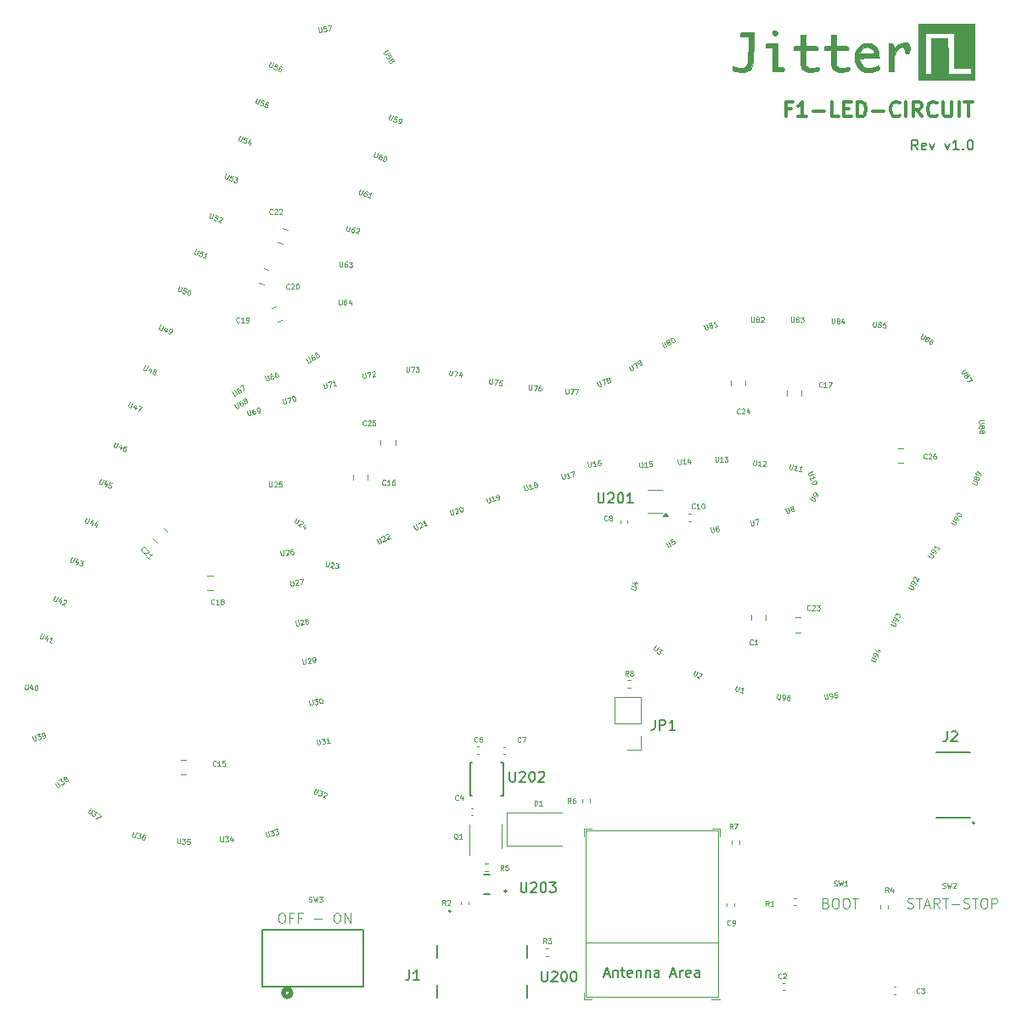
<source format=gbr>
%TF.GenerationSoftware,KiCad,Pcbnew,8.0.1*%
%TF.CreationDate,2024-05-15T12:48:43+01:00*%
%TF.ProjectId,f1-led-circuit,66312d6c-6564-42d6-9369-72637569742e,v1.0*%
%TF.SameCoordinates,Original*%
%TF.FileFunction,Legend,Top*%
%TF.FilePolarity,Positive*%
%FSLAX46Y46*%
G04 Gerber Fmt 4.6, Leading zero omitted, Abs format (unit mm)*
G04 Created by KiCad (PCBNEW 8.0.1) date 2024-05-15 12:48:43*
%MOMM*%
%LPD*%
G01*
G04 APERTURE LIST*
%ADD10C,0.100000*%
%ADD11C,0.150000*%
%ADD12C,0.300000*%
%ADD13C,0.200000*%
%ADD14C,0.120000*%
%ADD15C,0.152400*%
%ADD16C,0.508000*%
%ADD17C,0.010000*%
G04 APERTURE END LIST*
D10*
X182612217Y-140198609D02*
X182755074Y-140246228D01*
X182755074Y-140246228D02*
X182802693Y-140293847D01*
X182802693Y-140293847D02*
X182850312Y-140389085D01*
X182850312Y-140389085D02*
X182850312Y-140531942D01*
X182850312Y-140531942D02*
X182802693Y-140627180D01*
X182802693Y-140627180D02*
X182755074Y-140674800D01*
X182755074Y-140674800D02*
X182659836Y-140722419D01*
X182659836Y-140722419D02*
X182278884Y-140722419D01*
X182278884Y-140722419D02*
X182278884Y-139722419D01*
X182278884Y-139722419D02*
X182612217Y-139722419D01*
X182612217Y-139722419D02*
X182707455Y-139770038D01*
X182707455Y-139770038D02*
X182755074Y-139817657D01*
X182755074Y-139817657D02*
X182802693Y-139912895D01*
X182802693Y-139912895D02*
X182802693Y-140008133D01*
X182802693Y-140008133D02*
X182755074Y-140103371D01*
X182755074Y-140103371D02*
X182707455Y-140150990D01*
X182707455Y-140150990D02*
X182612217Y-140198609D01*
X182612217Y-140198609D02*
X182278884Y-140198609D01*
X183469360Y-139722419D02*
X183659836Y-139722419D01*
X183659836Y-139722419D02*
X183755074Y-139770038D01*
X183755074Y-139770038D02*
X183850312Y-139865276D01*
X183850312Y-139865276D02*
X183897931Y-140055752D01*
X183897931Y-140055752D02*
X183897931Y-140389085D01*
X183897931Y-140389085D02*
X183850312Y-140579561D01*
X183850312Y-140579561D02*
X183755074Y-140674800D01*
X183755074Y-140674800D02*
X183659836Y-140722419D01*
X183659836Y-140722419D02*
X183469360Y-140722419D01*
X183469360Y-140722419D02*
X183374122Y-140674800D01*
X183374122Y-140674800D02*
X183278884Y-140579561D01*
X183278884Y-140579561D02*
X183231265Y-140389085D01*
X183231265Y-140389085D02*
X183231265Y-140055752D01*
X183231265Y-140055752D02*
X183278884Y-139865276D01*
X183278884Y-139865276D02*
X183374122Y-139770038D01*
X183374122Y-139770038D02*
X183469360Y-139722419D01*
X184516979Y-139722419D02*
X184707455Y-139722419D01*
X184707455Y-139722419D02*
X184802693Y-139770038D01*
X184802693Y-139770038D02*
X184897931Y-139865276D01*
X184897931Y-139865276D02*
X184945550Y-140055752D01*
X184945550Y-140055752D02*
X184945550Y-140389085D01*
X184945550Y-140389085D02*
X184897931Y-140579561D01*
X184897931Y-140579561D02*
X184802693Y-140674800D01*
X184802693Y-140674800D02*
X184707455Y-140722419D01*
X184707455Y-140722419D02*
X184516979Y-140722419D01*
X184516979Y-140722419D02*
X184421741Y-140674800D01*
X184421741Y-140674800D02*
X184326503Y-140579561D01*
X184326503Y-140579561D02*
X184278884Y-140389085D01*
X184278884Y-140389085D02*
X184278884Y-140055752D01*
X184278884Y-140055752D02*
X184326503Y-139865276D01*
X184326503Y-139865276D02*
X184421741Y-139770038D01*
X184421741Y-139770038D02*
X184516979Y-139722419D01*
X185231265Y-139722419D02*
X185802693Y-139722419D01*
X185516979Y-140722419D02*
X185516979Y-139722419D01*
X128219360Y-141172419D02*
X128409836Y-141172419D01*
X128409836Y-141172419D02*
X128505074Y-141220038D01*
X128505074Y-141220038D02*
X128600312Y-141315276D01*
X128600312Y-141315276D02*
X128647931Y-141505752D01*
X128647931Y-141505752D02*
X128647931Y-141839085D01*
X128647931Y-141839085D02*
X128600312Y-142029561D01*
X128600312Y-142029561D02*
X128505074Y-142124800D01*
X128505074Y-142124800D02*
X128409836Y-142172419D01*
X128409836Y-142172419D02*
X128219360Y-142172419D01*
X128219360Y-142172419D02*
X128124122Y-142124800D01*
X128124122Y-142124800D02*
X128028884Y-142029561D01*
X128028884Y-142029561D02*
X127981265Y-141839085D01*
X127981265Y-141839085D02*
X127981265Y-141505752D01*
X127981265Y-141505752D02*
X128028884Y-141315276D01*
X128028884Y-141315276D02*
X128124122Y-141220038D01*
X128124122Y-141220038D02*
X128219360Y-141172419D01*
X129409836Y-141648609D02*
X129076503Y-141648609D01*
X129076503Y-142172419D02*
X129076503Y-141172419D01*
X129076503Y-141172419D02*
X129552693Y-141172419D01*
X130266979Y-141648609D02*
X129933646Y-141648609D01*
X129933646Y-142172419D02*
X129933646Y-141172419D01*
X129933646Y-141172419D02*
X130409836Y-141172419D01*
X131552694Y-141791466D02*
X132314599Y-141791466D01*
X133743170Y-141172419D02*
X133933646Y-141172419D01*
X133933646Y-141172419D02*
X134028884Y-141220038D01*
X134028884Y-141220038D02*
X134124122Y-141315276D01*
X134124122Y-141315276D02*
X134171741Y-141505752D01*
X134171741Y-141505752D02*
X134171741Y-141839085D01*
X134171741Y-141839085D02*
X134124122Y-142029561D01*
X134124122Y-142029561D02*
X134028884Y-142124800D01*
X134028884Y-142124800D02*
X133933646Y-142172419D01*
X133933646Y-142172419D02*
X133743170Y-142172419D01*
X133743170Y-142172419D02*
X133647932Y-142124800D01*
X133647932Y-142124800D02*
X133552694Y-142029561D01*
X133552694Y-142029561D02*
X133505075Y-141839085D01*
X133505075Y-141839085D02*
X133505075Y-141505752D01*
X133505075Y-141505752D02*
X133552694Y-141315276D01*
X133552694Y-141315276D02*
X133647932Y-141220038D01*
X133647932Y-141220038D02*
X133743170Y-141172419D01*
X134600313Y-142172419D02*
X134600313Y-141172419D01*
X134600313Y-141172419D02*
X135171741Y-142172419D01*
X135171741Y-142172419D02*
X135171741Y-141172419D01*
X190756265Y-140674800D02*
X190899122Y-140722419D01*
X190899122Y-140722419D02*
X191137217Y-140722419D01*
X191137217Y-140722419D02*
X191232455Y-140674800D01*
X191232455Y-140674800D02*
X191280074Y-140627180D01*
X191280074Y-140627180D02*
X191327693Y-140531942D01*
X191327693Y-140531942D02*
X191327693Y-140436704D01*
X191327693Y-140436704D02*
X191280074Y-140341466D01*
X191280074Y-140341466D02*
X191232455Y-140293847D01*
X191232455Y-140293847D02*
X191137217Y-140246228D01*
X191137217Y-140246228D02*
X190946741Y-140198609D01*
X190946741Y-140198609D02*
X190851503Y-140150990D01*
X190851503Y-140150990D02*
X190803884Y-140103371D01*
X190803884Y-140103371D02*
X190756265Y-140008133D01*
X190756265Y-140008133D02*
X190756265Y-139912895D01*
X190756265Y-139912895D02*
X190803884Y-139817657D01*
X190803884Y-139817657D02*
X190851503Y-139770038D01*
X190851503Y-139770038D02*
X190946741Y-139722419D01*
X190946741Y-139722419D02*
X191184836Y-139722419D01*
X191184836Y-139722419D02*
X191327693Y-139770038D01*
X191613408Y-139722419D02*
X192184836Y-139722419D01*
X191899122Y-140722419D02*
X191899122Y-139722419D01*
X192470551Y-140436704D02*
X192946741Y-140436704D01*
X192375313Y-140722419D02*
X192708646Y-139722419D01*
X192708646Y-139722419D02*
X193041979Y-140722419D01*
X193946741Y-140722419D02*
X193613408Y-140246228D01*
X193375313Y-140722419D02*
X193375313Y-139722419D01*
X193375313Y-139722419D02*
X193756265Y-139722419D01*
X193756265Y-139722419D02*
X193851503Y-139770038D01*
X193851503Y-139770038D02*
X193899122Y-139817657D01*
X193899122Y-139817657D02*
X193946741Y-139912895D01*
X193946741Y-139912895D02*
X193946741Y-140055752D01*
X193946741Y-140055752D02*
X193899122Y-140150990D01*
X193899122Y-140150990D02*
X193851503Y-140198609D01*
X193851503Y-140198609D02*
X193756265Y-140246228D01*
X193756265Y-140246228D02*
X193375313Y-140246228D01*
X194232456Y-139722419D02*
X194803884Y-139722419D01*
X194518170Y-140722419D02*
X194518170Y-139722419D01*
X195137218Y-140341466D02*
X195899123Y-140341466D01*
X196327694Y-140674800D02*
X196470551Y-140722419D01*
X196470551Y-140722419D02*
X196708646Y-140722419D01*
X196708646Y-140722419D02*
X196803884Y-140674800D01*
X196803884Y-140674800D02*
X196851503Y-140627180D01*
X196851503Y-140627180D02*
X196899122Y-140531942D01*
X196899122Y-140531942D02*
X196899122Y-140436704D01*
X196899122Y-140436704D02*
X196851503Y-140341466D01*
X196851503Y-140341466D02*
X196803884Y-140293847D01*
X196803884Y-140293847D02*
X196708646Y-140246228D01*
X196708646Y-140246228D02*
X196518170Y-140198609D01*
X196518170Y-140198609D02*
X196422932Y-140150990D01*
X196422932Y-140150990D02*
X196375313Y-140103371D01*
X196375313Y-140103371D02*
X196327694Y-140008133D01*
X196327694Y-140008133D02*
X196327694Y-139912895D01*
X196327694Y-139912895D02*
X196375313Y-139817657D01*
X196375313Y-139817657D02*
X196422932Y-139770038D01*
X196422932Y-139770038D02*
X196518170Y-139722419D01*
X196518170Y-139722419D02*
X196756265Y-139722419D01*
X196756265Y-139722419D02*
X196899122Y-139770038D01*
X197184837Y-139722419D02*
X197756265Y-139722419D01*
X197470551Y-140722419D02*
X197470551Y-139722419D01*
X198280075Y-139722419D02*
X198470551Y-139722419D01*
X198470551Y-139722419D02*
X198565789Y-139770038D01*
X198565789Y-139770038D02*
X198661027Y-139865276D01*
X198661027Y-139865276D02*
X198708646Y-140055752D01*
X198708646Y-140055752D02*
X198708646Y-140389085D01*
X198708646Y-140389085D02*
X198661027Y-140579561D01*
X198661027Y-140579561D02*
X198565789Y-140674800D01*
X198565789Y-140674800D02*
X198470551Y-140722419D01*
X198470551Y-140722419D02*
X198280075Y-140722419D01*
X198280075Y-140722419D02*
X198184837Y-140674800D01*
X198184837Y-140674800D02*
X198089599Y-140579561D01*
X198089599Y-140579561D02*
X198041980Y-140389085D01*
X198041980Y-140389085D02*
X198041980Y-140055752D01*
X198041980Y-140055752D02*
X198089599Y-139865276D01*
X198089599Y-139865276D02*
X198184837Y-139770038D01*
X198184837Y-139770038D02*
X198280075Y-139722419D01*
X199137218Y-140722419D02*
X199137218Y-139722419D01*
X199137218Y-139722419D02*
X199518170Y-139722419D01*
X199518170Y-139722419D02*
X199613408Y-139770038D01*
X199613408Y-139770038D02*
X199661027Y-139817657D01*
X199661027Y-139817657D02*
X199708646Y-139912895D01*
X199708646Y-139912895D02*
X199708646Y-140055752D01*
X199708646Y-140055752D02*
X199661027Y-140150990D01*
X199661027Y-140150990D02*
X199613408Y-140198609D01*
X199613408Y-140198609D02*
X199518170Y-140246228D01*
X199518170Y-140246228D02*
X199137218Y-140246228D01*
D11*
X191768207Y-65099819D02*
X191434874Y-64623628D01*
X191196779Y-65099819D02*
X191196779Y-64099819D01*
X191196779Y-64099819D02*
X191577731Y-64099819D01*
X191577731Y-64099819D02*
X191672969Y-64147438D01*
X191672969Y-64147438D02*
X191720588Y-64195057D01*
X191720588Y-64195057D02*
X191768207Y-64290295D01*
X191768207Y-64290295D02*
X191768207Y-64433152D01*
X191768207Y-64433152D02*
X191720588Y-64528390D01*
X191720588Y-64528390D02*
X191672969Y-64576009D01*
X191672969Y-64576009D02*
X191577731Y-64623628D01*
X191577731Y-64623628D02*
X191196779Y-64623628D01*
X192577731Y-65052200D02*
X192482493Y-65099819D01*
X192482493Y-65099819D02*
X192292017Y-65099819D01*
X192292017Y-65099819D02*
X192196779Y-65052200D01*
X192196779Y-65052200D02*
X192149160Y-64956961D01*
X192149160Y-64956961D02*
X192149160Y-64576009D01*
X192149160Y-64576009D02*
X192196779Y-64480771D01*
X192196779Y-64480771D02*
X192292017Y-64433152D01*
X192292017Y-64433152D02*
X192482493Y-64433152D01*
X192482493Y-64433152D02*
X192577731Y-64480771D01*
X192577731Y-64480771D02*
X192625350Y-64576009D01*
X192625350Y-64576009D02*
X192625350Y-64671247D01*
X192625350Y-64671247D02*
X192149160Y-64766485D01*
X192958684Y-64433152D02*
X193196779Y-65099819D01*
X193196779Y-65099819D02*
X193434874Y-64433152D01*
X194482494Y-64433152D02*
X194720589Y-65099819D01*
X194720589Y-65099819D02*
X194958684Y-64433152D01*
X195863446Y-65099819D02*
X195292018Y-65099819D01*
X195577732Y-65099819D02*
X195577732Y-64099819D01*
X195577732Y-64099819D02*
X195482494Y-64242676D01*
X195482494Y-64242676D02*
X195387256Y-64337914D01*
X195387256Y-64337914D02*
X195292018Y-64385533D01*
X196292018Y-65004580D02*
X196339637Y-65052200D01*
X196339637Y-65052200D02*
X196292018Y-65099819D01*
X196292018Y-65099819D02*
X196244399Y-65052200D01*
X196244399Y-65052200D02*
X196292018Y-65004580D01*
X196292018Y-65004580D02*
X196292018Y-65099819D01*
X196958684Y-64099819D02*
X197053922Y-64099819D01*
X197053922Y-64099819D02*
X197149160Y-64147438D01*
X197149160Y-64147438D02*
X197196779Y-64195057D01*
X197196779Y-64195057D02*
X197244398Y-64290295D01*
X197244398Y-64290295D02*
X197292017Y-64480771D01*
X197292017Y-64480771D02*
X197292017Y-64718866D01*
X197292017Y-64718866D02*
X197244398Y-64909342D01*
X197244398Y-64909342D02*
X197196779Y-65004580D01*
X197196779Y-65004580D02*
X197149160Y-65052200D01*
X197149160Y-65052200D02*
X197053922Y-65099819D01*
X197053922Y-65099819D02*
X196958684Y-65099819D01*
X196958684Y-65099819D02*
X196863446Y-65052200D01*
X196863446Y-65052200D02*
X196815827Y-65004580D01*
X196815827Y-65004580D02*
X196768208Y-64909342D01*
X196768208Y-64909342D02*
X196720589Y-64718866D01*
X196720589Y-64718866D02*
X196720589Y-64480771D01*
X196720589Y-64480771D02*
X196768208Y-64290295D01*
X196768208Y-64290295D02*
X196815827Y-64195057D01*
X196815827Y-64195057D02*
X196863446Y-64147438D01*
X196863446Y-64147438D02*
X196958684Y-64099819D01*
D12*
X179104510Y-61005114D02*
X178604510Y-61005114D01*
X178604510Y-61790828D02*
X178604510Y-60290828D01*
X178604510Y-60290828D02*
X179318796Y-60290828D01*
X180675939Y-61790828D02*
X179818796Y-61790828D01*
X180247367Y-61790828D02*
X180247367Y-60290828D01*
X180247367Y-60290828D02*
X180104510Y-60505114D01*
X180104510Y-60505114D02*
X179961653Y-60647971D01*
X179961653Y-60647971D02*
X179818796Y-60719400D01*
X181318795Y-61219400D02*
X182461653Y-61219400D01*
X183890224Y-61790828D02*
X183175938Y-61790828D01*
X183175938Y-61790828D02*
X183175938Y-60290828D01*
X184390224Y-61005114D02*
X184890224Y-61005114D01*
X185104510Y-61790828D02*
X184390224Y-61790828D01*
X184390224Y-61790828D02*
X184390224Y-60290828D01*
X184390224Y-60290828D02*
X185104510Y-60290828D01*
X185747367Y-61790828D02*
X185747367Y-60290828D01*
X185747367Y-60290828D02*
X186104510Y-60290828D01*
X186104510Y-60290828D02*
X186318796Y-60362257D01*
X186318796Y-60362257D02*
X186461653Y-60505114D01*
X186461653Y-60505114D02*
X186533082Y-60647971D01*
X186533082Y-60647971D02*
X186604510Y-60933685D01*
X186604510Y-60933685D02*
X186604510Y-61147971D01*
X186604510Y-61147971D02*
X186533082Y-61433685D01*
X186533082Y-61433685D02*
X186461653Y-61576542D01*
X186461653Y-61576542D02*
X186318796Y-61719400D01*
X186318796Y-61719400D02*
X186104510Y-61790828D01*
X186104510Y-61790828D02*
X185747367Y-61790828D01*
X187247367Y-61219400D02*
X188390225Y-61219400D01*
X189961653Y-61647971D02*
X189890225Y-61719400D01*
X189890225Y-61719400D02*
X189675939Y-61790828D01*
X189675939Y-61790828D02*
X189533082Y-61790828D01*
X189533082Y-61790828D02*
X189318796Y-61719400D01*
X189318796Y-61719400D02*
X189175939Y-61576542D01*
X189175939Y-61576542D02*
X189104510Y-61433685D01*
X189104510Y-61433685D02*
X189033082Y-61147971D01*
X189033082Y-61147971D02*
X189033082Y-60933685D01*
X189033082Y-60933685D02*
X189104510Y-60647971D01*
X189104510Y-60647971D02*
X189175939Y-60505114D01*
X189175939Y-60505114D02*
X189318796Y-60362257D01*
X189318796Y-60362257D02*
X189533082Y-60290828D01*
X189533082Y-60290828D02*
X189675939Y-60290828D01*
X189675939Y-60290828D02*
X189890225Y-60362257D01*
X189890225Y-60362257D02*
X189961653Y-60433685D01*
X190604510Y-61790828D02*
X190604510Y-60290828D01*
X192175939Y-61790828D02*
X191675939Y-61076542D01*
X191318796Y-61790828D02*
X191318796Y-60290828D01*
X191318796Y-60290828D02*
X191890225Y-60290828D01*
X191890225Y-60290828D02*
X192033082Y-60362257D01*
X192033082Y-60362257D02*
X192104511Y-60433685D01*
X192104511Y-60433685D02*
X192175939Y-60576542D01*
X192175939Y-60576542D02*
X192175939Y-60790828D01*
X192175939Y-60790828D02*
X192104511Y-60933685D01*
X192104511Y-60933685D02*
X192033082Y-61005114D01*
X192033082Y-61005114D02*
X191890225Y-61076542D01*
X191890225Y-61076542D02*
X191318796Y-61076542D01*
X193675939Y-61647971D02*
X193604511Y-61719400D01*
X193604511Y-61719400D02*
X193390225Y-61790828D01*
X193390225Y-61790828D02*
X193247368Y-61790828D01*
X193247368Y-61790828D02*
X193033082Y-61719400D01*
X193033082Y-61719400D02*
X192890225Y-61576542D01*
X192890225Y-61576542D02*
X192818796Y-61433685D01*
X192818796Y-61433685D02*
X192747368Y-61147971D01*
X192747368Y-61147971D02*
X192747368Y-60933685D01*
X192747368Y-60933685D02*
X192818796Y-60647971D01*
X192818796Y-60647971D02*
X192890225Y-60505114D01*
X192890225Y-60505114D02*
X193033082Y-60362257D01*
X193033082Y-60362257D02*
X193247368Y-60290828D01*
X193247368Y-60290828D02*
X193390225Y-60290828D01*
X193390225Y-60290828D02*
X193604511Y-60362257D01*
X193604511Y-60362257D02*
X193675939Y-60433685D01*
X194318796Y-60290828D02*
X194318796Y-61505114D01*
X194318796Y-61505114D02*
X194390225Y-61647971D01*
X194390225Y-61647971D02*
X194461654Y-61719400D01*
X194461654Y-61719400D02*
X194604511Y-61790828D01*
X194604511Y-61790828D02*
X194890225Y-61790828D01*
X194890225Y-61790828D02*
X195033082Y-61719400D01*
X195033082Y-61719400D02*
X195104511Y-61647971D01*
X195104511Y-61647971D02*
X195175939Y-61505114D01*
X195175939Y-61505114D02*
X195175939Y-60290828D01*
X195890225Y-61790828D02*
X195890225Y-60290828D01*
X196390226Y-60290828D02*
X197247369Y-60290828D01*
X196818797Y-61790828D02*
X196818797Y-60290828D01*
D10*
X173692916Y-118556844D02*
X173588156Y-118947814D01*
X173588156Y-118947814D02*
X173598829Y-118999973D01*
X173598829Y-118999973D02*
X173615665Y-119029133D01*
X173615665Y-119029133D02*
X173655499Y-119064456D01*
X173655499Y-119064456D02*
X173747492Y-119089106D01*
X173747492Y-119089106D02*
X173799651Y-119078432D01*
X173799651Y-119078432D02*
X173828812Y-119061596D01*
X173828812Y-119061596D02*
X173864135Y-119021762D01*
X173864135Y-119021762D02*
X173968895Y-118630792D01*
X174322448Y-119243165D02*
X174046470Y-119169216D01*
X174184459Y-119206191D02*
X174313869Y-118723228D01*
X174313869Y-118723228D02*
X174249385Y-118779898D01*
X174249385Y-118779898D02*
X174191064Y-118813569D01*
X174191064Y-118813569D02*
X174138905Y-118824243D01*
D11*
X141056666Y-146874819D02*
X141056666Y-147589104D01*
X141056666Y-147589104D02*
X141009047Y-147731961D01*
X141009047Y-147731961D02*
X140913809Y-147827200D01*
X140913809Y-147827200D02*
X140770952Y-147874819D01*
X140770952Y-147874819D02*
X140675714Y-147874819D01*
X142056666Y-147874819D02*
X141485238Y-147874819D01*
X141770952Y-147874819D02*
X141770952Y-146874819D01*
X141770952Y-146874819D02*
X141675714Y-147017676D01*
X141675714Y-147017676D02*
X141580476Y-147112914D01*
X141580476Y-147112914D02*
X141485238Y-147160533D01*
D10*
X123586944Y-90472327D02*
X123789324Y-90822861D01*
X123789324Y-90822861D02*
X123833754Y-90852196D01*
X123833754Y-90852196D02*
X123866278Y-90860911D01*
X123866278Y-90860911D02*
X123919422Y-90857721D01*
X123919422Y-90857721D02*
X124001901Y-90810102D01*
X124001901Y-90810102D02*
X124031235Y-90765673D01*
X124031235Y-90765673D02*
X124039950Y-90733148D01*
X124039950Y-90733148D02*
X124036760Y-90680004D01*
X124036760Y-90680004D02*
X123834379Y-90329470D01*
X124226153Y-90103279D02*
X124143675Y-90150898D01*
X124143675Y-90150898D02*
X124114340Y-90195327D01*
X124114340Y-90195327D02*
X124105625Y-90227852D01*
X124105625Y-90227852D02*
X124100100Y-90313520D01*
X124100100Y-90313520D02*
X124127099Y-90407904D01*
X124127099Y-90407904D02*
X124222338Y-90572861D01*
X124222338Y-90572861D02*
X124266767Y-90602195D01*
X124266767Y-90602195D02*
X124299291Y-90610910D01*
X124299291Y-90610910D02*
X124352435Y-90607720D01*
X124352435Y-90607720D02*
X124434914Y-90560101D01*
X124434914Y-90560101D02*
X124464248Y-90515672D01*
X124464248Y-90515672D02*
X124472963Y-90483148D01*
X124472963Y-90483148D02*
X124469773Y-90430004D01*
X124469773Y-90430004D02*
X124410250Y-90326906D01*
X124410250Y-90326906D02*
X124365820Y-90297571D01*
X124365820Y-90297571D02*
X124333296Y-90288856D01*
X124333296Y-90288856D02*
X124280152Y-90292046D01*
X124280152Y-90292046D02*
X124197673Y-90339665D01*
X124197673Y-90339665D02*
X124168339Y-90384094D01*
X124168339Y-90384094D02*
X124159624Y-90416619D01*
X124159624Y-90416619D02*
X124162814Y-90469763D01*
X124621971Y-90122190D02*
X124568827Y-90125380D01*
X124568827Y-90125380D02*
X124536302Y-90116665D01*
X124536302Y-90116665D02*
X124491873Y-90087330D01*
X124491873Y-90087330D02*
X124479968Y-90066710D01*
X124479968Y-90066710D02*
X124476778Y-90013566D01*
X124476778Y-90013566D02*
X124485493Y-89981042D01*
X124485493Y-89981042D02*
X124514828Y-89936613D01*
X124514828Y-89936613D02*
X124597306Y-89888994D01*
X124597306Y-89888994D02*
X124650451Y-89885804D01*
X124650451Y-89885804D02*
X124682975Y-89894519D01*
X124682975Y-89894519D02*
X124727404Y-89923853D01*
X124727404Y-89923853D02*
X124739309Y-89944473D01*
X124739309Y-89944473D02*
X124742499Y-89997617D01*
X124742499Y-89997617D02*
X124733784Y-90030141D01*
X124733784Y-90030141D02*
X124704449Y-90074571D01*
X124704449Y-90074571D02*
X124621971Y-90122190D01*
X124621971Y-90122190D02*
X124592636Y-90166619D01*
X124592636Y-90166619D02*
X124583921Y-90199143D01*
X124583921Y-90199143D02*
X124587111Y-90252287D01*
X124587111Y-90252287D02*
X124634730Y-90334766D01*
X124634730Y-90334766D02*
X124679159Y-90364100D01*
X124679159Y-90364100D02*
X124711684Y-90372815D01*
X124711684Y-90372815D02*
X124764828Y-90369625D01*
X124764828Y-90369625D02*
X124847306Y-90322006D01*
X124847306Y-90322006D02*
X124876641Y-90277577D01*
X124876641Y-90277577D02*
X124885356Y-90245053D01*
X124885356Y-90245053D02*
X124882166Y-90191909D01*
X124882166Y-90191909D02*
X124834547Y-90109430D01*
X124834547Y-90109430D02*
X124790118Y-90080096D01*
X124790118Y-90080096D02*
X124757593Y-90071381D01*
X124757593Y-90071381D02*
X124704449Y-90074571D01*
X183423334Y-138472300D02*
X183494762Y-138496109D01*
X183494762Y-138496109D02*
X183613810Y-138496109D01*
X183613810Y-138496109D02*
X183661429Y-138472300D01*
X183661429Y-138472300D02*
X183685238Y-138448490D01*
X183685238Y-138448490D02*
X183709048Y-138400871D01*
X183709048Y-138400871D02*
X183709048Y-138353252D01*
X183709048Y-138353252D02*
X183685238Y-138305633D01*
X183685238Y-138305633D02*
X183661429Y-138281823D01*
X183661429Y-138281823D02*
X183613810Y-138258014D01*
X183613810Y-138258014D02*
X183518572Y-138234204D01*
X183518572Y-138234204D02*
X183470953Y-138210395D01*
X183470953Y-138210395D02*
X183447143Y-138186585D01*
X183447143Y-138186585D02*
X183423334Y-138138966D01*
X183423334Y-138138966D02*
X183423334Y-138091347D01*
X183423334Y-138091347D02*
X183447143Y-138043728D01*
X183447143Y-138043728D02*
X183470953Y-138019919D01*
X183470953Y-138019919D02*
X183518572Y-137996109D01*
X183518572Y-137996109D02*
X183637619Y-137996109D01*
X183637619Y-137996109D02*
X183709048Y-138019919D01*
X183875714Y-137996109D02*
X183994762Y-138496109D01*
X183994762Y-138496109D02*
X184090000Y-138138966D01*
X184090000Y-138138966D02*
X184185238Y-138496109D01*
X184185238Y-138496109D02*
X184304286Y-137996109D01*
X184756667Y-138496109D02*
X184470953Y-138496109D01*
X184613810Y-138496109D02*
X184613810Y-137996109D01*
X184613810Y-137996109D02*
X184566191Y-138067538D01*
X184566191Y-138067538D02*
X184518572Y-138115157D01*
X184518572Y-138115157D02*
X184470953Y-138138966D01*
X174038571Y-91358490D02*
X174014762Y-91382300D01*
X174014762Y-91382300D02*
X173943333Y-91406109D01*
X173943333Y-91406109D02*
X173895714Y-91406109D01*
X173895714Y-91406109D02*
X173824286Y-91382300D01*
X173824286Y-91382300D02*
X173776667Y-91334680D01*
X173776667Y-91334680D02*
X173752857Y-91287061D01*
X173752857Y-91287061D02*
X173729048Y-91191823D01*
X173729048Y-91191823D02*
X173729048Y-91120395D01*
X173729048Y-91120395D02*
X173752857Y-91025157D01*
X173752857Y-91025157D02*
X173776667Y-90977538D01*
X173776667Y-90977538D02*
X173824286Y-90929919D01*
X173824286Y-90929919D02*
X173895714Y-90906109D01*
X173895714Y-90906109D02*
X173943333Y-90906109D01*
X173943333Y-90906109D02*
X174014762Y-90929919D01*
X174014762Y-90929919D02*
X174038571Y-90953728D01*
X174229048Y-90953728D02*
X174252857Y-90929919D01*
X174252857Y-90929919D02*
X174300476Y-90906109D01*
X174300476Y-90906109D02*
X174419524Y-90906109D01*
X174419524Y-90906109D02*
X174467143Y-90929919D01*
X174467143Y-90929919D02*
X174490952Y-90953728D01*
X174490952Y-90953728D02*
X174514762Y-91001347D01*
X174514762Y-91001347D02*
X174514762Y-91048966D01*
X174514762Y-91048966D02*
X174490952Y-91120395D01*
X174490952Y-91120395D02*
X174205238Y-91406109D01*
X174205238Y-91406109D02*
X174514762Y-91406109D01*
X174943333Y-91072776D02*
X174943333Y-91406109D01*
X174824285Y-90882300D02*
X174705238Y-91239442D01*
X174705238Y-91239442D02*
X175014761Y-91239442D01*
X178548345Y-100872919D02*
X178686782Y-101253271D01*
X178686782Y-101253271D02*
X178725442Y-101289875D01*
X178725442Y-101289875D02*
X178755959Y-101304105D01*
X178755959Y-101304105D02*
X178808850Y-101310192D01*
X178808850Y-101310192D02*
X178898344Y-101277619D01*
X178898344Y-101277619D02*
X178934948Y-101238958D01*
X178934948Y-101238958D02*
X178949179Y-101208441D01*
X178949179Y-101208441D02*
X178955266Y-101155551D01*
X178955266Y-101155551D02*
X178816829Y-100775199D01*
X179180977Y-100870698D02*
X179128086Y-100864611D01*
X179128086Y-100864611D02*
X179097569Y-100850381D01*
X179097569Y-100850381D02*
X179058909Y-100813777D01*
X179058909Y-100813777D02*
X179050765Y-100791403D01*
X179050765Y-100791403D02*
X179056852Y-100738513D01*
X179056852Y-100738513D02*
X179071083Y-100707996D01*
X179071083Y-100707996D02*
X179107687Y-100669335D01*
X179107687Y-100669335D02*
X179197181Y-100636762D01*
X179197181Y-100636762D02*
X179250072Y-100642849D01*
X179250072Y-100642849D02*
X179280589Y-100657079D01*
X179280589Y-100657079D02*
X179319249Y-100693683D01*
X179319249Y-100693683D02*
X179327392Y-100716057D01*
X179327392Y-100716057D02*
X179321305Y-100768948D01*
X179321305Y-100768948D02*
X179307075Y-100799464D01*
X179307075Y-100799464D02*
X179270471Y-100838125D01*
X179270471Y-100838125D02*
X179180977Y-100870698D01*
X179180977Y-100870698D02*
X179144373Y-100909358D01*
X179144373Y-100909358D02*
X179130142Y-100939875D01*
X179130142Y-100939875D02*
X179124055Y-100992766D01*
X179124055Y-100992766D02*
X179156629Y-101082261D01*
X179156629Y-101082261D02*
X179195289Y-101118865D01*
X179195289Y-101118865D02*
X179225806Y-101133095D01*
X179225806Y-101133095D02*
X179278697Y-101139182D01*
X179278697Y-101139182D02*
X179368191Y-101106608D01*
X179368191Y-101106608D02*
X179404795Y-101067948D01*
X179404795Y-101067948D02*
X179419025Y-101037431D01*
X179419025Y-101037431D02*
X179425112Y-100984541D01*
X179425112Y-100984541D02*
X179392539Y-100895046D01*
X179392539Y-100895046D02*
X179353879Y-100858442D01*
X179353879Y-100858442D02*
X179323362Y-100844212D01*
X179323362Y-100844212D02*
X179270471Y-100838125D01*
X136342796Y-87387766D02*
X136413082Y-87786379D01*
X136413082Y-87786379D02*
X136444799Y-87829140D01*
X136444799Y-87829140D02*
X136472381Y-87848454D01*
X136472381Y-87848454D02*
X136523412Y-87863632D01*
X136523412Y-87863632D02*
X136617203Y-87847095D01*
X136617203Y-87847095D02*
X136659964Y-87815378D01*
X136659964Y-87815378D02*
X136679277Y-87787795D01*
X136679277Y-87787795D02*
X136694456Y-87736765D01*
X136694456Y-87736765D02*
X136624170Y-87338153D01*
X136811753Y-87305077D02*
X137140022Y-87247194D01*
X137140022Y-87247194D02*
X137015816Y-87776808D01*
X137312425Y-87265148D02*
X137331738Y-87237566D01*
X137331738Y-87237566D02*
X137374500Y-87205849D01*
X137374500Y-87205849D02*
X137491739Y-87185177D01*
X137491739Y-87185177D02*
X137542769Y-87200356D01*
X137542769Y-87200356D02*
X137570351Y-87219669D01*
X137570351Y-87219669D02*
X137602068Y-87262430D01*
X137602068Y-87262430D02*
X137610337Y-87309326D01*
X137610337Y-87309326D02*
X137599292Y-87383804D01*
X137599292Y-87383804D02*
X137367532Y-87714791D01*
X137367532Y-87714791D02*
X137672354Y-87661043D01*
X125867181Y-59946001D02*
X125709028Y-60318586D01*
X125709028Y-60318586D02*
X125712338Y-60371723D01*
X125712338Y-60371723D02*
X125724952Y-60402943D01*
X125724952Y-60402943D02*
X125759482Y-60443466D01*
X125759482Y-60443466D02*
X125847150Y-60480678D01*
X125847150Y-60480678D02*
X125900286Y-60477368D01*
X125900286Y-60477368D02*
X125931506Y-60464754D01*
X125931506Y-60464754D02*
X125972029Y-60430224D01*
X125972029Y-60430224D02*
X126130182Y-60057638D01*
X126568518Y-60243701D02*
X126349351Y-60150670D01*
X126349351Y-60150670D02*
X126234403Y-60360534D01*
X126234403Y-60360534D02*
X126265622Y-60347921D01*
X126265622Y-60347921D02*
X126318759Y-60344610D01*
X126318759Y-60344610D02*
X126428343Y-60391126D01*
X126428343Y-60391126D02*
X126462874Y-60431649D01*
X126462874Y-60431649D02*
X126475487Y-60462869D01*
X126475487Y-60462869D02*
X126478798Y-60516006D01*
X126478798Y-60516006D02*
X126432282Y-60625589D01*
X126432282Y-60625589D02*
X126391759Y-60660120D01*
X126391759Y-60660120D02*
X126360539Y-60672734D01*
X126360539Y-60672734D02*
X126307402Y-60676044D01*
X126307402Y-60676044D02*
X126197819Y-60629528D01*
X126197819Y-60629528D02*
X126163288Y-60589005D01*
X126163288Y-60589005D02*
X126150674Y-60557786D01*
X127006854Y-60429763D02*
X126787686Y-60336732D01*
X126787686Y-60336732D02*
X126672738Y-60546597D01*
X126672738Y-60546597D02*
X126703958Y-60533983D01*
X126703958Y-60533983D02*
X126757094Y-60530673D01*
X126757094Y-60530673D02*
X126866678Y-60577188D01*
X126866678Y-60577188D02*
X126901209Y-60617711D01*
X126901209Y-60617711D02*
X126913822Y-60648931D01*
X126913822Y-60648931D02*
X126917133Y-60702068D01*
X126917133Y-60702068D02*
X126870617Y-60811652D01*
X126870617Y-60811652D02*
X126830094Y-60846182D01*
X126830094Y-60846182D02*
X126798874Y-60858796D01*
X126798874Y-60858796D02*
X126745738Y-60862106D01*
X126745738Y-60862106D02*
X126636154Y-60815591D01*
X126636154Y-60815591D02*
X126601623Y-60775068D01*
X126601623Y-60775068D02*
X126589010Y-60743848D01*
X110258630Y-97904153D02*
X110107003Y-98279442D01*
X110107003Y-98279442D02*
X110111241Y-98332513D01*
X110111241Y-98332513D02*
X110124397Y-98363508D01*
X110124397Y-98363508D02*
X110159630Y-98403422D01*
X110159630Y-98403422D02*
X110247933Y-98439099D01*
X110247933Y-98439099D02*
X110301004Y-98434862D01*
X110301004Y-98434862D02*
X110331999Y-98421705D01*
X110331999Y-98421705D02*
X110371913Y-98386473D01*
X110371913Y-98386473D02*
X110523540Y-98011184D01*
X110880546Y-98335180D02*
X110755677Y-98644241D01*
X110841521Y-98113977D02*
X110597353Y-98400518D01*
X110597353Y-98400518D02*
X110884339Y-98516468D01*
X111406572Y-98367952D02*
X111185814Y-98278760D01*
X111185814Y-98278760D02*
X111074546Y-98490599D01*
X111074546Y-98490599D02*
X111105541Y-98477442D01*
X111105541Y-98477442D02*
X111158612Y-98473205D01*
X111158612Y-98473205D02*
X111268991Y-98517801D01*
X111268991Y-98517801D02*
X111304223Y-98557715D01*
X111304223Y-98557715D02*
X111317380Y-98588710D01*
X111317380Y-98588710D02*
X111321617Y-98641781D01*
X111321617Y-98641781D02*
X111277021Y-98752160D01*
X111277021Y-98752160D02*
X111237107Y-98787392D01*
X111237107Y-98787392D02*
X111206112Y-98800549D01*
X111206112Y-98800549D02*
X111153041Y-98804786D01*
X111153041Y-98804786D02*
X111042662Y-98760190D01*
X111042662Y-98760190D02*
X111007430Y-98720276D01*
X111007430Y-98720276D02*
X110994273Y-98689281D01*
X128198858Y-105074929D02*
X128255190Y-105475752D01*
X128255190Y-105475752D02*
X128285396Y-105519594D01*
X128285396Y-105519594D02*
X128312287Y-105539858D01*
X128312287Y-105539858D02*
X128362756Y-105556809D01*
X128362756Y-105556809D02*
X128457067Y-105543554D01*
X128457067Y-105543554D02*
X128500909Y-105513349D01*
X128500909Y-105513349D02*
X128521174Y-105486458D01*
X128521174Y-105486458D02*
X128538124Y-105435988D01*
X128538124Y-105435988D02*
X128481792Y-105035166D01*
X128700620Y-105052498D02*
X128720884Y-105025607D01*
X128720884Y-105025607D02*
X128764726Y-104995402D01*
X128764726Y-104995402D02*
X128882615Y-104978833D01*
X128882615Y-104978833D02*
X128933085Y-104995784D01*
X128933085Y-104995784D02*
X128959976Y-105016048D01*
X128959976Y-105016048D02*
X128990181Y-105059890D01*
X128990181Y-105059890D02*
X128996809Y-105107046D01*
X128996809Y-105107046D02*
X128983172Y-105181093D01*
X128983172Y-105181093D02*
X128740002Y-105503790D01*
X128740002Y-105503790D02*
X129046513Y-105460713D01*
X129401327Y-104905933D02*
X129307016Y-104919188D01*
X129307016Y-104919188D02*
X129263174Y-104949393D01*
X129263174Y-104949393D02*
X129242909Y-104976284D01*
X129242909Y-104976284D02*
X129205695Y-105053645D01*
X129205695Y-105053645D02*
X129195372Y-105151270D01*
X129195372Y-105151270D02*
X129221881Y-105339893D01*
X129221881Y-105339893D02*
X129252086Y-105383735D01*
X129252086Y-105383735D02*
X129278977Y-105403999D01*
X129278977Y-105403999D02*
X129329447Y-105420949D01*
X129329447Y-105420949D02*
X129423758Y-105407695D01*
X129423758Y-105407695D02*
X129467600Y-105377490D01*
X129467600Y-105377490D02*
X129487864Y-105350598D01*
X129487864Y-105350598D02*
X129504814Y-105300129D01*
X129504814Y-105300129D02*
X129488246Y-105182240D01*
X129488246Y-105182240D02*
X129458041Y-105138398D01*
X129458041Y-105138398D02*
X129431150Y-105118134D01*
X129431150Y-105118134D02*
X129380680Y-105101183D01*
X129380680Y-105101183D02*
X129286369Y-105114438D01*
X129286369Y-105114438D02*
X129242527Y-105144643D01*
X129242527Y-105144643D02*
X129222263Y-105171534D01*
X129222263Y-105171534D02*
X129205312Y-105222004D01*
X192648571Y-95858490D02*
X192624762Y-95882300D01*
X192624762Y-95882300D02*
X192553333Y-95906109D01*
X192553333Y-95906109D02*
X192505714Y-95906109D01*
X192505714Y-95906109D02*
X192434286Y-95882300D01*
X192434286Y-95882300D02*
X192386667Y-95834680D01*
X192386667Y-95834680D02*
X192362857Y-95787061D01*
X192362857Y-95787061D02*
X192339048Y-95691823D01*
X192339048Y-95691823D02*
X192339048Y-95620395D01*
X192339048Y-95620395D02*
X192362857Y-95525157D01*
X192362857Y-95525157D02*
X192386667Y-95477538D01*
X192386667Y-95477538D02*
X192434286Y-95429919D01*
X192434286Y-95429919D02*
X192505714Y-95406109D01*
X192505714Y-95406109D02*
X192553333Y-95406109D01*
X192553333Y-95406109D02*
X192624762Y-95429919D01*
X192624762Y-95429919D02*
X192648571Y-95453728D01*
X192839048Y-95453728D02*
X192862857Y-95429919D01*
X192862857Y-95429919D02*
X192910476Y-95406109D01*
X192910476Y-95406109D02*
X193029524Y-95406109D01*
X193029524Y-95406109D02*
X193077143Y-95429919D01*
X193077143Y-95429919D02*
X193100952Y-95453728D01*
X193100952Y-95453728D02*
X193124762Y-95501347D01*
X193124762Y-95501347D02*
X193124762Y-95548966D01*
X193124762Y-95548966D02*
X193100952Y-95620395D01*
X193100952Y-95620395D02*
X192815238Y-95906109D01*
X192815238Y-95906109D02*
X193124762Y-95906109D01*
X193553333Y-95406109D02*
X193458095Y-95406109D01*
X193458095Y-95406109D02*
X193410476Y-95429919D01*
X193410476Y-95429919D02*
X193386666Y-95453728D01*
X193386666Y-95453728D02*
X193339047Y-95525157D01*
X193339047Y-95525157D02*
X193315238Y-95620395D01*
X193315238Y-95620395D02*
X193315238Y-95810871D01*
X193315238Y-95810871D02*
X193339047Y-95858490D01*
X193339047Y-95858490D02*
X193362857Y-95882300D01*
X193362857Y-95882300D02*
X193410476Y-95906109D01*
X193410476Y-95906109D02*
X193505714Y-95906109D01*
X193505714Y-95906109D02*
X193553333Y-95882300D01*
X193553333Y-95882300D02*
X193577142Y-95858490D01*
X193577142Y-95858490D02*
X193600952Y-95810871D01*
X193600952Y-95810871D02*
X193600952Y-95691823D01*
X193600952Y-95691823D02*
X193577142Y-95644204D01*
X193577142Y-95644204D02*
X193553333Y-95620395D01*
X193553333Y-95620395D02*
X193505714Y-95596585D01*
X193505714Y-95596585D02*
X193410476Y-95596585D01*
X193410476Y-95596585D02*
X193362857Y-95620395D01*
X193362857Y-95620395D02*
X193339047Y-95644204D01*
X193339047Y-95644204D02*
X193315238Y-95691823D01*
X130736944Y-85902326D02*
X130939324Y-86252860D01*
X130939324Y-86252860D02*
X130983754Y-86282195D01*
X130983754Y-86282195D02*
X131016278Y-86290910D01*
X131016278Y-86290910D02*
X131069422Y-86287720D01*
X131069422Y-86287720D02*
X131151901Y-86240101D01*
X131151901Y-86240101D02*
X131181235Y-86195672D01*
X131181235Y-86195672D02*
X131189950Y-86163147D01*
X131189950Y-86163147D02*
X131186760Y-86110003D01*
X131186760Y-86110003D02*
X130984379Y-85759469D01*
X131376153Y-85533278D02*
X131293675Y-85580897D01*
X131293675Y-85580897D02*
X131264340Y-85625326D01*
X131264340Y-85625326D02*
X131255625Y-85657851D01*
X131255625Y-85657851D02*
X131250100Y-85743519D01*
X131250100Y-85743519D02*
X131277099Y-85837903D01*
X131277099Y-85837903D02*
X131372338Y-86002860D01*
X131372338Y-86002860D02*
X131416767Y-86032194D01*
X131416767Y-86032194D02*
X131449291Y-86040909D01*
X131449291Y-86040909D02*
X131502435Y-86037719D01*
X131502435Y-86037719D02*
X131584914Y-85990100D01*
X131584914Y-85990100D02*
X131614248Y-85945671D01*
X131614248Y-85945671D02*
X131622963Y-85913147D01*
X131622963Y-85913147D02*
X131619773Y-85860003D01*
X131619773Y-85860003D02*
X131560250Y-85756905D01*
X131560250Y-85756905D02*
X131515820Y-85727570D01*
X131515820Y-85727570D02*
X131483296Y-85718855D01*
X131483296Y-85718855D02*
X131430152Y-85722045D01*
X131430152Y-85722045D02*
X131347673Y-85769664D01*
X131347673Y-85769664D02*
X131318339Y-85814093D01*
X131318339Y-85814093D02*
X131309624Y-85846618D01*
X131309624Y-85846618D02*
X131312814Y-85899762D01*
X131809165Y-85283278D02*
X131602969Y-85402326D01*
X131602969Y-85402326D02*
X131701397Y-85620427D01*
X131701397Y-85620427D02*
X131710112Y-85587903D01*
X131710112Y-85587903D02*
X131739446Y-85543474D01*
X131739446Y-85543474D02*
X131842545Y-85483950D01*
X131842545Y-85483950D02*
X131895689Y-85480760D01*
X131895689Y-85480760D02*
X131928213Y-85489475D01*
X131928213Y-85489475D02*
X131972642Y-85518810D01*
X131972642Y-85518810D02*
X132032166Y-85621908D01*
X132032166Y-85621908D02*
X132035356Y-85675052D01*
X132035356Y-85675052D02*
X132026641Y-85707576D01*
X132026641Y-85707576D02*
X131997306Y-85752005D01*
X131997306Y-85752005D02*
X131894208Y-85811529D01*
X131894208Y-85811529D02*
X131841064Y-85814719D01*
X131841064Y-85814719D02*
X131808540Y-85806004D01*
D11*
X151055714Y-127104819D02*
X151055714Y-127914342D01*
X151055714Y-127914342D02*
X151103333Y-128009580D01*
X151103333Y-128009580D02*
X151150952Y-128057200D01*
X151150952Y-128057200D02*
X151246190Y-128104819D01*
X151246190Y-128104819D02*
X151436666Y-128104819D01*
X151436666Y-128104819D02*
X151531904Y-128057200D01*
X151531904Y-128057200D02*
X151579523Y-128009580D01*
X151579523Y-128009580D02*
X151627142Y-127914342D01*
X151627142Y-127914342D02*
X151627142Y-127104819D01*
X152055714Y-127200057D02*
X152103333Y-127152438D01*
X152103333Y-127152438D02*
X152198571Y-127104819D01*
X152198571Y-127104819D02*
X152436666Y-127104819D01*
X152436666Y-127104819D02*
X152531904Y-127152438D01*
X152531904Y-127152438D02*
X152579523Y-127200057D01*
X152579523Y-127200057D02*
X152627142Y-127295295D01*
X152627142Y-127295295D02*
X152627142Y-127390533D01*
X152627142Y-127390533D02*
X152579523Y-127533390D01*
X152579523Y-127533390D02*
X152008095Y-128104819D01*
X152008095Y-128104819D02*
X152627142Y-128104819D01*
X153246190Y-127104819D02*
X153341428Y-127104819D01*
X153341428Y-127104819D02*
X153436666Y-127152438D01*
X153436666Y-127152438D02*
X153484285Y-127200057D01*
X153484285Y-127200057D02*
X153531904Y-127295295D01*
X153531904Y-127295295D02*
X153579523Y-127485771D01*
X153579523Y-127485771D02*
X153579523Y-127723866D01*
X153579523Y-127723866D02*
X153531904Y-127914342D01*
X153531904Y-127914342D02*
X153484285Y-128009580D01*
X153484285Y-128009580D02*
X153436666Y-128057200D01*
X153436666Y-128057200D02*
X153341428Y-128104819D01*
X153341428Y-128104819D02*
X153246190Y-128104819D01*
X153246190Y-128104819D02*
X153150952Y-128057200D01*
X153150952Y-128057200D02*
X153103333Y-128009580D01*
X153103333Y-128009580D02*
X153055714Y-127914342D01*
X153055714Y-127914342D02*
X153008095Y-127723866D01*
X153008095Y-127723866D02*
X153008095Y-127485771D01*
X153008095Y-127485771D02*
X153055714Y-127295295D01*
X153055714Y-127295295D02*
X153103333Y-127200057D01*
X153103333Y-127200057D02*
X153150952Y-127152438D01*
X153150952Y-127152438D02*
X153246190Y-127104819D01*
X153960476Y-127200057D02*
X154008095Y-127152438D01*
X154008095Y-127152438D02*
X154103333Y-127104819D01*
X154103333Y-127104819D02*
X154341428Y-127104819D01*
X154341428Y-127104819D02*
X154436666Y-127152438D01*
X154436666Y-127152438D02*
X154484285Y-127200057D01*
X154484285Y-127200057D02*
X154531904Y-127295295D01*
X154531904Y-127295295D02*
X154531904Y-127390533D01*
X154531904Y-127390533D02*
X154484285Y-127533390D01*
X154484285Y-127533390D02*
X153912857Y-128104819D01*
X153912857Y-128104819D02*
X154531904Y-128104819D01*
D10*
X111718629Y-94234153D02*
X111567002Y-94609442D01*
X111567002Y-94609442D02*
X111571240Y-94662513D01*
X111571240Y-94662513D02*
X111584396Y-94693508D01*
X111584396Y-94693508D02*
X111619629Y-94733422D01*
X111619629Y-94733422D02*
X111707932Y-94769099D01*
X111707932Y-94769099D02*
X111761003Y-94764862D01*
X111761003Y-94764862D02*
X111791998Y-94751705D01*
X111791998Y-94751705D02*
X111831912Y-94716473D01*
X111831912Y-94716473D02*
X111983539Y-94341184D01*
X112340545Y-94665180D02*
X112215676Y-94974241D01*
X112301520Y-94443977D02*
X112057352Y-94730518D01*
X112057352Y-94730518D02*
X112344338Y-94846468D01*
X112844495Y-94689033D02*
X112756192Y-94653356D01*
X112756192Y-94653356D02*
X112703121Y-94657593D01*
X112703121Y-94657593D02*
X112672126Y-94670750D01*
X112672126Y-94670750D02*
X112601217Y-94719139D01*
X112601217Y-94719139D02*
X112543464Y-94798523D01*
X112543464Y-94798523D02*
X112472111Y-94975130D01*
X112472111Y-94975130D02*
X112476348Y-95028200D01*
X112476348Y-95028200D02*
X112489505Y-95059195D01*
X112489505Y-95059195D02*
X112524737Y-95099110D01*
X112524737Y-95099110D02*
X112613040Y-95134786D01*
X112613040Y-95134786D02*
X112666111Y-95130549D01*
X112666111Y-95130549D02*
X112697106Y-95117392D01*
X112697106Y-95117392D02*
X112737020Y-95082160D01*
X112737020Y-95082160D02*
X112781616Y-94971781D01*
X112781616Y-94971781D02*
X112777379Y-94918710D01*
X112777379Y-94918710D02*
X112764222Y-94887715D01*
X112764222Y-94887715D02*
X112728990Y-94847801D01*
X112728990Y-94847801D02*
X112640687Y-94812124D01*
X112640687Y-94812124D02*
X112587616Y-94816361D01*
X112587616Y-94816361D02*
X112556621Y-94829518D01*
X112556621Y-94829518D02*
X112516707Y-94864751D01*
X170426614Y-82555810D02*
X170551692Y-82940762D01*
X170551692Y-82940762D02*
X170589051Y-82978693D01*
X170589051Y-82978693D02*
X170619053Y-82993979D01*
X170619053Y-82993979D02*
X170671699Y-83001908D01*
X170671699Y-83001908D02*
X170762276Y-82972478D01*
X170762276Y-82972478D02*
X170800207Y-82935119D01*
X170800207Y-82935119D02*
X170815493Y-82905117D01*
X170815493Y-82905117D02*
X170823422Y-82852471D01*
X170823422Y-82852471D02*
X170698344Y-82467520D01*
X171058937Y-82575669D02*
X171006291Y-82567740D01*
X171006291Y-82567740D02*
X170976289Y-82552454D01*
X170976289Y-82552454D02*
X170938930Y-82514523D01*
X170938930Y-82514523D02*
X170931573Y-82491879D01*
X170931573Y-82491879D02*
X170939502Y-82439233D01*
X170939502Y-82439233D02*
X170954788Y-82409231D01*
X170954788Y-82409231D02*
X170992719Y-82371872D01*
X170992719Y-82371872D02*
X171083296Y-82342441D01*
X171083296Y-82342441D02*
X171135942Y-82350370D01*
X171135942Y-82350370D02*
X171165944Y-82365657D01*
X171165944Y-82365657D02*
X171203303Y-82403588D01*
X171203303Y-82403588D02*
X171210661Y-82426232D01*
X171210661Y-82426232D02*
X171202731Y-82478878D01*
X171202731Y-82478878D02*
X171187445Y-82508880D01*
X171187445Y-82508880D02*
X171149514Y-82546239D01*
X171149514Y-82546239D02*
X171058937Y-82575669D01*
X171058937Y-82575669D02*
X171021006Y-82613029D01*
X171021006Y-82613029D02*
X171005720Y-82643030D01*
X171005720Y-82643030D02*
X170997790Y-82695676D01*
X170997790Y-82695676D02*
X171027221Y-82786253D01*
X171027221Y-82786253D02*
X171064580Y-82824184D01*
X171064580Y-82824184D02*
X171094582Y-82839471D01*
X171094582Y-82839471D02*
X171147228Y-82847400D01*
X171147228Y-82847400D02*
X171237804Y-82817970D01*
X171237804Y-82817970D02*
X171275735Y-82780610D01*
X171275735Y-82780610D02*
X171291022Y-82750609D01*
X171291022Y-82750609D02*
X171298951Y-82697963D01*
X171298951Y-82697963D02*
X171269521Y-82607386D01*
X171269521Y-82607386D02*
X171232162Y-82569455D01*
X171232162Y-82569455D02*
X171202160Y-82554168D01*
X171202160Y-82554168D02*
X171149514Y-82546239D01*
X171781265Y-82641389D02*
X171509534Y-82729679D01*
X171645400Y-82685534D02*
X171490891Y-82210006D01*
X171490891Y-82210006D02*
X171467675Y-82292653D01*
X171467675Y-82292653D02*
X171437102Y-82352657D01*
X171437102Y-82352657D02*
X171399171Y-82390016D01*
X127403571Y-71453490D02*
X127379762Y-71477300D01*
X127379762Y-71477300D02*
X127308333Y-71501109D01*
X127308333Y-71501109D02*
X127260714Y-71501109D01*
X127260714Y-71501109D02*
X127189286Y-71477300D01*
X127189286Y-71477300D02*
X127141667Y-71429680D01*
X127141667Y-71429680D02*
X127117857Y-71382061D01*
X127117857Y-71382061D02*
X127094048Y-71286823D01*
X127094048Y-71286823D02*
X127094048Y-71215395D01*
X127094048Y-71215395D02*
X127117857Y-71120157D01*
X127117857Y-71120157D02*
X127141667Y-71072538D01*
X127141667Y-71072538D02*
X127189286Y-71024919D01*
X127189286Y-71024919D02*
X127260714Y-71001109D01*
X127260714Y-71001109D02*
X127308333Y-71001109D01*
X127308333Y-71001109D02*
X127379762Y-71024919D01*
X127379762Y-71024919D02*
X127403571Y-71048728D01*
X127594048Y-71048728D02*
X127617857Y-71024919D01*
X127617857Y-71024919D02*
X127665476Y-71001109D01*
X127665476Y-71001109D02*
X127784524Y-71001109D01*
X127784524Y-71001109D02*
X127832143Y-71024919D01*
X127832143Y-71024919D02*
X127855952Y-71048728D01*
X127855952Y-71048728D02*
X127879762Y-71096347D01*
X127879762Y-71096347D02*
X127879762Y-71143966D01*
X127879762Y-71143966D02*
X127855952Y-71215395D01*
X127855952Y-71215395D02*
X127570238Y-71501109D01*
X127570238Y-71501109D02*
X127879762Y-71501109D01*
X128070238Y-71048728D02*
X128094047Y-71024919D01*
X128094047Y-71024919D02*
X128141666Y-71001109D01*
X128141666Y-71001109D02*
X128260714Y-71001109D01*
X128260714Y-71001109D02*
X128308333Y-71024919D01*
X128308333Y-71024919D02*
X128332142Y-71048728D01*
X128332142Y-71048728D02*
X128355952Y-71096347D01*
X128355952Y-71096347D02*
X128355952Y-71143966D01*
X128355952Y-71143966D02*
X128332142Y-71215395D01*
X128332142Y-71215395D02*
X128046428Y-71501109D01*
X128046428Y-71501109D02*
X128355952Y-71501109D01*
X140740952Y-86726109D02*
X140740952Y-87130871D01*
X140740952Y-87130871D02*
X140764762Y-87178490D01*
X140764762Y-87178490D02*
X140788571Y-87202300D01*
X140788571Y-87202300D02*
X140836190Y-87226109D01*
X140836190Y-87226109D02*
X140931428Y-87226109D01*
X140931428Y-87226109D02*
X140979047Y-87202300D01*
X140979047Y-87202300D02*
X141002857Y-87178490D01*
X141002857Y-87178490D02*
X141026666Y-87130871D01*
X141026666Y-87130871D02*
X141026666Y-86726109D01*
X141217143Y-86726109D02*
X141550476Y-86726109D01*
X141550476Y-86726109D02*
X141336191Y-87226109D01*
X141693333Y-86726109D02*
X142002857Y-86726109D01*
X142002857Y-86726109D02*
X141836190Y-86916585D01*
X141836190Y-86916585D02*
X141907619Y-86916585D01*
X141907619Y-86916585D02*
X141955238Y-86940395D01*
X141955238Y-86940395D02*
X141979047Y-86964204D01*
X141979047Y-86964204D02*
X142002857Y-87011823D01*
X142002857Y-87011823D02*
X142002857Y-87130871D01*
X142002857Y-87130871D02*
X141979047Y-87178490D01*
X141979047Y-87178490D02*
X141955238Y-87202300D01*
X141955238Y-87202300D02*
X141907619Y-87226109D01*
X141907619Y-87226109D02*
X141764762Y-87226109D01*
X141764762Y-87226109D02*
X141717143Y-87202300D01*
X141717143Y-87202300D02*
X141693333Y-87178490D01*
X121748571Y-126488490D02*
X121724762Y-126512300D01*
X121724762Y-126512300D02*
X121653333Y-126536109D01*
X121653333Y-126536109D02*
X121605714Y-126536109D01*
X121605714Y-126536109D02*
X121534286Y-126512300D01*
X121534286Y-126512300D02*
X121486667Y-126464680D01*
X121486667Y-126464680D02*
X121462857Y-126417061D01*
X121462857Y-126417061D02*
X121439048Y-126321823D01*
X121439048Y-126321823D02*
X121439048Y-126250395D01*
X121439048Y-126250395D02*
X121462857Y-126155157D01*
X121462857Y-126155157D02*
X121486667Y-126107538D01*
X121486667Y-126107538D02*
X121534286Y-126059919D01*
X121534286Y-126059919D02*
X121605714Y-126036109D01*
X121605714Y-126036109D02*
X121653333Y-126036109D01*
X121653333Y-126036109D02*
X121724762Y-126059919D01*
X121724762Y-126059919D02*
X121748571Y-126083728D01*
X122224762Y-126536109D02*
X121939048Y-126536109D01*
X122081905Y-126536109D02*
X122081905Y-126036109D01*
X122081905Y-126036109D02*
X122034286Y-126107538D01*
X122034286Y-126107538D02*
X121986667Y-126155157D01*
X121986667Y-126155157D02*
X121939048Y-126178966D01*
X122677142Y-126036109D02*
X122439047Y-126036109D01*
X122439047Y-126036109D02*
X122415238Y-126274204D01*
X122415238Y-126274204D02*
X122439047Y-126250395D01*
X122439047Y-126250395D02*
X122486666Y-126226585D01*
X122486666Y-126226585D02*
X122605714Y-126226585D01*
X122605714Y-126226585D02*
X122653333Y-126250395D01*
X122653333Y-126250395D02*
X122677142Y-126274204D01*
X122677142Y-126274204D02*
X122700952Y-126321823D01*
X122700952Y-126321823D02*
X122700952Y-126440871D01*
X122700952Y-126440871D02*
X122677142Y-126488490D01*
X122677142Y-126488490D02*
X122653333Y-126512300D01*
X122653333Y-126512300D02*
X122605714Y-126536109D01*
X122605714Y-126536109D02*
X122486666Y-126536109D01*
X122486666Y-126536109D02*
X122439047Y-126512300D01*
X122439047Y-126512300D02*
X122415238Y-126488490D01*
X105718630Y-109584153D02*
X105567003Y-109959442D01*
X105567003Y-109959442D02*
X105571241Y-110012513D01*
X105571241Y-110012513D02*
X105584397Y-110043508D01*
X105584397Y-110043508D02*
X105619630Y-110083422D01*
X105619630Y-110083422D02*
X105707933Y-110119099D01*
X105707933Y-110119099D02*
X105761004Y-110114862D01*
X105761004Y-110114862D02*
X105791999Y-110101705D01*
X105791999Y-110101705D02*
X105831913Y-110066473D01*
X105831913Y-110066473D02*
X105983540Y-109691184D01*
X106340546Y-110015180D02*
X106215677Y-110324241D01*
X106301521Y-109793977D02*
X106057353Y-110080518D01*
X106057353Y-110080518D02*
X106344339Y-110196468D01*
X106605900Y-109993992D02*
X106636895Y-109980836D01*
X106636895Y-109980836D02*
X106689965Y-109976598D01*
X106689965Y-109976598D02*
X106800344Y-110021194D01*
X106800344Y-110021194D02*
X106835577Y-110061109D01*
X106835577Y-110061109D02*
X106848733Y-110092104D01*
X106848733Y-110092104D02*
X106852971Y-110145175D01*
X106852971Y-110145175D02*
X106835132Y-110189326D01*
X106835132Y-110189326D02*
X106786299Y-110246634D01*
X106786299Y-110246634D02*
X106414359Y-110404514D01*
X106414359Y-110404514D02*
X106701344Y-110520463D01*
X191936666Y-149148490D02*
X191912857Y-149172300D01*
X191912857Y-149172300D02*
X191841428Y-149196109D01*
X191841428Y-149196109D02*
X191793809Y-149196109D01*
X191793809Y-149196109D02*
X191722381Y-149172300D01*
X191722381Y-149172300D02*
X191674762Y-149124680D01*
X191674762Y-149124680D02*
X191650952Y-149077061D01*
X191650952Y-149077061D02*
X191627143Y-148981823D01*
X191627143Y-148981823D02*
X191627143Y-148910395D01*
X191627143Y-148910395D02*
X191650952Y-148815157D01*
X191650952Y-148815157D02*
X191674762Y-148767538D01*
X191674762Y-148767538D02*
X191722381Y-148719919D01*
X191722381Y-148719919D02*
X191793809Y-148696109D01*
X191793809Y-148696109D02*
X191841428Y-148696109D01*
X191841428Y-148696109D02*
X191912857Y-148719919D01*
X191912857Y-148719919D02*
X191936666Y-148743728D01*
X192103333Y-148696109D02*
X192412857Y-148696109D01*
X192412857Y-148696109D02*
X192246190Y-148886585D01*
X192246190Y-148886585D02*
X192317619Y-148886585D01*
X192317619Y-148886585D02*
X192365238Y-148910395D01*
X192365238Y-148910395D02*
X192389047Y-148934204D01*
X192389047Y-148934204D02*
X192412857Y-148981823D01*
X192412857Y-148981823D02*
X192412857Y-149100871D01*
X192412857Y-149100871D02*
X192389047Y-149148490D01*
X192389047Y-149148490D02*
X192365238Y-149172300D01*
X192365238Y-149172300D02*
X192317619Y-149196109D01*
X192317619Y-149196109D02*
X192174762Y-149196109D01*
X192174762Y-149196109D02*
X192127143Y-149172300D01*
X192127143Y-149172300D02*
X192103333Y-149148490D01*
D11*
X165556666Y-121934819D02*
X165556666Y-122649104D01*
X165556666Y-122649104D02*
X165509047Y-122791961D01*
X165509047Y-122791961D02*
X165413809Y-122887200D01*
X165413809Y-122887200D02*
X165270952Y-122934819D01*
X165270952Y-122934819D02*
X165175714Y-122934819D01*
X166032857Y-122934819D02*
X166032857Y-121934819D01*
X166032857Y-121934819D02*
X166413809Y-121934819D01*
X166413809Y-121934819D02*
X166509047Y-121982438D01*
X166509047Y-121982438D02*
X166556666Y-122030057D01*
X166556666Y-122030057D02*
X166604285Y-122125295D01*
X166604285Y-122125295D02*
X166604285Y-122268152D01*
X166604285Y-122268152D02*
X166556666Y-122363390D01*
X166556666Y-122363390D02*
X166509047Y-122411009D01*
X166509047Y-122411009D02*
X166413809Y-122458628D01*
X166413809Y-122458628D02*
X166032857Y-122458628D01*
X167556666Y-122934819D02*
X166985238Y-122934819D01*
X167270952Y-122934819D02*
X167270952Y-121934819D01*
X167270952Y-121934819D02*
X167175714Y-122077676D01*
X167175714Y-122077676D02*
X167080476Y-122172914D01*
X167080476Y-122172914D02*
X166985238Y-122220533D01*
D10*
X192790571Y-105519996D02*
X193122132Y-105752158D01*
X193122132Y-105752158D02*
X193174796Y-105759968D01*
X193174796Y-105759968D02*
X193207956Y-105754121D01*
X193207956Y-105754121D02*
X193254773Y-105728770D01*
X193254773Y-105728770D02*
X193309399Y-105650756D01*
X193309399Y-105650756D02*
X193317209Y-105598092D01*
X193317209Y-105598092D02*
X193311362Y-105564932D01*
X193311362Y-105564932D02*
X193286011Y-105518115D01*
X193286011Y-105518115D02*
X192954450Y-105285953D01*
X193514248Y-105358201D02*
X193568875Y-105280186D01*
X193568875Y-105280186D02*
X193576684Y-105227523D01*
X193576684Y-105227523D02*
X193570837Y-105194362D01*
X193570837Y-105194362D02*
X193539639Y-105114385D01*
X193539639Y-105114385D02*
X193475281Y-105040255D01*
X193475281Y-105040255D02*
X193319253Y-104931003D01*
X193319253Y-104931003D02*
X193266589Y-104923193D01*
X193266589Y-104923193D02*
X193233428Y-104929040D01*
X193233428Y-104929040D02*
X193186612Y-104954391D01*
X193186612Y-104954391D02*
X193131985Y-105032405D01*
X193131985Y-105032405D02*
X193124176Y-105085069D01*
X193124176Y-105085069D02*
X193130023Y-105118229D01*
X193130023Y-105118229D02*
X193155374Y-105165046D01*
X193155374Y-105165046D02*
X193252892Y-105233329D01*
X193252892Y-105233329D02*
X193305555Y-105241139D01*
X193305555Y-105241139D02*
X193338716Y-105235292D01*
X193338716Y-105235292D02*
X193385532Y-105209941D01*
X193385532Y-105209941D02*
X193440159Y-105131926D01*
X193440159Y-105131926D02*
X193447968Y-105079263D01*
X193447968Y-105079263D02*
X193442121Y-105046102D01*
X193442121Y-105046102D02*
X193416771Y-104999286D01*
X193923945Y-104773093D02*
X193760066Y-105007136D01*
X193842006Y-104890114D02*
X193432430Y-104603326D01*
X193432430Y-104603326D02*
X193463628Y-104683303D01*
X193463628Y-104683303D02*
X193475322Y-104749624D01*
X193475322Y-104749624D02*
X193467512Y-104802287D01*
X152166666Y-124108490D02*
X152142857Y-124132300D01*
X152142857Y-124132300D02*
X152071428Y-124156109D01*
X152071428Y-124156109D02*
X152023809Y-124156109D01*
X152023809Y-124156109D02*
X151952381Y-124132300D01*
X151952381Y-124132300D02*
X151904762Y-124084680D01*
X151904762Y-124084680D02*
X151880952Y-124037061D01*
X151880952Y-124037061D02*
X151857143Y-123941823D01*
X151857143Y-123941823D02*
X151857143Y-123870395D01*
X151857143Y-123870395D02*
X151880952Y-123775157D01*
X151880952Y-123775157D02*
X151904762Y-123727538D01*
X151904762Y-123727538D02*
X151952381Y-123679919D01*
X151952381Y-123679919D02*
X152023809Y-123656109D01*
X152023809Y-123656109D02*
X152071428Y-123656109D01*
X152071428Y-123656109D02*
X152142857Y-123679919D01*
X152142857Y-123679919D02*
X152166666Y-123703728D01*
X152333333Y-123656109D02*
X152666666Y-123656109D01*
X152666666Y-123656109D02*
X152452381Y-124156109D01*
X134096135Y-76234086D02*
X134074951Y-76638293D01*
X134074951Y-76638293D02*
X134096236Y-76687093D01*
X134096236Y-76687093D02*
X134118767Y-76712116D01*
X134118767Y-76712116D02*
X134165074Y-76738385D01*
X134165074Y-76738385D02*
X134260182Y-76743369D01*
X134260182Y-76743369D02*
X134308982Y-76722085D01*
X134308982Y-76722085D02*
X134334005Y-76699554D01*
X134334005Y-76699554D02*
X134360274Y-76653246D01*
X134360274Y-76653246D02*
X134381458Y-76249039D01*
X134833219Y-76272715D02*
X134738111Y-76267731D01*
X134738111Y-76267731D02*
X134689312Y-76289015D01*
X134689312Y-76289015D02*
X134664289Y-76311546D01*
X134664289Y-76311546D02*
X134612996Y-76380385D01*
X134612996Y-76380385D02*
X134584235Y-76474246D01*
X134584235Y-76474246D02*
X134574266Y-76664461D01*
X134574266Y-76664461D02*
X134595551Y-76713261D01*
X134595551Y-76713261D02*
X134618082Y-76738284D01*
X134618082Y-76738284D02*
X134664390Y-76764553D01*
X134664390Y-76764553D02*
X134759497Y-76769537D01*
X134759497Y-76769537D02*
X134808297Y-76748253D01*
X134808297Y-76748253D02*
X134833320Y-76725722D01*
X134833320Y-76725722D02*
X134859589Y-76679414D01*
X134859589Y-76679414D02*
X134865820Y-76560530D01*
X134865820Y-76560530D02*
X134844535Y-76511730D01*
X134844535Y-76511730D02*
X134822004Y-76486707D01*
X134822004Y-76486707D02*
X134775696Y-76460438D01*
X134775696Y-76460438D02*
X134680589Y-76455453D01*
X134680589Y-76455453D02*
X134631789Y-76476738D01*
X134631789Y-76476738D02*
X134606766Y-76499269D01*
X134606766Y-76499269D02*
X134580497Y-76545577D01*
X135047211Y-76283930D02*
X135356310Y-76300129D01*
X135356310Y-76300129D02*
X135179903Y-76481621D01*
X135179903Y-76481621D02*
X135251234Y-76485360D01*
X135251234Y-76485360D02*
X135297542Y-76511629D01*
X135297542Y-76511629D02*
X135320072Y-76536652D01*
X135320072Y-76536652D02*
X135341357Y-76585452D01*
X135341357Y-76585452D02*
X135335127Y-76704336D01*
X135335127Y-76704336D02*
X135308858Y-76750644D01*
X135308858Y-76750644D02*
X135283835Y-76773175D01*
X135283835Y-76773175D02*
X135235035Y-76794459D01*
X135235035Y-76794459D02*
X135092373Y-76786983D01*
X135092373Y-76786983D02*
X135046066Y-76760714D01*
X135046066Y-76760714D02*
X135023535Y-76735691D01*
X175377179Y-96043198D02*
X175341902Y-96446419D01*
X175341902Y-96446419D02*
X175361470Y-96495932D01*
X175361470Y-96495932D02*
X175383114Y-96521726D01*
X175383114Y-96521726D02*
X175428477Y-96549596D01*
X175428477Y-96549596D02*
X175523352Y-96557896D01*
X175523352Y-96557896D02*
X175572865Y-96538328D01*
X175572865Y-96538328D02*
X175598659Y-96516684D01*
X175598659Y-96516684D02*
X175626529Y-96471321D01*
X175626529Y-96471321D02*
X175661806Y-96068099D01*
X176116326Y-96609775D02*
X175831699Y-96584873D01*
X175974012Y-96597324D02*
X176017590Y-96099226D01*
X176017590Y-96099226D02*
X175963927Y-96166233D01*
X175963927Y-96166233D02*
X175912339Y-96209521D01*
X175912339Y-96209521D02*
X175862826Y-96229089D01*
X176345504Y-96175716D02*
X176371298Y-96154072D01*
X176371298Y-96154072D02*
X176420811Y-96134504D01*
X176420811Y-96134504D02*
X176539406Y-96144879D01*
X176539406Y-96144879D02*
X176584769Y-96172749D01*
X176584769Y-96172749D02*
X176606413Y-96198543D01*
X176606413Y-96198543D02*
X176625981Y-96248056D01*
X176625981Y-96248056D02*
X176621831Y-96295494D01*
X176621831Y-96295494D02*
X176591887Y-96364575D01*
X176591887Y-96364575D02*
X176282358Y-96624301D01*
X176282358Y-96624301D02*
X176590704Y-96651277D01*
X153530952Y-130476109D02*
X153530952Y-129976109D01*
X153530952Y-129976109D02*
X153650000Y-129976109D01*
X153650000Y-129976109D02*
X153721428Y-129999919D01*
X153721428Y-129999919D02*
X153769047Y-130047538D01*
X153769047Y-130047538D02*
X153792857Y-130095157D01*
X153792857Y-130095157D02*
X153816666Y-130190395D01*
X153816666Y-130190395D02*
X153816666Y-130261823D01*
X153816666Y-130261823D02*
X153792857Y-130357061D01*
X153792857Y-130357061D02*
X153769047Y-130404680D01*
X153769047Y-130404680D02*
X153721428Y-130452300D01*
X153721428Y-130452300D02*
X153650000Y-130476109D01*
X153650000Y-130476109D02*
X153530952Y-130476109D01*
X154292857Y-130476109D02*
X154007143Y-130476109D01*
X154150000Y-130476109D02*
X154150000Y-129976109D01*
X154150000Y-129976109D02*
X154102381Y-130047538D01*
X154102381Y-130047538D02*
X154054762Y-130095157D01*
X154054762Y-130095157D02*
X154007143Y-130118966D01*
X163975714Y-96272317D02*
X164018023Y-96674862D01*
X164018023Y-96674862D02*
X164046680Y-96719731D01*
X164046680Y-96719731D02*
X164072848Y-96740922D01*
X164072848Y-96740922D02*
X164122695Y-96759623D01*
X164122695Y-96759623D02*
X164217411Y-96749668D01*
X164217411Y-96749668D02*
X164262280Y-96721012D01*
X164262280Y-96721012D02*
X164283471Y-96694844D01*
X164283471Y-96694844D02*
X164302172Y-96644997D01*
X164302172Y-96644997D02*
X164259863Y-96242452D01*
X164809389Y-96687449D02*
X164525240Y-96717314D01*
X164667314Y-96702382D02*
X164615050Y-96205121D01*
X164615050Y-96205121D02*
X164575158Y-96281135D01*
X164575158Y-96281135D02*
X164532777Y-96333471D01*
X164532777Y-96333471D02*
X164487908Y-96362128D01*
X165207027Y-96142901D02*
X164970236Y-96167789D01*
X164970236Y-96167789D02*
X164971445Y-96407069D01*
X164971445Y-96407069D02*
X164992635Y-96380901D01*
X164992635Y-96380901D02*
X165037504Y-96352244D01*
X165037504Y-96352244D02*
X165155900Y-96339800D01*
X165155900Y-96339800D02*
X165205747Y-96358502D01*
X165205747Y-96358502D02*
X165231915Y-96379692D01*
X165231915Y-96379692D02*
X165260571Y-96424562D01*
X165260571Y-96424562D02*
X165273015Y-96542957D01*
X165273015Y-96542957D02*
X165254313Y-96592804D01*
X165254313Y-96592804D02*
X165233123Y-96618972D01*
X165233123Y-96618972D02*
X165188254Y-96647629D01*
X165188254Y-96647629D02*
X165069858Y-96660072D01*
X165069858Y-96660072D02*
X165020011Y-96641371D01*
X165020011Y-96641371D02*
X164993843Y-96620181D01*
X149087917Y-87902776D02*
X149017631Y-88301388D01*
X149017631Y-88301388D02*
X149032810Y-88352418D01*
X149032810Y-88352418D02*
X149052123Y-88380001D01*
X149052123Y-88380001D02*
X149094885Y-88411717D01*
X149094885Y-88411717D02*
X149188676Y-88428255D01*
X149188676Y-88428255D02*
X149239706Y-88413076D01*
X149239706Y-88413076D02*
X149267288Y-88393763D01*
X149267288Y-88393763D02*
X149299005Y-88351002D01*
X149299005Y-88351002D02*
X149369291Y-87952389D01*
X149556874Y-87985465D02*
X149885143Y-88043348D01*
X149885143Y-88043348D02*
X149587289Y-88498542D01*
X150307203Y-88117769D02*
X150072725Y-88076424D01*
X150072725Y-88076424D02*
X150007933Y-88306767D01*
X150007933Y-88306767D02*
X150035515Y-88287454D01*
X150035515Y-88287454D02*
X150086545Y-88272275D01*
X150086545Y-88272275D02*
X150203784Y-88292948D01*
X150203784Y-88292948D02*
X150246545Y-88324664D01*
X150246545Y-88324664D02*
X150265858Y-88352247D01*
X150265858Y-88352247D02*
X150281037Y-88403277D01*
X150281037Y-88403277D02*
X150260365Y-88520516D01*
X150260365Y-88520516D02*
X150228648Y-88563277D01*
X150228648Y-88563277D02*
X150201066Y-88582590D01*
X150201066Y-88582590D02*
X150150036Y-88597769D01*
X150150036Y-88597769D02*
X150032797Y-88577097D01*
X150032797Y-88577097D02*
X149990036Y-88545380D01*
X149990036Y-88545380D02*
X149970722Y-88517798D01*
X165692179Y-114523364D02*
X165426632Y-114828842D01*
X165426632Y-114828842D02*
X165413360Y-114880401D01*
X165413360Y-114880401D02*
X165415709Y-114913991D01*
X165415709Y-114913991D02*
X165436027Y-114963201D01*
X165436027Y-114963201D02*
X165507904Y-115025683D01*
X165507904Y-115025683D02*
X165559463Y-115038955D01*
X165559463Y-115038955D02*
X165593053Y-115036606D01*
X165593053Y-115036606D02*
X165642263Y-115016288D01*
X165642263Y-115016288D02*
X165907811Y-114710810D01*
X166051565Y-114835774D02*
X166285166Y-115038840D01*
X166285166Y-115038840D02*
X166034417Y-115073251D01*
X166034417Y-115073251D02*
X166088325Y-115120112D01*
X166088325Y-115120112D02*
X166108643Y-115169322D01*
X166108643Y-115169322D02*
X166110992Y-115202912D01*
X166110992Y-115202912D02*
X166097720Y-115254471D01*
X166097720Y-115254471D02*
X166019618Y-115344317D01*
X166019618Y-115344317D02*
X165970408Y-115364636D01*
X165970408Y-115364636D02*
X165936818Y-115366984D01*
X165936818Y-115366984D02*
X165885259Y-115353713D01*
X165885259Y-115353713D02*
X165777444Y-115259990D01*
X165777444Y-115259990D02*
X165757125Y-115210780D01*
X165757125Y-115210780D02*
X165754777Y-115177190D01*
X137677181Y-65326002D02*
X137519028Y-65698587D01*
X137519028Y-65698587D02*
X137522338Y-65751724D01*
X137522338Y-65751724D02*
X137534952Y-65782944D01*
X137534952Y-65782944D02*
X137569482Y-65823467D01*
X137569482Y-65823467D02*
X137657150Y-65860679D01*
X137657150Y-65860679D02*
X137710286Y-65857369D01*
X137710286Y-65857369D02*
X137741506Y-65844755D01*
X137741506Y-65844755D02*
X137782029Y-65810225D01*
X137782029Y-65810225D02*
X137940182Y-65437639D01*
X138356602Y-65614399D02*
X138268934Y-65577186D01*
X138268934Y-65577186D02*
X138215798Y-65580497D01*
X138215798Y-65580497D02*
X138184578Y-65593111D01*
X138184578Y-65593111D02*
X138112835Y-65640255D01*
X138112835Y-65640255D02*
X138053706Y-65718619D01*
X138053706Y-65718619D02*
X137979281Y-65893953D01*
X137979281Y-65893953D02*
X137982591Y-65947090D01*
X137982591Y-65947090D02*
X137995205Y-65978310D01*
X137995205Y-65978310D02*
X138029735Y-66018833D01*
X138029735Y-66018833D02*
X138117402Y-66056045D01*
X138117402Y-66056045D02*
X138170539Y-66052735D01*
X138170539Y-66052735D02*
X138201759Y-66040121D01*
X138201759Y-66040121D02*
X138242282Y-66005590D01*
X138242282Y-66005590D02*
X138288798Y-65896007D01*
X138288798Y-65896007D02*
X138285487Y-65842870D01*
X138285487Y-65842870D02*
X138272874Y-65811650D01*
X138272874Y-65811650D02*
X138238343Y-65771127D01*
X138238343Y-65771127D02*
X138150676Y-65733914D01*
X138150676Y-65733914D02*
X138097539Y-65737225D01*
X138097539Y-65737225D02*
X138066319Y-65749839D01*
X138066319Y-65749839D02*
X138025796Y-65784369D01*
X138685353Y-65753946D02*
X138729186Y-65772552D01*
X138729186Y-65772552D02*
X138763717Y-65813075D01*
X138763717Y-65813075D02*
X138776331Y-65844295D01*
X138776331Y-65844295D02*
X138779641Y-65897431D01*
X138779641Y-65897431D02*
X138764345Y-65994402D01*
X138764345Y-65994402D02*
X138717830Y-66103986D01*
X138717830Y-66103986D02*
X138658701Y-66182350D01*
X138658701Y-66182350D02*
X138618177Y-66216880D01*
X138618177Y-66216880D02*
X138586958Y-66229494D01*
X138586958Y-66229494D02*
X138533821Y-66232804D01*
X138533821Y-66232804D02*
X138489987Y-66214198D01*
X138489987Y-66214198D02*
X138455457Y-66173675D01*
X138455457Y-66173675D02*
X138442843Y-66142455D01*
X138442843Y-66142455D02*
X138439533Y-66089318D01*
X138439533Y-66089318D02*
X138454828Y-65992348D01*
X138454828Y-65992348D02*
X138501344Y-65882764D01*
X138501344Y-65882764D02*
X138560473Y-65804400D01*
X138560473Y-65804400D02*
X138600996Y-65769870D01*
X138600996Y-65769870D02*
X138632216Y-65757256D01*
X138632216Y-65757256D02*
X138685353Y-65753946D01*
X173066666Y-142358490D02*
X173042857Y-142382300D01*
X173042857Y-142382300D02*
X172971428Y-142406109D01*
X172971428Y-142406109D02*
X172923809Y-142406109D01*
X172923809Y-142406109D02*
X172852381Y-142382300D01*
X172852381Y-142382300D02*
X172804762Y-142334680D01*
X172804762Y-142334680D02*
X172780952Y-142287061D01*
X172780952Y-142287061D02*
X172757143Y-142191823D01*
X172757143Y-142191823D02*
X172757143Y-142120395D01*
X172757143Y-142120395D02*
X172780952Y-142025157D01*
X172780952Y-142025157D02*
X172804762Y-141977538D01*
X172804762Y-141977538D02*
X172852381Y-141929919D01*
X172852381Y-141929919D02*
X172923809Y-141906109D01*
X172923809Y-141906109D02*
X172971428Y-141906109D01*
X172971428Y-141906109D02*
X173042857Y-141929919D01*
X173042857Y-141929919D02*
X173066666Y-141953728D01*
X173304762Y-142406109D02*
X173400000Y-142406109D01*
X173400000Y-142406109D02*
X173447619Y-142382300D01*
X173447619Y-142382300D02*
X173471428Y-142358490D01*
X173471428Y-142358490D02*
X173519047Y-142287061D01*
X173519047Y-142287061D02*
X173542857Y-142191823D01*
X173542857Y-142191823D02*
X173542857Y-142001347D01*
X173542857Y-142001347D02*
X173519047Y-141953728D01*
X173519047Y-141953728D02*
X173495238Y-141929919D01*
X173495238Y-141929919D02*
X173447619Y-141906109D01*
X173447619Y-141906109D02*
X173352381Y-141906109D01*
X173352381Y-141906109D02*
X173304762Y-141929919D01*
X173304762Y-141929919D02*
X173280952Y-141953728D01*
X173280952Y-141953728D02*
X173257143Y-142001347D01*
X173257143Y-142001347D02*
X173257143Y-142120395D01*
X173257143Y-142120395D02*
X173280952Y-142168014D01*
X173280952Y-142168014D02*
X173304762Y-142191823D01*
X173304762Y-142191823D02*
X173352381Y-142215633D01*
X173352381Y-142215633D02*
X173447619Y-142215633D01*
X173447619Y-142215633D02*
X173495238Y-142191823D01*
X173495238Y-142191823D02*
X173519047Y-142168014D01*
X173519047Y-142168014D02*
X173542857Y-142120395D01*
X114476504Y-105158927D02*
X114442832Y-105158927D01*
X114442832Y-105158927D02*
X114375488Y-105125256D01*
X114375488Y-105125256D02*
X114341817Y-105091584D01*
X114341817Y-105091584D02*
X114308145Y-105024240D01*
X114308145Y-105024240D02*
X114308145Y-104956897D01*
X114308145Y-104956897D02*
X114324981Y-104906389D01*
X114324981Y-104906389D02*
X114375488Y-104822210D01*
X114375488Y-104822210D02*
X114425996Y-104771702D01*
X114425996Y-104771702D02*
X114510175Y-104721195D01*
X114510175Y-104721195D02*
X114560683Y-104704359D01*
X114560683Y-104704359D02*
X114628027Y-104704359D01*
X114628027Y-104704359D02*
X114695370Y-104738030D01*
X114695370Y-104738030D02*
X114729042Y-104771702D01*
X114729042Y-104771702D02*
X114762714Y-104839046D01*
X114762714Y-104839046D02*
X114762714Y-104872717D01*
X114897401Y-105007404D02*
X114931072Y-105007404D01*
X114931072Y-105007404D02*
X114981580Y-105024240D01*
X114981580Y-105024240D02*
X115065759Y-105108420D01*
X115065759Y-105108420D02*
X115082595Y-105158927D01*
X115082595Y-105158927D02*
X115082595Y-105192599D01*
X115082595Y-105192599D02*
X115065759Y-105243107D01*
X115065759Y-105243107D02*
X115032088Y-105276778D01*
X115032088Y-105276778D02*
X114964744Y-105310450D01*
X114964744Y-105310450D02*
X114560683Y-105310450D01*
X114560683Y-105310450D02*
X114779549Y-105529317D01*
X115116267Y-105866034D02*
X114914236Y-105664003D01*
X115015251Y-105765019D02*
X115368805Y-105411465D01*
X115368805Y-105411465D02*
X115284625Y-105428301D01*
X115284625Y-105428301D02*
X115217282Y-105428301D01*
X115217282Y-105428301D02*
X115166774Y-105411465D01*
X119768630Y-74994153D02*
X119617003Y-75369442D01*
X119617003Y-75369442D02*
X119621241Y-75422513D01*
X119621241Y-75422513D02*
X119634397Y-75453508D01*
X119634397Y-75453508D02*
X119669630Y-75493422D01*
X119669630Y-75493422D02*
X119757933Y-75529099D01*
X119757933Y-75529099D02*
X119811004Y-75524862D01*
X119811004Y-75524862D02*
X119841999Y-75511705D01*
X119841999Y-75511705D02*
X119881913Y-75476473D01*
X119881913Y-75476473D02*
X120033540Y-75101184D01*
X120475056Y-75279568D02*
X120254298Y-75190376D01*
X120254298Y-75190376D02*
X120143030Y-75402215D01*
X120143030Y-75402215D02*
X120174025Y-75389058D01*
X120174025Y-75389058D02*
X120227096Y-75384821D01*
X120227096Y-75384821D02*
X120337475Y-75429417D01*
X120337475Y-75429417D02*
X120372708Y-75469331D01*
X120372708Y-75469331D02*
X120385864Y-75500326D01*
X120385864Y-75500326D02*
X120390102Y-75553397D01*
X120390102Y-75553397D02*
X120345506Y-75663776D01*
X120345506Y-75663776D02*
X120305591Y-75699008D01*
X120305591Y-75699008D02*
X120274596Y-75712165D01*
X120274596Y-75712165D02*
X120221525Y-75716402D01*
X120221525Y-75716402D02*
X120111146Y-75671806D01*
X120111146Y-75671806D02*
X120075914Y-75631892D01*
X120075914Y-75631892D02*
X120062757Y-75600897D01*
X120751344Y-75930463D02*
X120486435Y-75823433D01*
X120618890Y-75876948D02*
X120806193Y-75413356D01*
X120806193Y-75413356D02*
X120735284Y-75461745D01*
X120735284Y-75461745D02*
X120673294Y-75488058D01*
X120673294Y-75488058D02*
X120620223Y-75492296D01*
X145916666Y-129898490D02*
X145892857Y-129922300D01*
X145892857Y-129922300D02*
X145821428Y-129946109D01*
X145821428Y-129946109D02*
X145773809Y-129946109D01*
X145773809Y-129946109D02*
X145702381Y-129922300D01*
X145702381Y-129922300D02*
X145654762Y-129874680D01*
X145654762Y-129874680D02*
X145630952Y-129827061D01*
X145630952Y-129827061D02*
X145607143Y-129731823D01*
X145607143Y-129731823D02*
X145607143Y-129660395D01*
X145607143Y-129660395D02*
X145630952Y-129565157D01*
X145630952Y-129565157D02*
X145654762Y-129517538D01*
X145654762Y-129517538D02*
X145702381Y-129469919D01*
X145702381Y-129469919D02*
X145773809Y-129446109D01*
X145773809Y-129446109D02*
X145821428Y-129446109D01*
X145821428Y-129446109D02*
X145892857Y-129469919D01*
X145892857Y-129469919D02*
X145916666Y-129493728D01*
X146345238Y-129612776D02*
X146345238Y-129946109D01*
X146226190Y-129422300D02*
X146107143Y-129779442D01*
X146107143Y-129779442D02*
X146416666Y-129779442D01*
D11*
X154245714Y-147014819D02*
X154245714Y-147824342D01*
X154245714Y-147824342D02*
X154293333Y-147919580D01*
X154293333Y-147919580D02*
X154340952Y-147967200D01*
X154340952Y-147967200D02*
X154436190Y-148014819D01*
X154436190Y-148014819D02*
X154626666Y-148014819D01*
X154626666Y-148014819D02*
X154721904Y-147967200D01*
X154721904Y-147967200D02*
X154769523Y-147919580D01*
X154769523Y-147919580D02*
X154817142Y-147824342D01*
X154817142Y-147824342D02*
X154817142Y-147014819D01*
X155245714Y-147110057D02*
X155293333Y-147062438D01*
X155293333Y-147062438D02*
X155388571Y-147014819D01*
X155388571Y-147014819D02*
X155626666Y-147014819D01*
X155626666Y-147014819D02*
X155721904Y-147062438D01*
X155721904Y-147062438D02*
X155769523Y-147110057D01*
X155769523Y-147110057D02*
X155817142Y-147205295D01*
X155817142Y-147205295D02*
X155817142Y-147300533D01*
X155817142Y-147300533D02*
X155769523Y-147443390D01*
X155769523Y-147443390D02*
X155198095Y-148014819D01*
X155198095Y-148014819D02*
X155817142Y-148014819D01*
X156436190Y-147014819D02*
X156531428Y-147014819D01*
X156531428Y-147014819D02*
X156626666Y-147062438D01*
X156626666Y-147062438D02*
X156674285Y-147110057D01*
X156674285Y-147110057D02*
X156721904Y-147205295D01*
X156721904Y-147205295D02*
X156769523Y-147395771D01*
X156769523Y-147395771D02*
X156769523Y-147633866D01*
X156769523Y-147633866D02*
X156721904Y-147824342D01*
X156721904Y-147824342D02*
X156674285Y-147919580D01*
X156674285Y-147919580D02*
X156626666Y-147967200D01*
X156626666Y-147967200D02*
X156531428Y-148014819D01*
X156531428Y-148014819D02*
X156436190Y-148014819D01*
X156436190Y-148014819D02*
X156340952Y-147967200D01*
X156340952Y-147967200D02*
X156293333Y-147919580D01*
X156293333Y-147919580D02*
X156245714Y-147824342D01*
X156245714Y-147824342D02*
X156198095Y-147633866D01*
X156198095Y-147633866D02*
X156198095Y-147395771D01*
X156198095Y-147395771D02*
X156245714Y-147205295D01*
X156245714Y-147205295D02*
X156293333Y-147110057D01*
X156293333Y-147110057D02*
X156340952Y-147062438D01*
X156340952Y-147062438D02*
X156436190Y-147014819D01*
X157388571Y-147014819D02*
X157483809Y-147014819D01*
X157483809Y-147014819D02*
X157579047Y-147062438D01*
X157579047Y-147062438D02*
X157626666Y-147110057D01*
X157626666Y-147110057D02*
X157674285Y-147205295D01*
X157674285Y-147205295D02*
X157721904Y-147395771D01*
X157721904Y-147395771D02*
X157721904Y-147633866D01*
X157721904Y-147633866D02*
X157674285Y-147824342D01*
X157674285Y-147824342D02*
X157626666Y-147919580D01*
X157626666Y-147919580D02*
X157579047Y-147967200D01*
X157579047Y-147967200D02*
X157483809Y-148014819D01*
X157483809Y-148014819D02*
X157388571Y-148014819D01*
X157388571Y-148014819D02*
X157293333Y-147967200D01*
X157293333Y-147967200D02*
X157245714Y-147919580D01*
X157245714Y-147919580D02*
X157198095Y-147824342D01*
X157198095Y-147824342D02*
X157150476Y-147633866D01*
X157150476Y-147633866D02*
X157150476Y-147395771D01*
X157150476Y-147395771D02*
X157198095Y-147205295D01*
X157198095Y-147205295D02*
X157245714Y-147110057D01*
X157245714Y-147110057D02*
X157293333Y-147062438D01*
X157293333Y-147062438D02*
X157388571Y-147014819D01*
X160488094Y-147294104D02*
X160964284Y-147294104D01*
X160392856Y-147579819D02*
X160726189Y-146579819D01*
X160726189Y-146579819D02*
X161059522Y-147579819D01*
X161392856Y-146913152D02*
X161392856Y-147579819D01*
X161392856Y-147008390D02*
X161440475Y-146960771D01*
X161440475Y-146960771D02*
X161535713Y-146913152D01*
X161535713Y-146913152D02*
X161678570Y-146913152D01*
X161678570Y-146913152D02*
X161773808Y-146960771D01*
X161773808Y-146960771D02*
X161821427Y-147056009D01*
X161821427Y-147056009D02*
X161821427Y-147579819D01*
X162154761Y-146913152D02*
X162535713Y-146913152D01*
X162297618Y-146579819D02*
X162297618Y-147436961D01*
X162297618Y-147436961D02*
X162345237Y-147532200D01*
X162345237Y-147532200D02*
X162440475Y-147579819D01*
X162440475Y-147579819D02*
X162535713Y-147579819D01*
X163249999Y-147532200D02*
X163154761Y-147579819D01*
X163154761Y-147579819D02*
X162964285Y-147579819D01*
X162964285Y-147579819D02*
X162869047Y-147532200D01*
X162869047Y-147532200D02*
X162821428Y-147436961D01*
X162821428Y-147436961D02*
X162821428Y-147056009D01*
X162821428Y-147056009D02*
X162869047Y-146960771D01*
X162869047Y-146960771D02*
X162964285Y-146913152D01*
X162964285Y-146913152D02*
X163154761Y-146913152D01*
X163154761Y-146913152D02*
X163249999Y-146960771D01*
X163249999Y-146960771D02*
X163297618Y-147056009D01*
X163297618Y-147056009D02*
X163297618Y-147151247D01*
X163297618Y-147151247D02*
X162821428Y-147246485D01*
X163726190Y-146913152D02*
X163726190Y-147579819D01*
X163726190Y-147008390D02*
X163773809Y-146960771D01*
X163773809Y-146960771D02*
X163869047Y-146913152D01*
X163869047Y-146913152D02*
X164011904Y-146913152D01*
X164011904Y-146913152D02*
X164107142Y-146960771D01*
X164107142Y-146960771D02*
X164154761Y-147056009D01*
X164154761Y-147056009D02*
X164154761Y-147579819D01*
X164630952Y-146913152D02*
X164630952Y-147579819D01*
X164630952Y-147008390D02*
X164678571Y-146960771D01*
X164678571Y-146960771D02*
X164773809Y-146913152D01*
X164773809Y-146913152D02*
X164916666Y-146913152D01*
X164916666Y-146913152D02*
X165011904Y-146960771D01*
X165011904Y-146960771D02*
X165059523Y-147056009D01*
X165059523Y-147056009D02*
X165059523Y-147579819D01*
X165964285Y-147579819D02*
X165964285Y-147056009D01*
X165964285Y-147056009D02*
X165916666Y-146960771D01*
X165916666Y-146960771D02*
X165821428Y-146913152D01*
X165821428Y-146913152D02*
X165630952Y-146913152D01*
X165630952Y-146913152D02*
X165535714Y-146960771D01*
X165964285Y-147532200D02*
X165869047Y-147579819D01*
X165869047Y-147579819D02*
X165630952Y-147579819D01*
X165630952Y-147579819D02*
X165535714Y-147532200D01*
X165535714Y-147532200D02*
X165488095Y-147436961D01*
X165488095Y-147436961D02*
X165488095Y-147341723D01*
X165488095Y-147341723D02*
X165535714Y-147246485D01*
X165535714Y-147246485D02*
X165630952Y-147198866D01*
X165630952Y-147198866D02*
X165869047Y-147198866D01*
X165869047Y-147198866D02*
X165964285Y-147151247D01*
X167154762Y-147294104D02*
X167630952Y-147294104D01*
X167059524Y-147579819D02*
X167392857Y-146579819D01*
X167392857Y-146579819D02*
X167726190Y-147579819D01*
X168059524Y-147579819D02*
X168059524Y-146913152D01*
X168059524Y-147103628D02*
X168107143Y-147008390D01*
X168107143Y-147008390D02*
X168154762Y-146960771D01*
X168154762Y-146960771D02*
X168250000Y-146913152D01*
X168250000Y-146913152D02*
X168345238Y-146913152D01*
X169059524Y-147532200D02*
X168964286Y-147579819D01*
X168964286Y-147579819D02*
X168773810Y-147579819D01*
X168773810Y-147579819D02*
X168678572Y-147532200D01*
X168678572Y-147532200D02*
X168630953Y-147436961D01*
X168630953Y-147436961D02*
X168630953Y-147056009D01*
X168630953Y-147056009D02*
X168678572Y-146960771D01*
X168678572Y-146960771D02*
X168773810Y-146913152D01*
X168773810Y-146913152D02*
X168964286Y-146913152D01*
X168964286Y-146913152D02*
X169059524Y-146960771D01*
X169059524Y-146960771D02*
X169107143Y-147056009D01*
X169107143Y-147056009D02*
X169107143Y-147151247D01*
X169107143Y-147151247D02*
X168630953Y-147246485D01*
X169964286Y-147579819D02*
X169964286Y-147056009D01*
X169964286Y-147056009D02*
X169916667Y-146960771D01*
X169916667Y-146960771D02*
X169821429Y-146913152D01*
X169821429Y-146913152D02*
X169630953Y-146913152D01*
X169630953Y-146913152D02*
X169535715Y-146960771D01*
X169964286Y-147532200D02*
X169869048Y-147579819D01*
X169869048Y-147579819D02*
X169630953Y-147579819D01*
X169630953Y-147579819D02*
X169535715Y-147532200D01*
X169535715Y-147532200D02*
X169488096Y-147436961D01*
X169488096Y-147436961D02*
X169488096Y-147341723D01*
X169488096Y-147341723D02*
X169535715Y-147246485D01*
X169535715Y-147246485D02*
X169630953Y-147198866D01*
X169630953Y-147198866D02*
X169869048Y-147198866D01*
X169869048Y-147198866D02*
X169964286Y-147151247D01*
D10*
X104351961Y-113330899D02*
X104213525Y-113711251D01*
X104213525Y-113711251D02*
X104219612Y-113764141D01*
X104219612Y-113764141D02*
X104233842Y-113794658D01*
X104233842Y-113794658D02*
X104270446Y-113833319D01*
X104270446Y-113833319D02*
X104359940Y-113865892D01*
X104359940Y-113865892D02*
X104412831Y-113859805D01*
X104412831Y-113859805D02*
X104443348Y-113845575D01*
X104443348Y-113845575D02*
X104482008Y-113808971D01*
X104482008Y-113808971D02*
X104620445Y-113428619D01*
X104988541Y-113739958D02*
X104874534Y-114053189D01*
X104941820Y-113520252D02*
X104707801Y-113815140D01*
X104707801Y-113815140D02*
X104998659Y-113921003D01*
X105366754Y-114232342D02*
X105098270Y-114134622D01*
X105232512Y-114183482D02*
X105403522Y-113713636D01*
X105403522Y-113713636D02*
X105334345Y-113764470D01*
X105334345Y-113764470D02*
X105273311Y-113792931D01*
X105273311Y-113792931D02*
X105220420Y-113799018D01*
X131082797Y-119997766D02*
X131153083Y-120396379D01*
X131153083Y-120396379D02*
X131184800Y-120439140D01*
X131184800Y-120439140D02*
X131212382Y-120458454D01*
X131212382Y-120458454D02*
X131263413Y-120473632D01*
X131263413Y-120473632D02*
X131357204Y-120457095D01*
X131357204Y-120457095D02*
X131399965Y-120425378D01*
X131399965Y-120425378D02*
X131419278Y-120397795D01*
X131419278Y-120397795D02*
X131434457Y-120346765D01*
X131434457Y-120346765D02*
X131364171Y-119948153D01*
X131551754Y-119915077D02*
X131856575Y-119861329D01*
X131856575Y-119861329D02*
X131725516Y-120077852D01*
X131725516Y-120077852D02*
X131795860Y-120065449D01*
X131795860Y-120065449D02*
X131846890Y-120080628D01*
X131846890Y-120080628D02*
X131874472Y-120099941D01*
X131874472Y-120099941D02*
X131906189Y-120142702D01*
X131906189Y-120142702D02*
X131926861Y-120259941D01*
X131926861Y-120259941D02*
X131911683Y-120310971D01*
X131911683Y-120310971D02*
X131892369Y-120338554D01*
X131892369Y-120338554D02*
X131849608Y-120370270D01*
X131849608Y-120370270D02*
X131708921Y-120395077D01*
X131708921Y-120395077D02*
X131657891Y-120379898D01*
X131657891Y-120379898D02*
X131630309Y-120360585D01*
X132161396Y-119807580D02*
X132208292Y-119799311D01*
X132208292Y-119799311D02*
X132259322Y-119814490D01*
X132259322Y-119814490D02*
X132286904Y-119833804D01*
X132286904Y-119833804D02*
X132318621Y-119876565D01*
X132318621Y-119876565D02*
X132358607Y-119966221D01*
X132358607Y-119966221D02*
X132379279Y-120083460D01*
X132379279Y-120083460D02*
X132372369Y-120181386D01*
X132372369Y-120181386D02*
X132357190Y-120232416D01*
X132357190Y-120232416D02*
X132337877Y-120259999D01*
X132337877Y-120259999D02*
X132295116Y-120291715D01*
X132295116Y-120291715D02*
X132248220Y-120299984D01*
X132248220Y-120299984D02*
X132197190Y-120284805D01*
X132197190Y-120284805D02*
X132169608Y-120265492D01*
X132169608Y-120265492D02*
X132137891Y-120222731D01*
X132137891Y-120222731D02*
X132097905Y-120133074D01*
X132097905Y-120133074D02*
X132077233Y-120015835D01*
X132077233Y-120015835D02*
X132084143Y-119917910D01*
X132084143Y-119917910D02*
X132099322Y-119866879D01*
X132099322Y-119866879D02*
X132118635Y-119839297D01*
X132118635Y-119839297D02*
X132161396Y-119807580D01*
X129155728Y-108086321D02*
X129219046Y-108486100D01*
X129219046Y-108486100D02*
X129250012Y-108529408D01*
X129250012Y-108529408D02*
X129277253Y-108549200D01*
X129277253Y-108549200D02*
X129328010Y-108565267D01*
X129328010Y-108565267D02*
X129422076Y-108550369D01*
X129422076Y-108550369D02*
X129465384Y-108519403D01*
X129465384Y-108519403D02*
X129485176Y-108492162D01*
X129485176Y-108492162D02*
X129501243Y-108441404D01*
X129501243Y-108441404D02*
X129437924Y-108041626D01*
X129657022Y-108055137D02*
X129676813Y-108027896D01*
X129676813Y-108027896D02*
X129720122Y-107996930D01*
X129720122Y-107996930D02*
X129837703Y-107978307D01*
X129837703Y-107978307D02*
X129888461Y-107994374D01*
X129888461Y-107994374D02*
X129915702Y-108014166D01*
X129915702Y-108014166D02*
X129946668Y-108057474D01*
X129946668Y-108057474D02*
X129954117Y-108104507D01*
X129954117Y-108104507D02*
X129941774Y-108178781D01*
X129941774Y-108178781D02*
X129704273Y-108505673D01*
X129704273Y-108505673D02*
X130009986Y-108457253D01*
X130096383Y-107937336D02*
X130425613Y-107885191D01*
X130425613Y-107885191D02*
X130292182Y-108412557D01*
X187327179Y-82223198D02*
X187291902Y-82626419D01*
X187291902Y-82626419D02*
X187311470Y-82675932D01*
X187311470Y-82675932D02*
X187333114Y-82701726D01*
X187333114Y-82701726D02*
X187378477Y-82729596D01*
X187378477Y-82729596D02*
X187473352Y-82737896D01*
X187473352Y-82737896D02*
X187522865Y-82718328D01*
X187522865Y-82718328D02*
X187548659Y-82696684D01*
X187548659Y-82696684D02*
X187576529Y-82651321D01*
X187576529Y-82651321D02*
X187611806Y-82248099D01*
X187901476Y-82488546D02*
X187856113Y-82460677D01*
X187856113Y-82460677D02*
X187834470Y-82434883D01*
X187834470Y-82434883D02*
X187814901Y-82385370D01*
X187814901Y-82385370D02*
X187816976Y-82361651D01*
X187816976Y-82361651D02*
X187844845Y-82316289D01*
X187844845Y-82316289D02*
X187870639Y-82294645D01*
X187870639Y-82294645D02*
X187920152Y-82275076D01*
X187920152Y-82275076D02*
X188015028Y-82283377D01*
X188015028Y-82283377D02*
X188060391Y-82311246D01*
X188060391Y-82311246D02*
X188082035Y-82337040D01*
X188082035Y-82337040D02*
X188101603Y-82386553D01*
X188101603Y-82386553D02*
X188099528Y-82410272D01*
X188099528Y-82410272D02*
X188071659Y-82455635D01*
X188071659Y-82455635D02*
X188045865Y-82477278D01*
X188045865Y-82477278D02*
X187996352Y-82496847D01*
X187996352Y-82496847D02*
X187901476Y-82488546D01*
X187901476Y-82488546D02*
X187851963Y-82508115D01*
X187851963Y-82508115D02*
X187826169Y-82529759D01*
X187826169Y-82529759D02*
X187798300Y-82575122D01*
X187798300Y-82575122D02*
X187789999Y-82669997D01*
X187789999Y-82669997D02*
X187809568Y-82719510D01*
X187809568Y-82719510D02*
X187831212Y-82745304D01*
X187831212Y-82745304D02*
X187876575Y-82773174D01*
X187876575Y-82773174D02*
X187971450Y-82781474D01*
X187971450Y-82781474D02*
X188020963Y-82761905D01*
X188020963Y-82761905D02*
X188046757Y-82740262D01*
X188046757Y-82740262D02*
X188074626Y-82694899D01*
X188074626Y-82694899D02*
X188082927Y-82600023D01*
X188082927Y-82600023D02*
X188063358Y-82550510D01*
X188063358Y-82550510D02*
X188041715Y-82524716D01*
X188041715Y-82524716D02*
X187996352Y-82496847D01*
X188560563Y-82331105D02*
X188323374Y-82310353D01*
X188323374Y-82310353D02*
X188278903Y-82545468D01*
X188278903Y-82545468D02*
X188304697Y-82523824D01*
X188304697Y-82523824D02*
X188354210Y-82504255D01*
X188354210Y-82504255D02*
X188472805Y-82514631D01*
X188472805Y-82514631D02*
X188518168Y-82542500D01*
X188518168Y-82542500D02*
X188539811Y-82568294D01*
X188539811Y-82568294D02*
X188559380Y-82617807D01*
X188559380Y-82617807D02*
X188549004Y-82736402D01*
X188549004Y-82736402D02*
X188521135Y-82781764D01*
X188521135Y-82781764D02*
X188495341Y-82803408D01*
X188495341Y-82803408D02*
X188445828Y-82822977D01*
X188445828Y-82822977D02*
X188327234Y-82812601D01*
X188327234Y-82812601D02*
X188281871Y-82784732D01*
X188281871Y-82784732D02*
X188260227Y-82758938D01*
X145852380Y-133848728D02*
X145804761Y-133824919D01*
X145804761Y-133824919D02*
X145757142Y-133777300D01*
X145757142Y-133777300D02*
X145685714Y-133705871D01*
X145685714Y-133705871D02*
X145638095Y-133682061D01*
X145638095Y-133682061D02*
X145590476Y-133682061D01*
X145614285Y-133801109D02*
X145566666Y-133777300D01*
X145566666Y-133777300D02*
X145519047Y-133729680D01*
X145519047Y-133729680D02*
X145495238Y-133634442D01*
X145495238Y-133634442D02*
X145495238Y-133467776D01*
X145495238Y-133467776D02*
X145519047Y-133372538D01*
X145519047Y-133372538D02*
X145566666Y-133324919D01*
X145566666Y-133324919D02*
X145614285Y-133301109D01*
X145614285Y-133301109D02*
X145709523Y-133301109D01*
X145709523Y-133301109D02*
X145757142Y-133324919D01*
X145757142Y-133324919D02*
X145804761Y-133372538D01*
X145804761Y-133372538D02*
X145828571Y-133467776D01*
X145828571Y-133467776D02*
X145828571Y-133634442D01*
X145828571Y-133634442D02*
X145804761Y-133729680D01*
X145804761Y-133729680D02*
X145757142Y-133777300D01*
X145757142Y-133777300D02*
X145709523Y-133801109D01*
X145709523Y-133801109D02*
X145614285Y-133801109D01*
X146304762Y-133801109D02*
X146019048Y-133801109D01*
X146161905Y-133801109D02*
X146161905Y-133301109D01*
X146161905Y-133301109D02*
X146114286Y-133372538D01*
X146114286Y-133372538D02*
X146066667Y-133420157D01*
X146066667Y-133420157D02*
X146019048Y-133443966D01*
X175030427Y-102101299D02*
X175114582Y-102497216D01*
X175114582Y-102497216D02*
X175147771Y-102538844D01*
X175147771Y-102538844D02*
X175176011Y-102557183D01*
X175176011Y-102557183D02*
X175227540Y-102570571D01*
X175227540Y-102570571D02*
X175320696Y-102550770D01*
X175320696Y-102550770D02*
X175362325Y-102517580D01*
X175362325Y-102517580D02*
X175380664Y-102489341D01*
X175380664Y-102489341D02*
X175394052Y-102437812D01*
X175394052Y-102437812D02*
X175309898Y-102041895D01*
X175496212Y-102002293D02*
X175822261Y-101932989D01*
X175822261Y-101932989D02*
X175716614Y-102466615D01*
X176896666Y-140466109D02*
X176730000Y-140228014D01*
X176610952Y-140466109D02*
X176610952Y-139966109D01*
X176610952Y-139966109D02*
X176801428Y-139966109D01*
X176801428Y-139966109D02*
X176849047Y-139989919D01*
X176849047Y-139989919D02*
X176872857Y-140013728D01*
X176872857Y-140013728D02*
X176896666Y-140061347D01*
X176896666Y-140061347D02*
X176896666Y-140132776D01*
X176896666Y-140132776D02*
X176872857Y-140180395D01*
X176872857Y-140180395D02*
X176849047Y-140204204D01*
X176849047Y-140204204D02*
X176801428Y-140228014D01*
X176801428Y-140228014D02*
X176610952Y-140228014D01*
X177372857Y-140466109D02*
X177087143Y-140466109D01*
X177230000Y-140466109D02*
X177230000Y-139966109D01*
X177230000Y-139966109D02*
X177182381Y-140037538D01*
X177182381Y-140037538D02*
X177134762Y-140085157D01*
X177134762Y-140085157D02*
X177087143Y-140108966D01*
X160776666Y-102028490D02*
X160752857Y-102052300D01*
X160752857Y-102052300D02*
X160681428Y-102076109D01*
X160681428Y-102076109D02*
X160633809Y-102076109D01*
X160633809Y-102076109D02*
X160562381Y-102052300D01*
X160562381Y-102052300D02*
X160514762Y-102004680D01*
X160514762Y-102004680D02*
X160490952Y-101957061D01*
X160490952Y-101957061D02*
X160467143Y-101861823D01*
X160467143Y-101861823D02*
X160467143Y-101790395D01*
X160467143Y-101790395D02*
X160490952Y-101695157D01*
X160490952Y-101695157D02*
X160514762Y-101647538D01*
X160514762Y-101647538D02*
X160562381Y-101599919D01*
X160562381Y-101599919D02*
X160633809Y-101576109D01*
X160633809Y-101576109D02*
X160681428Y-101576109D01*
X160681428Y-101576109D02*
X160752857Y-101599919D01*
X160752857Y-101599919D02*
X160776666Y-101623728D01*
X161062381Y-101790395D02*
X161014762Y-101766585D01*
X161014762Y-101766585D02*
X160990952Y-101742776D01*
X160990952Y-101742776D02*
X160967143Y-101695157D01*
X160967143Y-101695157D02*
X160967143Y-101671347D01*
X160967143Y-101671347D02*
X160990952Y-101623728D01*
X160990952Y-101623728D02*
X161014762Y-101599919D01*
X161014762Y-101599919D02*
X161062381Y-101576109D01*
X161062381Y-101576109D02*
X161157619Y-101576109D01*
X161157619Y-101576109D02*
X161205238Y-101599919D01*
X161205238Y-101599919D02*
X161229047Y-101623728D01*
X161229047Y-101623728D02*
X161252857Y-101671347D01*
X161252857Y-101671347D02*
X161252857Y-101695157D01*
X161252857Y-101695157D02*
X161229047Y-101742776D01*
X161229047Y-101742776D02*
X161205238Y-101766585D01*
X161205238Y-101766585D02*
X161157619Y-101790395D01*
X161157619Y-101790395D02*
X161062381Y-101790395D01*
X161062381Y-101790395D02*
X161014762Y-101814204D01*
X161014762Y-101814204D02*
X160990952Y-101838014D01*
X160990952Y-101838014D02*
X160967143Y-101885633D01*
X160967143Y-101885633D02*
X160967143Y-101980871D01*
X160967143Y-101980871D02*
X160990952Y-102028490D01*
X160990952Y-102028490D02*
X161014762Y-102052300D01*
X161014762Y-102052300D02*
X161062381Y-102076109D01*
X161062381Y-102076109D02*
X161157619Y-102076109D01*
X161157619Y-102076109D02*
X161205238Y-102052300D01*
X161205238Y-102052300D02*
X161229047Y-102028490D01*
X161229047Y-102028490D02*
X161252857Y-101980871D01*
X161252857Y-101980871D02*
X161252857Y-101885633D01*
X161252857Y-101885633D02*
X161229047Y-101838014D01*
X161229047Y-101838014D02*
X161205238Y-101814204D01*
X161205238Y-101814204D02*
X161157619Y-101790395D01*
X179014587Y-96433021D02*
X178937354Y-96830347D01*
X178937354Y-96830347D02*
X178951640Y-96881634D01*
X178951640Y-96881634D02*
X178970469Y-96909549D01*
X178970469Y-96909549D02*
X179012670Y-96942007D01*
X179012670Y-96942007D02*
X179106159Y-96960180D01*
X179106159Y-96960180D02*
X179157446Y-96945894D01*
X179157446Y-96945894D02*
X179185361Y-96927065D01*
X179185361Y-96927065D02*
X179217819Y-96884863D01*
X179217819Y-96884863D02*
X179295051Y-96487538D01*
X179690461Y-97073756D02*
X179409996Y-97019240D01*
X179550229Y-97046498D02*
X179645633Y-96555684D01*
X179645633Y-96555684D02*
X179585260Y-96616714D01*
X179585260Y-96616714D02*
X179529429Y-96654372D01*
X179529429Y-96654372D02*
X179478142Y-96668658D01*
X180157902Y-97164618D02*
X179877437Y-97110101D01*
X180017670Y-97137359D02*
X180113074Y-96646546D01*
X180113074Y-96646546D02*
X180052701Y-96707576D01*
X180052701Y-96707576D02*
X179996870Y-96745234D01*
X179996870Y-96745234D02*
X179945583Y-96759520D01*
X175306666Y-114378490D02*
X175282857Y-114402300D01*
X175282857Y-114402300D02*
X175211428Y-114426109D01*
X175211428Y-114426109D02*
X175163809Y-114426109D01*
X175163809Y-114426109D02*
X175092381Y-114402300D01*
X175092381Y-114402300D02*
X175044762Y-114354680D01*
X175044762Y-114354680D02*
X175020952Y-114307061D01*
X175020952Y-114307061D02*
X174997143Y-114211823D01*
X174997143Y-114211823D02*
X174997143Y-114140395D01*
X174997143Y-114140395D02*
X175020952Y-114045157D01*
X175020952Y-114045157D02*
X175044762Y-113997538D01*
X175044762Y-113997538D02*
X175092381Y-113949919D01*
X175092381Y-113949919D02*
X175163809Y-113926109D01*
X175163809Y-113926109D02*
X175211428Y-113926109D01*
X175211428Y-113926109D02*
X175282857Y-113949919D01*
X175282857Y-113949919D02*
X175306666Y-113973728D01*
X175782857Y-114426109D02*
X175497143Y-114426109D01*
X175640000Y-114426109D02*
X175640000Y-113926109D01*
X175640000Y-113926109D02*
X175592381Y-113997538D01*
X175592381Y-113997538D02*
X175544762Y-114045157D01*
X175544762Y-114045157D02*
X175497143Y-114068966D01*
X197170900Y-98338038D02*
X197551252Y-98476474D01*
X197551252Y-98476474D02*
X197604142Y-98470387D01*
X197604142Y-98470387D02*
X197634659Y-98456157D01*
X197634659Y-98456157D02*
X197673320Y-98419553D01*
X197673320Y-98419553D02*
X197705893Y-98330059D01*
X197705893Y-98330059D02*
X197699806Y-98277168D01*
X197699806Y-98277168D02*
X197685576Y-98246651D01*
X197685576Y-98246651D02*
X197648972Y-98207991D01*
X197648972Y-98207991D02*
X197268620Y-98069554D01*
X197575846Y-97851986D02*
X197537186Y-97888590D01*
X197537186Y-97888590D02*
X197506669Y-97902821D01*
X197506669Y-97902821D02*
X197453778Y-97908908D01*
X197453778Y-97908908D02*
X197431405Y-97900764D01*
X197431405Y-97900764D02*
X197394801Y-97862104D01*
X197394801Y-97862104D02*
X197380571Y-97831587D01*
X197380571Y-97831587D02*
X197374484Y-97778696D01*
X197374484Y-97778696D02*
X197407057Y-97689202D01*
X197407057Y-97689202D02*
X197445717Y-97652598D01*
X197445717Y-97652598D02*
X197476234Y-97638368D01*
X197476234Y-97638368D02*
X197529125Y-97632281D01*
X197529125Y-97632281D02*
X197551498Y-97640424D01*
X197551498Y-97640424D02*
X197588102Y-97679084D01*
X197588102Y-97679084D02*
X197602333Y-97709601D01*
X197602333Y-97709601D02*
X197608420Y-97762492D01*
X197608420Y-97762492D02*
X197575846Y-97851986D01*
X197575846Y-97851986D02*
X197581933Y-97904877D01*
X197581933Y-97904877D02*
X197596164Y-97935394D01*
X197596164Y-97935394D02*
X197632767Y-97974054D01*
X197632767Y-97974054D02*
X197722262Y-98006628D01*
X197722262Y-98006628D02*
X197775153Y-98000541D01*
X197775153Y-98000541D02*
X197805670Y-97986310D01*
X197805670Y-97986310D02*
X197844330Y-97949706D01*
X197844330Y-97949706D02*
X197876903Y-97860212D01*
X197876903Y-97860212D02*
X197870816Y-97807321D01*
X197870816Y-97807321D02*
X197856586Y-97776804D01*
X197856586Y-97776804D02*
X197819982Y-97738144D01*
X197819982Y-97738144D02*
X197730487Y-97705571D01*
X197730487Y-97705571D02*
X197677597Y-97711658D01*
X197677597Y-97711658D02*
X197647080Y-97725888D01*
X197647080Y-97725888D02*
X197608420Y-97762492D01*
X197990910Y-97546982D02*
X198023483Y-97457487D01*
X198023483Y-97457487D02*
X198017396Y-97404596D01*
X198017396Y-97404596D02*
X198003166Y-97374079D01*
X198003166Y-97374079D02*
X197952332Y-97304902D01*
X197952332Y-97304902D02*
X197870980Y-97249955D01*
X197870980Y-97249955D02*
X197691991Y-97184808D01*
X197691991Y-97184808D02*
X197639101Y-97190895D01*
X197639101Y-97190895D02*
X197608584Y-97205126D01*
X197608584Y-97205126D02*
X197569923Y-97241730D01*
X197569923Y-97241730D02*
X197537350Y-97331224D01*
X197537350Y-97331224D02*
X197543437Y-97384115D01*
X197543437Y-97384115D02*
X197557667Y-97414632D01*
X197557667Y-97414632D02*
X197594271Y-97453292D01*
X197594271Y-97453292D02*
X197706139Y-97494009D01*
X197706139Y-97494009D02*
X197759030Y-97487922D01*
X197759030Y-97487922D02*
X197789547Y-97473691D01*
X197789547Y-97473691D02*
X197828207Y-97437088D01*
X197828207Y-97437088D02*
X197860781Y-97347593D01*
X197860781Y-97347593D02*
X197854694Y-97294702D01*
X197854694Y-97294702D02*
X197840463Y-97264185D01*
X197840463Y-97264185D02*
X197803860Y-97225525D01*
X118118630Y-78694152D02*
X117967003Y-79069441D01*
X117967003Y-79069441D02*
X117971241Y-79122512D01*
X117971241Y-79122512D02*
X117984397Y-79153507D01*
X117984397Y-79153507D02*
X118019630Y-79193421D01*
X118019630Y-79193421D02*
X118107933Y-79229098D01*
X118107933Y-79229098D02*
X118161004Y-79224861D01*
X118161004Y-79224861D02*
X118191999Y-79211704D01*
X118191999Y-79211704D02*
X118231913Y-79176472D01*
X118231913Y-79176472D02*
X118383540Y-78801183D01*
X118825056Y-78979567D02*
X118604298Y-78890375D01*
X118604298Y-78890375D02*
X118493030Y-79102214D01*
X118493030Y-79102214D02*
X118524025Y-79089057D01*
X118524025Y-79089057D02*
X118577096Y-79084820D01*
X118577096Y-79084820D02*
X118687475Y-79129416D01*
X118687475Y-79129416D02*
X118722708Y-79169330D01*
X118722708Y-79169330D02*
X118735864Y-79200325D01*
X118735864Y-79200325D02*
X118740102Y-79253396D01*
X118740102Y-79253396D02*
X118695506Y-79363775D01*
X118695506Y-79363775D02*
X118655591Y-79399007D01*
X118655591Y-79399007D02*
X118624596Y-79412164D01*
X118624596Y-79412164D02*
X118571525Y-79416401D01*
X118571525Y-79416401D02*
X118461146Y-79371805D01*
X118461146Y-79371805D02*
X118425914Y-79331891D01*
X118425914Y-79331891D02*
X118412757Y-79300896D01*
X119134117Y-79104436D02*
X119178269Y-79122274D01*
X119178269Y-79122274D02*
X119213501Y-79162188D01*
X119213501Y-79162188D02*
X119226658Y-79193183D01*
X119226658Y-79193183D02*
X119230895Y-79246254D01*
X119230895Y-79246254D02*
X119217294Y-79343477D01*
X119217294Y-79343477D02*
X119172698Y-79453856D01*
X119172698Y-79453856D02*
X119114945Y-79533240D01*
X119114945Y-79533240D02*
X119075031Y-79568472D01*
X119075031Y-79568472D02*
X119044036Y-79581629D01*
X119044036Y-79581629D02*
X118990965Y-79585866D01*
X118990965Y-79585866D02*
X118946814Y-79568028D01*
X118946814Y-79568028D02*
X118911581Y-79528114D01*
X118911581Y-79528114D02*
X118898425Y-79497119D01*
X118898425Y-79497119D02*
X118894187Y-79444048D01*
X118894187Y-79444048D02*
X118907788Y-79346825D01*
X118907788Y-79346825D02*
X118952384Y-79236446D01*
X118952384Y-79236446D02*
X119010137Y-79157062D01*
X119010137Y-79157062D02*
X119050051Y-79121830D01*
X119050051Y-79121830D02*
X119081046Y-79108673D01*
X119081046Y-79108673D02*
X119134117Y-79104436D01*
X137784081Y-103927003D02*
X137967839Y-104287648D01*
X137967839Y-104287648D02*
X138010672Y-104319268D01*
X138010672Y-104319268D02*
X138042695Y-104329673D01*
X138042695Y-104329673D02*
X138095934Y-104329269D01*
X138095934Y-104329269D02*
X138180791Y-104286032D01*
X138180791Y-104286032D02*
X138212411Y-104243199D01*
X138212411Y-104243199D02*
X138222816Y-104211175D01*
X138222816Y-104211175D02*
X138222412Y-104157937D01*
X138222412Y-104157937D02*
X138038654Y-103797291D01*
X138251203Y-103742436D02*
X138261608Y-103710413D01*
X138261608Y-103710413D02*
X138293228Y-103667580D01*
X138293228Y-103667580D02*
X138399300Y-103613533D01*
X138399300Y-103613533D02*
X138452538Y-103613129D01*
X138452538Y-103613129D02*
X138484562Y-103623534D01*
X138484562Y-103623534D02*
X138527395Y-103655154D01*
X138527395Y-103655154D02*
X138549013Y-103697583D01*
X138549013Y-103697583D02*
X138560227Y-103772035D01*
X138560227Y-103772035D02*
X138435365Y-104156320D01*
X138435365Y-104156320D02*
X138711153Y-104015799D01*
X138675491Y-103526251D02*
X138685896Y-103494227D01*
X138685896Y-103494227D02*
X138717516Y-103451394D01*
X138717516Y-103451394D02*
X138823588Y-103397347D01*
X138823588Y-103397347D02*
X138876826Y-103396943D01*
X138876826Y-103396943D02*
X138908850Y-103407348D01*
X138908850Y-103407348D02*
X138951683Y-103438968D01*
X138951683Y-103438968D02*
X138973302Y-103481397D01*
X138973302Y-103481397D02*
X138984515Y-103555849D01*
X138984515Y-103555849D02*
X138859653Y-103940134D01*
X138859653Y-103940134D02*
X139135441Y-103799613D01*
X109250168Y-130734551D02*
X109012255Y-131062010D01*
X109012255Y-131062010D02*
X109003528Y-131114529D01*
X109003528Y-131114529D02*
X109008795Y-131147786D01*
X109008795Y-131147786D02*
X109033325Y-131195039D01*
X109033325Y-131195039D02*
X109110374Y-131251018D01*
X109110374Y-131251018D02*
X109162894Y-131259746D01*
X109162894Y-131259746D02*
X109196151Y-131254478D01*
X109196151Y-131254478D02*
X109243403Y-131229948D01*
X109243403Y-131229948D02*
X109481316Y-130902489D01*
X109635415Y-131014449D02*
X109885825Y-131196382D01*
X109885825Y-131196382D02*
X109639030Y-131252516D01*
X109639030Y-131252516D02*
X109696817Y-131294501D01*
X109696817Y-131294501D02*
X109721346Y-131341753D01*
X109721346Y-131341753D02*
X109726614Y-131375010D01*
X109726614Y-131375010D02*
X109717886Y-131427530D01*
X109717886Y-131427530D02*
X109647912Y-131523841D01*
X109647912Y-131523841D02*
X109600660Y-131548371D01*
X109600660Y-131548371D02*
X109567403Y-131553638D01*
X109567403Y-131553638D02*
X109514883Y-131544911D01*
X109514883Y-131544911D02*
X109399309Y-131460942D01*
X109399309Y-131460942D02*
X109374780Y-131413690D01*
X109374780Y-131413690D02*
X109369512Y-131380432D01*
X110020661Y-131294346D02*
X110290333Y-131490274D01*
X110290333Y-131490274D02*
X109823080Y-131768829D01*
X124861158Y-91115663D02*
X124965918Y-91506633D01*
X124965918Y-91506633D02*
X125001241Y-91546467D01*
X125001241Y-91546467D02*
X125030401Y-91563303D01*
X125030401Y-91563303D02*
X125082560Y-91573976D01*
X125082560Y-91573976D02*
X125174553Y-91549327D01*
X125174553Y-91549327D02*
X125214387Y-91514004D01*
X125214387Y-91514004D02*
X125231223Y-91484843D01*
X125231223Y-91484843D02*
X125241896Y-91432685D01*
X125241896Y-91432685D02*
X125137136Y-91041715D01*
X125574103Y-90924630D02*
X125482110Y-90949279D01*
X125482110Y-90949279D02*
X125442276Y-90984602D01*
X125442276Y-90984602D02*
X125425440Y-91013763D01*
X125425440Y-91013763D02*
X125397931Y-91095082D01*
X125397931Y-91095082D02*
X125399582Y-91193237D01*
X125399582Y-91193237D02*
X125448881Y-91377223D01*
X125448881Y-91377223D02*
X125484204Y-91417057D01*
X125484204Y-91417057D02*
X125513365Y-91433893D01*
X125513365Y-91433893D02*
X125565523Y-91444567D01*
X125565523Y-91444567D02*
X125657516Y-91419917D01*
X125657516Y-91419917D02*
X125697350Y-91384594D01*
X125697350Y-91384594D02*
X125714186Y-91355434D01*
X125714186Y-91355434D02*
X125724860Y-91303275D01*
X125724860Y-91303275D02*
X125694048Y-91188284D01*
X125694048Y-91188284D02*
X125658725Y-91148450D01*
X125658725Y-91148450D02*
X125629565Y-91131614D01*
X125629565Y-91131614D02*
X125577406Y-91120940D01*
X125577406Y-91120940D02*
X125485413Y-91145590D01*
X125485413Y-91145590D02*
X125445579Y-91180913D01*
X125445579Y-91180913D02*
X125428743Y-91210073D01*
X125428743Y-91210073D02*
X125418069Y-91262232D01*
X125979491Y-91333644D02*
X126071484Y-91308995D01*
X126071484Y-91308995D02*
X126111318Y-91273672D01*
X126111318Y-91273672D02*
X126128154Y-91244511D01*
X126128154Y-91244511D02*
X126155663Y-91163192D01*
X126155663Y-91163192D02*
X126154012Y-91065037D01*
X126154012Y-91065037D02*
X126104713Y-90881051D01*
X126104713Y-90881051D02*
X126069390Y-90841217D01*
X126069390Y-90841217D02*
X126040230Y-90824381D01*
X126040230Y-90824381D02*
X125988071Y-90813707D01*
X125988071Y-90813707D02*
X125896078Y-90838357D01*
X125896078Y-90838357D02*
X125856244Y-90873680D01*
X125856244Y-90873680D02*
X125839408Y-90902840D01*
X125839408Y-90902840D02*
X125828735Y-90954999D01*
X125828735Y-90954999D02*
X125859546Y-91069990D01*
X125859546Y-91069990D02*
X125894869Y-91109824D01*
X125894869Y-91109824D02*
X125924030Y-91126660D01*
X125924030Y-91126660D02*
X125976189Y-91137334D01*
X125976189Y-91137334D02*
X126068182Y-91112684D01*
X126068182Y-91112684D02*
X126108016Y-91077361D01*
X126108016Y-91077361D02*
X126124852Y-91048201D01*
X126124852Y-91048201D02*
X126135525Y-90996042D01*
X180992815Y-99890322D02*
X181332277Y-100110771D01*
X181332277Y-100110771D02*
X181385181Y-100116738D01*
X181385181Y-100116738D02*
X181418117Y-100109737D01*
X181418117Y-100109737D02*
X181464021Y-100082768D01*
X181464021Y-100082768D02*
X181515891Y-100002894D01*
X181515891Y-100002894D02*
X181521858Y-99949990D01*
X181521858Y-99949990D02*
X181514857Y-99917054D01*
X181514857Y-99917054D02*
X181487888Y-99871151D01*
X181487888Y-99871151D02*
X181148426Y-99650701D01*
X181710405Y-99703369D02*
X181762276Y-99623495D01*
X181762276Y-99623495D02*
X181768243Y-99570591D01*
X181768243Y-99570591D02*
X181761242Y-99537655D01*
X181761242Y-99537655D02*
X181727272Y-99458816D01*
X181727272Y-99458816D02*
X181660366Y-99386977D01*
X181660366Y-99386977D02*
X181500619Y-99283236D01*
X181500619Y-99283236D02*
X181447715Y-99277269D01*
X181447715Y-99277269D02*
X181414779Y-99284270D01*
X181414779Y-99284270D02*
X181368876Y-99311239D01*
X181368876Y-99311239D02*
X181317005Y-99391113D01*
X181317005Y-99391113D02*
X181311038Y-99444017D01*
X181311038Y-99444017D02*
X181318039Y-99476953D01*
X181318039Y-99476953D02*
X181345008Y-99522856D01*
X181345008Y-99522856D02*
X181444850Y-99587694D01*
X181444850Y-99587694D02*
X181497754Y-99593661D01*
X181497754Y-99593661D02*
X181530690Y-99586660D01*
X181530690Y-99586660D02*
X181576594Y-99559691D01*
X181576594Y-99559691D02*
X181628464Y-99479818D01*
X181628464Y-99479818D02*
X181634431Y-99426914D01*
X181634431Y-99426914D02*
X181627430Y-99393978D01*
X181627430Y-99393978D02*
X181600461Y-99348074D01*
X114678630Y-86574153D02*
X114527003Y-86949442D01*
X114527003Y-86949442D02*
X114531241Y-87002513D01*
X114531241Y-87002513D02*
X114544397Y-87033508D01*
X114544397Y-87033508D02*
X114579630Y-87073422D01*
X114579630Y-87073422D02*
X114667933Y-87109099D01*
X114667933Y-87109099D02*
X114721004Y-87104862D01*
X114721004Y-87104862D02*
X114751999Y-87091705D01*
X114751999Y-87091705D02*
X114791913Y-87056473D01*
X114791913Y-87056473D02*
X114943540Y-86681184D01*
X115300546Y-87005180D02*
X115175677Y-87314241D01*
X115261521Y-86783977D02*
X115017353Y-87070518D01*
X115017353Y-87070518D02*
X115304339Y-87186468D01*
X115591768Y-87174200D02*
X115556536Y-87134286D01*
X115556536Y-87134286D02*
X115543379Y-87103291D01*
X115543379Y-87103291D02*
X115539142Y-87050220D01*
X115539142Y-87050220D02*
X115548061Y-87028144D01*
X115548061Y-87028144D02*
X115587975Y-86992912D01*
X115587975Y-86992912D02*
X115618970Y-86979755D01*
X115618970Y-86979755D02*
X115672041Y-86975518D01*
X115672041Y-86975518D02*
X115760344Y-87011194D01*
X115760344Y-87011194D02*
X115795577Y-87051109D01*
X115795577Y-87051109D02*
X115808733Y-87082104D01*
X115808733Y-87082104D02*
X115812971Y-87135175D01*
X115812971Y-87135175D02*
X115804052Y-87157250D01*
X115804052Y-87157250D02*
X115764137Y-87192483D01*
X115764137Y-87192483D02*
X115733142Y-87205639D01*
X115733142Y-87205639D02*
X115680072Y-87209877D01*
X115680072Y-87209877D02*
X115591768Y-87174200D01*
X115591768Y-87174200D02*
X115538698Y-87178437D01*
X115538698Y-87178437D02*
X115507703Y-87191594D01*
X115507703Y-87191594D02*
X115467788Y-87226826D01*
X115467788Y-87226826D02*
X115432112Y-87315130D01*
X115432112Y-87315130D02*
X115436349Y-87368200D01*
X115436349Y-87368200D02*
X115449506Y-87399195D01*
X115449506Y-87399195D02*
X115484738Y-87439110D01*
X115484738Y-87439110D02*
X115573041Y-87474786D01*
X115573041Y-87474786D02*
X115626112Y-87470549D01*
X115626112Y-87470549D02*
X115657107Y-87457392D01*
X115657107Y-87457392D02*
X115697021Y-87422160D01*
X115697021Y-87422160D02*
X115732698Y-87333857D01*
X115732698Y-87333857D02*
X115728461Y-87280786D01*
X115728461Y-87280786D02*
X115715304Y-87249791D01*
X115715304Y-87249791D02*
X115680072Y-87209877D01*
X192270436Y-83446397D02*
X192061969Y-83793345D01*
X192061969Y-83793345D02*
X192057852Y-83846426D01*
X192057852Y-83846426D02*
X192065998Y-83879097D01*
X192065998Y-83879097D02*
X192094552Y-83924031D01*
X192094552Y-83924031D02*
X192176187Y-83973083D01*
X192176187Y-83973083D02*
X192229268Y-83977200D01*
X192229268Y-83977200D02*
X192261939Y-83969054D01*
X192261939Y-83969054D02*
X192306874Y-83940499D01*
X192306874Y-83940499D02*
X192515341Y-83593550D01*
X192670290Y-83936646D02*
X192641735Y-83891711D01*
X192641735Y-83891711D02*
X192633589Y-83859040D01*
X192633589Y-83859040D02*
X192637706Y-83805960D01*
X192637706Y-83805960D02*
X192649969Y-83785551D01*
X192649969Y-83785551D02*
X192694904Y-83756996D01*
X192694904Y-83756996D02*
X192727575Y-83748850D01*
X192727575Y-83748850D02*
X192780655Y-83752967D01*
X192780655Y-83752967D02*
X192862290Y-83802018D01*
X192862290Y-83802018D02*
X192890845Y-83846953D01*
X192890845Y-83846953D02*
X192898991Y-83879624D01*
X192898991Y-83879624D02*
X192894874Y-83932705D01*
X192894874Y-83932705D02*
X192882611Y-83953113D01*
X192882611Y-83953113D02*
X192837677Y-83981668D01*
X192837677Y-83981668D02*
X192805005Y-83989814D01*
X192805005Y-83989814D02*
X192751925Y-83985697D01*
X192751925Y-83985697D02*
X192670290Y-83936646D01*
X192670290Y-83936646D02*
X192617210Y-83932529D01*
X192617210Y-83932529D02*
X192584538Y-83940675D01*
X192584538Y-83940675D02*
X192539604Y-83969230D01*
X192539604Y-83969230D02*
X192490553Y-84050865D01*
X192490553Y-84050865D02*
X192486436Y-84103945D01*
X192486436Y-84103945D02*
X192494582Y-84136616D01*
X192494582Y-84136616D02*
X192523136Y-84181551D01*
X192523136Y-84181551D02*
X192604771Y-84230602D01*
X192604771Y-84230602D02*
X192657852Y-84234719D01*
X192657852Y-84234719D02*
X192690523Y-84226573D01*
X192690523Y-84226573D02*
X192735458Y-84198018D01*
X192735458Y-84198018D02*
X192784509Y-84116383D01*
X192784509Y-84116383D02*
X192788626Y-84063303D01*
X192788626Y-84063303D02*
X192780480Y-84030631D01*
X192780480Y-84030631D02*
X192751925Y-83985697D01*
X193311282Y-84071800D02*
X193229647Y-84022749D01*
X193229647Y-84022749D02*
X193176567Y-84018632D01*
X193176567Y-84018632D02*
X193143896Y-84026778D01*
X193143896Y-84026778D02*
X193066290Y-84063478D01*
X193066290Y-84063478D02*
X192996830Y-84132851D01*
X192996830Y-84132851D02*
X192898727Y-84296121D01*
X192898727Y-84296121D02*
X192894610Y-84349201D01*
X192894610Y-84349201D02*
X192902756Y-84381872D01*
X192902756Y-84381872D02*
X192931311Y-84426807D01*
X192931311Y-84426807D02*
X193012946Y-84475858D01*
X193012946Y-84475858D02*
X193066026Y-84479975D01*
X193066026Y-84479975D02*
X193098698Y-84471829D01*
X193098698Y-84471829D02*
X193143632Y-84443274D01*
X193143632Y-84443274D02*
X193204946Y-84341231D01*
X193204946Y-84341231D02*
X193209063Y-84288150D01*
X193209063Y-84288150D02*
X193200917Y-84255479D01*
X193200917Y-84255479D02*
X193172362Y-84210544D01*
X193172362Y-84210544D02*
X193090727Y-84161493D01*
X193090727Y-84161493D02*
X193037647Y-84157376D01*
X193037647Y-84157376D02*
X193004976Y-84165522D01*
X193004976Y-84165522D02*
X192960041Y-84194077D01*
X102731566Y-118393594D02*
X102703331Y-118797370D01*
X102703331Y-118797370D02*
X102723761Y-118846533D01*
X102723761Y-118846533D02*
X102745851Y-118871946D01*
X102745851Y-118871946D02*
X102791694Y-118899019D01*
X102791694Y-118899019D02*
X102886700Y-118905663D01*
X102886700Y-118905663D02*
X102935864Y-118885233D01*
X102935864Y-118885233D02*
X102961276Y-118863142D01*
X102961276Y-118863142D02*
X102988349Y-118817300D01*
X102988349Y-118817300D02*
X103016584Y-118413524D01*
X103456237Y-118611341D02*
X103432985Y-118943863D01*
X103350767Y-118413025D02*
X103207096Y-118760993D01*
X103207096Y-118760993D02*
X103515866Y-118782585D01*
X103824136Y-118469994D02*
X103871639Y-118473315D01*
X103871639Y-118473315D02*
X103917481Y-118500389D01*
X103917481Y-118500389D02*
X103939572Y-118525801D01*
X103939572Y-118525801D02*
X103960002Y-118574965D01*
X103960002Y-118574965D02*
X103977110Y-118671632D01*
X103977110Y-118671632D02*
X103968805Y-118790389D01*
X103968805Y-118790389D02*
X103938410Y-118883735D01*
X103938410Y-118883735D02*
X103911337Y-118929577D01*
X103911337Y-118929577D02*
X103885925Y-118951668D01*
X103885925Y-118951668D02*
X103836761Y-118972097D01*
X103836761Y-118972097D02*
X103789258Y-118968776D01*
X103789258Y-118968776D02*
X103743415Y-118941702D01*
X103743415Y-118941702D02*
X103721325Y-118916290D01*
X103721325Y-118916290D02*
X103700895Y-118867126D01*
X103700895Y-118867126D02*
X103683787Y-118770459D01*
X103683787Y-118770459D02*
X103692091Y-118651701D01*
X103692091Y-118651701D02*
X103722486Y-118558356D01*
X103722486Y-118558356D02*
X103749560Y-118512514D01*
X103749560Y-118512514D02*
X103774972Y-118490423D01*
X103774972Y-118490423D02*
X103824136Y-118469994D01*
X156630952Y-88926109D02*
X156630952Y-89330871D01*
X156630952Y-89330871D02*
X156654762Y-89378490D01*
X156654762Y-89378490D02*
X156678571Y-89402300D01*
X156678571Y-89402300D02*
X156726190Y-89426109D01*
X156726190Y-89426109D02*
X156821428Y-89426109D01*
X156821428Y-89426109D02*
X156869047Y-89402300D01*
X156869047Y-89402300D02*
X156892857Y-89378490D01*
X156892857Y-89378490D02*
X156916666Y-89330871D01*
X156916666Y-89330871D02*
X156916666Y-88926109D01*
X157107143Y-88926109D02*
X157440476Y-88926109D01*
X157440476Y-88926109D02*
X157226191Y-89426109D01*
X157583333Y-88926109D02*
X157916666Y-88926109D01*
X157916666Y-88926109D02*
X157702381Y-89426109D01*
X157156666Y-130236109D02*
X156990000Y-129998014D01*
X156870952Y-130236109D02*
X156870952Y-129736109D01*
X156870952Y-129736109D02*
X157061428Y-129736109D01*
X157061428Y-129736109D02*
X157109047Y-129759919D01*
X157109047Y-129759919D02*
X157132857Y-129783728D01*
X157132857Y-129783728D02*
X157156666Y-129831347D01*
X157156666Y-129831347D02*
X157156666Y-129902776D01*
X157156666Y-129902776D02*
X157132857Y-129950395D01*
X157132857Y-129950395D02*
X157109047Y-129974204D01*
X157109047Y-129974204D02*
X157061428Y-129998014D01*
X157061428Y-129998014D02*
X156870952Y-129998014D01*
X157585238Y-129736109D02*
X157490000Y-129736109D01*
X157490000Y-129736109D02*
X157442381Y-129759919D01*
X157442381Y-129759919D02*
X157418571Y-129783728D01*
X157418571Y-129783728D02*
X157370952Y-129855157D01*
X157370952Y-129855157D02*
X157347143Y-129950395D01*
X157347143Y-129950395D02*
X157347143Y-130140871D01*
X157347143Y-130140871D02*
X157370952Y-130188490D01*
X157370952Y-130188490D02*
X157394762Y-130212300D01*
X157394762Y-130212300D02*
X157442381Y-130236109D01*
X157442381Y-130236109D02*
X157537619Y-130236109D01*
X157537619Y-130236109D02*
X157585238Y-130212300D01*
X157585238Y-130212300D02*
X157609047Y-130188490D01*
X157609047Y-130188490D02*
X157632857Y-130140871D01*
X157632857Y-130140871D02*
X157632857Y-130021823D01*
X157632857Y-130021823D02*
X157609047Y-129974204D01*
X157609047Y-129974204D02*
X157585238Y-129950395D01*
X157585238Y-129950395D02*
X157537619Y-129926585D01*
X157537619Y-129926585D02*
X157442381Y-129926585D01*
X157442381Y-129926585D02*
X157394762Y-129950395D01*
X157394762Y-129950395D02*
X157370952Y-129974204D01*
X157370952Y-129974204D02*
X157347143Y-130021823D01*
X194243334Y-138682300D02*
X194314762Y-138706109D01*
X194314762Y-138706109D02*
X194433810Y-138706109D01*
X194433810Y-138706109D02*
X194481429Y-138682300D01*
X194481429Y-138682300D02*
X194505238Y-138658490D01*
X194505238Y-138658490D02*
X194529048Y-138610871D01*
X194529048Y-138610871D02*
X194529048Y-138563252D01*
X194529048Y-138563252D02*
X194505238Y-138515633D01*
X194505238Y-138515633D02*
X194481429Y-138491823D01*
X194481429Y-138491823D02*
X194433810Y-138468014D01*
X194433810Y-138468014D02*
X194338572Y-138444204D01*
X194338572Y-138444204D02*
X194290953Y-138420395D01*
X194290953Y-138420395D02*
X194267143Y-138396585D01*
X194267143Y-138396585D02*
X194243334Y-138348966D01*
X194243334Y-138348966D02*
X194243334Y-138301347D01*
X194243334Y-138301347D02*
X194267143Y-138253728D01*
X194267143Y-138253728D02*
X194290953Y-138229919D01*
X194290953Y-138229919D02*
X194338572Y-138206109D01*
X194338572Y-138206109D02*
X194457619Y-138206109D01*
X194457619Y-138206109D02*
X194529048Y-138229919D01*
X194695714Y-138206109D02*
X194814762Y-138706109D01*
X194814762Y-138706109D02*
X194910000Y-138348966D01*
X194910000Y-138348966D02*
X195005238Y-138706109D01*
X195005238Y-138706109D02*
X195124286Y-138206109D01*
X195290953Y-138253728D02*
X195314762Y-138229919D01*
X195314762Y-138229919D02*
X195362381Y-138206109D01*
X195362381Y-138206109D02*
X195481429Y-138206109D01*
X195481429Y-138206109D02*
X195529048Y-138229919D01*
X195529048Y-138229919D02*
X195552857Y-138253728D01*
X195552857Y-138253728D02*
X195576667Y-138301347D01*
X195576667Y-138301347D02*
X195576667Y-138348966D01*
X195576667Y-138348966D02*
X195552857Y-138420395D01*
X195552857Y-138420395D02*
X195267143Y-138706109D01*
X195267143Y-138706109D02*
X195576667Y-138706109D01*
X129820003Y-101790571D02*
X129587841Y-102122132D01*
X129587841Y-102122132D02*
X129580031Y-102174796D01*
X129580031Y-102174796D02*
X129585878Y-102207956D01*
X129585878Y-102207956D02*
X129611229Y-102254773D01*
X129611229Y-102254773D02*
X129689243Y-102309399D01*
X129689243Y-102309399D02*
X129741907Y-102317209D01*
X129741907Y-102317209D02*
X129775067Y-102311362D01*
X129775067Y-102311362D02*
X129821884Y-102286011D01*
X129821884Y-102286011D02*
X130054046Y-101954450D01*
X130202266Y-102116366D02*
X130235426Y-102110519D01*
X130235426Y-102110519D02*
X130288090Y-102118329D01*
X130288090Y-102118329D02*
X130385608Y-102186612D01*
X130385608Y-102186612D02*
X130410959Y-102233428D01*
X130410959Y-102233428D02*
X130416806Y-102266589D01*
X130416806Y-102266589D02*
X130408996Y-102319253D01*
X130408996Y-102319253D02*
X130381683Y-102358260D01*
X130381683Y-102358260D02*
X130321210Y-102403114D01*
X130321210Y-102403114D02*
X129923287Y-102473278D01*
X129923287Y-102473278D02*
X130176834Y-102650814D01*
X130719091Y-102623582D02*
X130527899Y-102896632D01*
X130730826Y-102399270D02*
X130428459Y-102623541D01*
X130428459Y-102623541D02*
X130682006Y-102801077D01*
X127060952Y-98186109D02*
X127060952Y-98590871D01*
X127060952Y-98590871D02*
X127084762Y-98638490D01*
X127084762Y-98638490D02*
X127108571Y-98662300D01*
X127108571Y-98662300D02*
X127156190Y-98686109D01*
X127156190Y-98686109D02*
X127251428Y-98686109D01*
X127251428Y-98686109D02*
X127299047Y-98662300D01*
X127299047Y-98662300D02*
X127322857Y-98638490D01*
X127322857Y-98638490D02*
X127346666Y-98590871D01*
X127346666Y-98590871D02*
X127346666Y-98186109D01*
X127560953Y-98233728D02*
X127584762Y-98209919D01*
X127584762Y-98209919D02*
X127632381Y-98186109D01*
X127632381Y-98186109D02*
X127751429Y-98186109D01*
X127751429Y-98186109D02*
X127799048Y-98209919D01*
X127799048Y-98209919D02*
X127822857Y-98233728D01*
X127822857Y-98233728D02*
X127846667Y-98281347D01*
X127846667Y-98281347D02*
X127846667Y-98328966D01*
X127846667Y-98328966D02*
X127822857Y-98400395D01*
X127822857Y-98400395D02*
X127537143Y-98686109D01*
X127537143Y-98686109D02*
X127846667Y-98686109D01*
X128299047Y-98186109D02*
X128060952Y-98186109D01*
X128060952Y-98186109D02*
X128037143Y-98424204D01*
X128037143Y-98424204D02*
X128060952Y-98400395D01*
X128060952Y-98400395D02*
X128108571Y-98376585D01*
X128108571Y-98376585D02*
X128227619Y-98376585D01*
X128227619Y-98376585D02*
X128275238Y-98400395D01*
X128275238Y-98400395D02*
X128299047Y-98424204D01*
X128299047Y-98424204D02*
X128322857Y-98471823D01*
X128322857Y-98471823D02*
X128322857Y-98590871D01*
X128322857Y-98590871D02*
X128299047Y-98638490D01*
X128299047Y-98638490D02*
X128275238Y-98662300D01*
X128275238Y-98662300D02*
X128227619Y-98686109D01*
X128227619Y-98686109D02*
X128108571Y-98686109D01*
X128108571Y-98686109D02*
X128060952Y-98662300D01*
X128060952Y-98662300D02*
X128037143Y-98638490D01*
X122788630Y-67454153D02*
X122637003Y-67829442D01*
X122637003Y-67829442D02*
X122641241Y-67882513D01*
X122641241Y-67882513D02*
X122654397Y-67913508D01*
X122654397Y-67913508D02*
X122689630Y-67953422D01*
X122689630Y-67953422D02*
X122777933Y-67989099D01*
X122777933Y-67989099D02*
X122831004Y-67984862D01*
X122831004Y-67984862D02*
X122861999Y-67971705D01*
X122861999Y-67971705D02*
X122901913Y-67936473D01*
X122901913Y-67936473D02*
X123053540Y-67561184D01*
X123495056Y-67739568D02*
X123274298Y-67650376D01*
X123274298Y-67650376D02*
X123163030Y-67862215D01*
X123163030Y-67862215D02*
X123194025Y-67849058D01*
X123194025Y-67849058D02*
X123247096Y-67844821D01*
X123247096Y-67844821D02*
X123357475Y-67889417D01*
X123357475Y-67889417D02*
X123392708Y-67929331D01*
X123392708Y-67929331D02*
X123405864Y-67960326D01*
X123405864Y-67960326D02*
X123410102Y-68013397D01*
X123410102Y-68013397D02*
X123365506Y-68123776D01*
X123365506Y-68123776D02*
X123325591Y-68159008D01*
X123325591Y-68159008D02*
X123294596Y-68172165D01*
X123294596Y-68172165D02*
X123241525Y-68176402D01*
X123241525Y-68176402D02*
X123131146Y-68131806D01*
X123131146Y-68131806D02*
X123095914Y-68091892D01*
X123095914Y-68091892D02*
X123082757Y-68060897D01*
X123671662Y-67810922D02*
X123958648Y-67926871D01*
X123958648Y-67926871D02*
X123732763Y-68041043D01*
X123732763Y-68041043D02*
X123798991Y-68067801D01*
X123798991Y-68067801D02*
X123834223Y-68107715D01*
X123834223Y-68107715D02*
X123847380Y-68138710D01*
X123847380Y-68138710D02*
X123851617Y-68191781D01*
X123851617Y-68191781D02*
X123807021Y-68302160D01*
X123807021Y-68302160D02*
X123767107Y-68337392D01*
X123767107Y-68337392D02*
X123736112Y-68350549D01*
X123736112Y-68350549D02*
X123683041Y-68354786D01*
X123683041Y-68354786D02*
X123550586Y-68301271D01*
X123550586Y-68301271D02*
X123515354Y-68261357D01*
X123515354Y-68261357D02*
X123502197Y-68230362D01*
X108838630Y-101794153D02*
X108687003Y-102169442D01*
X108687003Y-102169442D02*
X108691241Y-102222513D01*
X108691241Y-102222513D02*
X108704397Y-102253508D01*
X108704397Y-102253508D02*
X108739630Y-102293422D01*
X108739630Y-102293422D02*
X108827933Y-102329099D01*
X108827933Y-102329099D02*
X108881004Y-102324862D01*
X108881004Y-102324862D02*
X108911999Y-102311705D01*
X108911999Y-102311705D02*
X108951913Y-102276473D01*
X108951913Y-102276473D02*
X109103540Y-101901184D01*
X109460546Y-102225180D02*
X109335677Y-102534241D01*
X109421521Y-102003977D02*
X109177353Y-102290518D01*
X109177353Y-102290518D02*
X109464339Y-102406468D01*
X109902062Y-102403564D02*
X109777193Y-102712625D01*
X109863036Y-102182361D02*
X109618869Y-102468902D01*
X109618869Y-102468902D02*
X109905855Y-102584852D01*
X152982179Y-88523198D02*
X152946902Y-88926419D01*
X152946902Y-88926419D02*
X152966470Y-88975932D01*
X152966470Y-88975932D02*
X152988114Y-89001726D01*
X152988114Y-89001726D02*
X153033477Y-89029596D01*
X153033477Y-89029596D02*
X153128352Y-89037896D01*
X153128352Y-89037896D02*
X153177865Y-89018328D01*
X153177865Y-89018328D02*
X153203659Y-88996684D01*
X153203659Y-88996684D02*
X153231529Y-88951321D01*
X153231529Y-88951321D02*
X153266806Y-88548099D01*
X153456558Y-88564701D02*
X153788623Y-88593752D01*
X153788623Y-88593752D02*
X153531575Y-89073174D01*
X154191844Y-88629030D02*
X154096968Y-88620729D01*
X154096968Y-88620729D02*
X154047455Y-88640298D01*
X154047455Y-88640298D02*
X154021661Y-88661942D01*
X154021661Y-88661942D02*
X153967998Y-88728948D01*
X153967998Y-88728948D02*
X153935978Y-88821749D01*
X153935978Y-88821749D02*
X153919377Y-89011500D01*
X153919377Y-89011500D02*
X153938946Y-89061013D01*
X153938946Y-89061013D02*
X153960590Y-89086807D01*
X153960590Y-89086807D02*
X154005952Y-89114676D01*
X154005952Y-89114676D02*
X154100828Y-89122977D01*
X154100828Y-89122977D02*
X154150341Y-89103408D01*
X154150341Y-89103408D02*
X154176135Y-89081764D01*
X154176135Y-89081764D02*
X154204004Y-89036402D01*
X154204004Y-89036402D02*
X154214380Y-88917807D01*
X154214380Y-88917807D02*
X154194811Y-88868294D01*
X154194811Y-88868294D02*
X154173168Y-88842500D01*
X154173168Y-88842500D02*
X154127805Y-88814631D01*
X154127805Y-88814631D02*
X154032929Y-88806330D01*
X154032929Y-88806330D02*
X153983416Y-88825899D01*
X153983416Y-88825899D02*
X153957622Y-88847543D01*
X153957622Y-88847543D02*
X153929753Y-88892905D01*
X117931566Y-133763594D02*
X117903331Y-134167370D01*
X117903331Y-134167370D02*
X117923761Y-134216533D01*
X117923761Y-134216533D02*
X117945851Y-134241946D01*
X117945851Y-134241946D02*
X117991694Y-134269019D01*
X117991694Y-134269019D02*
X118086700Y-134275663D01*
X118086700Y-134275663D02*
X118135864Y-134255233D01*
X118135864Y-134255233D02*
X118161276Y-134233142D01*
X118161276Y-134233142D02*
X118188349Y-134187300D01*
X118188349Y-134187300D02*
X118216584Y-133783524D01*
X118406597Y-133796811D02*
X118715367Y-133818402D01*
X118715367Y-133818402D02*
X118535819Y-133996788D01*
X118535819Y-133996788D02*
X118607073Y-134001771D01*
X118607073Y-134001771D02*
X118652916Y-134028844D01*
X118652916Y-134028844D02*
X118675006Y-134054257D01*
X118675006Y-134054257D02*
X118695436Y-134103421D01*
X118695436Y-134103421D02*
X118687132Y-134222178D01*
X118687132Y-134222178D02*
X118660058Y-134268020D01*
X118660058Y-134268020D02*
X118634646Y-134290111D01*
X118634646Y-134290111D02*
X118585482Y-134310541D01*
X118585482Y-134310541D02*
X118442973Y-134300576D01*
X118442973Y-134300576D02*
X118397131Y-134273502D01*
X118397131Y-134273502D02*
X118375040Y-134248090D01*
X119166645Y-133849959D02*
X118929130Y-133833350D01*
X118929130Y-133833350D02*
X118888770Y-134069205D01*
X118888770Y-134069205D02*
X118914182Y-134047114D01*
X118914182Y-134047114D02*
X118963346Y-134026684D01*
X118963346Y-134026684D02*
X119082103Y-134034988D01*
X119082103Y-134034988D02*
X119127946Y-134062062D01*
X119127946Y-134062062D02*
X119150036Y-134087474D01*
X119150036Y-134087474D02*
X119170466Y-134136638D01*
X119170466Y-134136638D02*
X119162162Y-134255396D01*
X119162162Y-134255396D02*
X119135089Y-134301238D01*
X119135089Y-134301238D02*
X119109676Y-134323328D01*
X119109676Y-134323328D02*
X119060512Y-134343758D01*
X119060512Y-134343758D02*
X118941755Y-134335454D01*
X118941755Y-134335454D02*
X118895912Y-134308381D01*
X118895912Y-134308381D02*
X118873822Y-134282968D01*
X121588571Y-110358490D02*
X121564762Y-110382300D01*
X121564762Y-110382300D02*
X121493333Y-110406109D01*
X121493333Y-110406109D02*
X121445714Y-110406109D01*
X121445714Y-110406109D02*
X121374286Y-110382300D01*
X121374286Y-110382300D02*
X121326667Y-110334680D01*
X121326667Y-110334680D02*
X121302857Y-110287061D01*
X121302857Y-110287061D02*
X121279048Y-110191823D01*
X121279048Y-110191823D02*
X121279048Y-110120395D01*
X121279048Y-110120395D02*
X121302857Y-110025157D01*
X121302857Y-110025157D02*
X121326667Y-109977538D01*
X121326667Y-109977538D02*
X121374286Y-109929919D01*
X121374286Y-109929919D02*
X121445714Y-109906109D01*
X121445714Y-109906109D02*
X121493333Y-109906109D01*
X121493333Y-109906109D02*
X121564762Y-109929919D01*
X121564762Y-109929919D02*
X121588571Y-109953728D01*
X122064762Y-110406109D02*
X121779048Y-110406109D01*
X121921905Y-110406109D02*
X121921905Y-109906109D01*
X121921905Y-109906109D02*
X121874286Y-109977538D01*
X121874286Y-109977538D02*
X121826667Y-110025157D01*
X121826667Y-110025157D02*
X121779048Y-110048966D01*
X122350476Y-110120395D02*
X122302857Y-110096585D01*
X122302857Y-110096585D02*
X122279047Y-110072776D01*
X122279047Y-110072776D02*
X122255238Y-110025157D01*
X122255238Y-110025157D02*
X122255238Y-110001347D01*
X122255238Y-110001347D02*
X122279047Y-109953728D01*
X122279047Y-109953728D02*
X122302857Y-109929919D01*
X122302857Y-109929919D02*
X122350476Y-109906109D01*
X122350476Y-109906109D02*
X122445714Y-109906109D01*
X122445714Y-109906109D02*
X122493333Y-109929919D01*
X122493333Y-109929919D02*
X122517142Y-109953728D01*
X122517142Y-109953728D02*
X122540952Y-110001347D01*
X122540952Y-110001347D02*
X122540952Y-110025157D01*
X122540952Y-110025157D02*
X122517142Y-110072776D01*
X122517142Y-110072776D02*
X122493333Y-110096585D01*
X122493333Y-110096585D02*
X122445714Y-110120395D01*
X122445714Y-110120395D02*
X122350476Y-110120395D01*
X122350476Y-110120395D02*
X122302857Y-110144204D01*
X122302857Y-110144204D02*
X122279047Y-110168014D01*
X122279047Y-110168014D02*
X122255238Y-110215633D01*
X122255238Y-110215633D02*
X122255238Y-110310871D01*
X122255238Y-110310871D02*
X122279047Y-110358490D01*
X122279047Y-110358490D02*
X122302857Y-110382300D01*
X122302857Y-110382300D02*
X122350476Y-110406109D01*
X122350476Y-110406109D02*
X122445714Y-110406109D01*
X122445714Y-110406109D02*
X122493333Y-110382300D01*
X122493333Y-110382300D02*
X122517142Y-110358490D01*
X122517142Y-110358490D02*
X122540952Y-110310871D01*
X122540952Y-110310871D02*
X122540952Y-110215633D01*
X122540952Y-110215633D02*
X122517142Y-110168014D01*
X122517142Y-110168014D02*
X122493333Y-110144204D01*
X122493333Y-110144204D02*
X122445714Y-110120395D01*
X154716666Y-144216109D02*
X154550000Y-143978014D01*
X154430952Y-144216109D02*
X154430952Y-143716109D01*
X154430952Y-143716109D02*
X154621428Y-143716109D01*
X154621428Y-143716109D02*
X154669047Y-143739919D01*
X154669047Y-143739919D02*
X154692857Y-143763728D01*
X154692857Y-143763728D02*
X154716666Y-143811347D01*
X154716666Y-143811347D02*
X154716666Y-143882776D01*
X154716666Y-143882776D02*
X154692857Y-143930395D01*
X154692857Y-143930395D02*
X154669047Y-143954204D01*
X154669047Y-143954204D02*
X154621428Y-143978014D01*
X154621428Y-143978014D02*
X154430952Y-143978014D01*
X154883333Y-143716109D02*
X155192857Y-143716109D01*
X155192857Y-143716109D02*
X155026190Y-143906585D01*
X155026190Y-143906585D02*
X155097619Y-143906585D01*
X155097619Y-143906585D02*
X155145238Y-143930395D01*
X155145238Y-143930395D02*
X155169047Y-143954204D01*
X155169047Y-143954204D02*
X155192857Y-144001823D01*
X155192857Y-144001823D02*
X155192857Y-144120871D01*
X155192857Y-144120871D02*
X155169047Y-144168490D01*
X155169047Y-144168490D02*
X155145238Y-144192300D01*
X155145238Y-144192300D02*
X155097619Y-144216109D01*
X155097619Y-144216109D02*
X154954762Y-144216109D01*
X154954762Y-144216109D02*
X154907143Y-144192300D01*
X154907143Y-144192300D02*
X154883333Y-144168490D01*
X113188630Y-90234153D02*
X113037003Y-90609442D01*
X113037003Y-90609442D02*
X113041241Y-90662513D01*
X113041241Y-90662513D02*
X113054397Y-90693508D01*
X113054397Y-90693508D02*
X113089630Y-90733422D01*
X113089630Y-90733422D02*
X113177933Y-90769099D01*
X113177933Y-90769099D02*
X113231004Y-90764862D01*
X113231004Y-90764862D02*
X113261999Y-90751705D01*
X113261999Y-90751705D02*
X113301913Y-90716473D01*
X113301913Y-90716473D02*
X113453540Y-90341184D01*
X113810546Y-90665180D02*
X113685677Y-90974241D01*
X113771521Y-90443977D02*
X113527353Y-90730518D01*
X113527353Y-90730518D02*
X113814339Y-90846468D01*
X114071662Y-90590922D02*
X114380723Y-90715790D01*
X114380723Y-90715790D02*
X113994738Y-91099110D01*
X128377924Y-89979069D02*
X128496265Y-90366144D01*
X128496265Y-90366144D02*
X128532956Y-90404721D01*
X128532956Y-90404721D02*
X128562687Y-90420529D01*
X128562687Y-90420529D02*
X128615186Y-90429376D01*
X128615186Y-90429376D02*
X128706263Y-90401531D01*
X128706263Y-90401531D02*
X128744840Y-90364840D01*
X128744840Y-90364840D02*
X128760648Y-90335109D01*
X128760648Y-90335109D02*
X128769495Y-90282610D01*
X128769495Y-90282610D02*
X128651154Y-89895534D01*
X128833307Y-89839844D02*
X129152076Y-89742387D01*
X129152076Y-89742387D02*
X129093339Y-90283190D01*
X129425305Y-89658852D02*
X129470843Y-89644930D01*
X129470843Y-89644930D02*
X129523343Y-89653776D01*
X129523343Y-89653776D02*
X129553073Y-89669584D01*
X129553073Y-89669584D02*
X129589765Y-89708161D01*
X129589765Y-89708161D02*
X129640379Y-89792277D01*
X129640379Y-89792277D02*
X129675185Y-89906123D01*
X129675185Y-89906123D02*
X129680261Y-90004160D01*
X129680261Y-90004160D02*
X129671414Y-90056660D01*
X129671414Y-90056660D02*
X129655606Y-90086390D01*
X129655606Y-90086390D02*
X129617029Y-90123082D01*
X129617029Y-90123082D02*
X129571491Y-90137004D01*
X129571491Y-90137004D02*
X129518991Y-90128158D01*
X129518991Y-90128158D02*
X129489261Y-90112350D01*
X129489261Y-90112350D02*
X129452569Y-90073773D01*
X129452569Y-90073773D02*
X129401955Y-89989657D01*
X129401955Y-89989657D02*
X129367149Y-89875811D01*
X129367149Y-89875811D02*
X129362073Y-89777774D01*
X129362073Y-89777774D02*
X129370920Y-89725274D01*
X129370920Y-89725274D02*
X129386728Y-89695544D01*
X129386728Y-89695544D02*
X129425305Y-89658852D01*
X183196135Y-81894086D02*
X183174951Y-82298293D01*
X183174951Y-82298293D02*
X183196236Y-82347093D01*
X183196236Y-82347093D02*
X183218767Y-82372116D01*
X183218767Y-82372116D02*
X183265074Y-82398385D01*
X183265074Y-82398385D02*
X183360182Y-82403369D01*
X183360182Y-82403369D02*
X183408982Y-82382085D01*
X183408982Y-82382085D02*
X183434005Y-82359554D01*
X183434005Y-82359554D02*
X183460274Y-82313246D01*
X183460274Y-82313246D02*
X183481458Y-81909039D01*
X183779343Y-82139230D02*
X183733035Y-82112961D01*
X183733035Y-82112961D02*
X183710504Y-82087938D01*
X183710504Y-82087938D02*
X183689220Y-82039138D01*
X183689220Y-82039138D02*
X183690466Y-82015362D01*
X183690466Y-82015362D02*
X183716735Y-81969054D01*
X183716735Y-81969054D02*
X183741758Y-81946523D01*
X183741758Y-81946523D02*
X183790558Y-81925238D01*
X183790558Y-81925238D02*
X183885665Y-81930223D01*
X183885665Y-81930223D02*
X183931973Y-81956492D01*
X183931973Y-81956492D02*
X183954504Y-81981515D01*
X183954504Y-81981515D02*
X183975788Y-82030315D01*
X183975788Y-82030315D02*
X183974542Y-82054092D01*
X183974542Y-82054092D02*
X183948273Y-82100399D01*
X183948273Y-82100399D02*
X183923250Y-82122930D01*
X183923250Y-82122930D02*
X183874450Y-82144215D01*
X183874450Y-82144215D02*
X183779343Y-82139230D01*
X183779343Y-82139230D02*
X183730543Y-82160515D01*
X183730543Y-82160515D02*
X183705520Y-82183046D01*
X183705520Y-82183046D02*
X183679251Y-82229354D01*
X183679251Y-82229354D02*
X183674266Y-82324461D01*
X183674266Y-82324461D02*
X183695551Y-82373261D01*
X183695551Y-82373261D02*
X183718082Y-82398284D01*
X183718082Y-82398284D02*
X183764390Y-82424553D01*
X183764390Y-82424553D02*
X183859497Y-82429537D01*
X183859497Y-82429537D02*
X183908297Y-82408253D01*
X183908297Y-82408253D02*
X183933320Y-82385722D01*
X183933320Y-82385722D02*
X183959589Y-82339414D01*
X183959589Y-82339414D02*
X183964574Y-82244307D01*
X183964574Y-82244307D02*
X183943289Y-82195507D01*
X183943289Y-82195507D02*
X183920758Y-82170484D01*
X183920758Y-82170484D02*
X183874450Y-82144215D01*
X184400034Y-82124075D02*
X184382588Y-82456952D01*
X184291118Y-81927629D02*
X184153542Y-82278052D01*
X184153542Y-82278052D02*
X184462642Y-82294252D01*
X166633140Y-104278280D02*
X166835521Y-104628814D01*
X166835521Y-104628814D02*
X166879950Y-104658148D01*
X166879950Y-104658148D02*
X166912474Y-104666863D01*
X166912474Y-104666863D02*
X166965618Y-104663673D01*
X166965618Y-104663673D02*
X167048097Y-104616054D01*
X167048097Y-104616054D02*
X167077432Y-104571625D01*
X167077432Y-104571625D02*
X167086146Y-104539101D01*
X167086146Y-104539101D02*
X167082957Y-104485957D01*
X167082957Y-104485957D02*
X166880576Y-104135422D01*
X167292969Y-103897327D02*
X167086773Y-104016375D01*
X167086773Y-104016375D02*
X167185201Y-104234476D01*
X167185201Y-104234476D02*
X167193915Y-104201951D01*
X167193915Y-104201951D02*
X167223250Y-104157522D01*
X167223250Y-104157522D02*
X167326348Y-104097998D01*
X167326348Y-104097998D02*
X167379492Y-104094809D01*
X167379492Y-104094809D02*
X167412017Y-104103523D01*
X167412017Y-104103523D02*
X167456446Y-104132858D01*
X167456446Y-104132858D02*
X167515970Y-104235956D01*
X167515970Y-104235956D02*
X167519160Y-104289100D01*
X167519160Y-104289100D02*
X167510445Y-104321625D01*
X167510445Y-104321625D02*
X167481110Y-104366054D01*
X167481110Y-104366054D02*
X167378012Y-104425578D01*
X167378012Y-104425578D02*
X167324868Y-104428768D01*
X167324868Y-104428768D02*
X167292343Y-104420053D01*
X145075509Y-101062573D02*
X145207286Y-101445283D01*
X145207286Y-101445283D02*
X145245302Y-101482556D01*
X145245302Y-101482556D02*
X145275566Y-101497317D01*
X145275566Y-101497317D02*
X145328342Y-101504326D01*
X145328342Y-101504326D02*
X145418392Y-101473319D01*
X145418392Y-101473319D02*
X145455665Y-101435304D01*
X145455665Y-101435304D02*
X145470425Y-101405040D01*
X145470425Y-101405040D02*
X145477434Y-101352264D01*
X145477434Y-101352264D02*
X145345657Y-100969554D01*
X145563772Y-100944814D02*
X145578532Y-100914550D01*
X145578532Y-100914550D02*
X145615805Y-100876534D01*
X145615805Y-100876534D02*
X145728367Y-100837776D01*
X145728367Y-100837776D02*
X145781144Y-100844785D01*
X145781144Y-100844785D02*
X145811407Y-100859546D01*
X145811407Y-100859546D02*
X145849423Y-100896819D01*
X145849423Y-100896819D02*
X145864926Y-100941843D01*
X145864926Y-100941843D02*
X145865669Y-101017132D01*
X145865669Y-101017132D02*
X145688540Y-101380300D01*
X145688540Y-101380300D02*
X145981201Y-101279529D01*
X146111077Y-100705998D02*
X146156101Y-100690495D01*
X146156101Y-100690495D02*
X146208878Y-100697504D01*
X146208878Y-100697504D02*
X146239142Y-100712265D01*
X146239142Y-100712265D02*
X146277157Y-100749538D01*
X146277157Y-100749538D02*
X146330676Y-100831836D01*
X146330676Y-100831836D02*
X146369434Y-100944398D01*
X146369434Y-100944398D02*
X146377928Y-101042199D01*
X146377928Y-101042199D02*
X146370919Y-101094975D01*
X146370919Y-101094975D02*
X146356158Y-101125239D01*
X146356158Y-101125239D02*
X146318885Y-101163254D01*
X146318885Y-101163254D02*
X146273861Y-101178758D01*
X146273861Y-101178758D02*
X146221084Y-101171749D01*
X146221084Y-101171749D02*
X146190820Y-101156988D01*
X146190820Y-101156988D02*
X146152805Y-101119715D01*
X146152805Y-101119715D02*
X146099286Y-101037417D01*
X146099286Y-101037417D02*
X146060528Y-100924855D01*
X146060528Y-100924855D02*
X146052034Y-100827054D01*
X146052034Y-100827054D02*
X146059043Y-100774278D01*
X146059043Y-100774278D02*
X146073804Y-100744014D01*
X146073804Y-100744014D02*
X146111077Y-100705998D01*
X103429439Y-123537352D02*
X103541006Y-123926434D01*
X103541006Y-123926434D02*
X103577019Y-123965645D01*
X103577019Y-123965645D02*
X103606469Y-123981970D01*
X103606469Y-123981970D02*
X103658806Y-123991731D01*
X103658806Y-123991731D02*
X103750355Y-123965480D01*
X103750355Y-123965480D02*
X103789566Y-123929467D01*
X103789566Y-123929467D02*
X103805891Y-123900017D01*
X103805891Y-123900017D02*
X103815652Y-123847680D01*
X103815652Y-123847680D02*
X103704085Y-123458598D01*
X103887183Y-123406096D02*
X104184716Y-123320779D01*
X104184716Y-123320779D02*
X104077008Y-123549816D01*
X104077008Y-123549816D02*
X104145670Y-123530128D01*
X104145670Y-123530128D02*
X104198007Y-123539890D01*
X104198007Y-123539890D02*
X104227457Y-123556214D01*
X104227457Y-123556214D02*
X104263470Y-123595426D01*
X104263470Y-123595426D02*
X104296284Y-123709861D01*
X104296284Y-123709861D02*
X104286522Y-123762199D01*
X104286522Y-123762199D02*
X104270198Y-123791649D01*
X104270198Y-123791649D02*
X104230986Y-123827661D01*
X104230986Y-123827661D02*
X104093663Y-123867038D01*
X104093663Y-123867038D02*
X104041326Y-123857277D01*
X104041326Y-123857277D02*
X104011876Y-123840952D01*
X104551406Y-123735782D02*
X104642955Y-123709531D01*
X104642955Y-123709531D02*
X104682166Y-123673518D01*
X104682166Y-123673518D02*
X104698491Y-123644068D01*
X104698491Y-123644068D02*
X104724577Y-123562281D01*
X104724577Y-123562281D02*
X104721213Y-123464170D01*
X104721213Y-123464170D02*
X104668710Y-123281072D01*
X104668710Y-123281072D02*
X104632698Y-123241861D01*
X104632698Y-123241861D02*
X104603248Y-123225536D01*
X104603248Y-123225536D02*
X104550910Y-123215775D01*
X104550910Y-123215775D02*
X104459362Y-123242026D01*
X104459362Y-123242026D02*
X104420150Y-123278039D01*
X104420150Y-123278039D02*
X104403826Y-123307489D01*
X104403826Y-123307489D02*
X104394064Y-123359826D01*
X104394064Y-123359826D02*
X104426878Y-123474262D01*
X104426878Y-123474262D02*
X104462891Y-123513473D01*
X104462891Y-123513473D02*
X104492341Y-123529798D01*
X104492341Y-123529798D02*
X104544678Y-123539559D01*
X104544678Y-123539559D02*
X104636227Y-123513308D01*
X104636227Y-123513308D02*
X104675438Y-123477295D01*
X104675438Y-123477295D02*
X104691763Y-123447845D01*
X104691763Y-123447845D02*
X104701524Y-123395508D01*
X188846666Y-139136109D02*
X188680000Y-138898014D01*
X188560952Y-139136109D02*
X188560952Y-138636109D01*
X188560952Y-138636109D02*
X188751428Y-138636109D01*
X188751428Y-138636109D02*
X188799047Y-138659919D01*
X188799047Y-138659919D02*
X188822857Y-138683728D01*
X188822857Y-138683728D02*
X188846666Y-138731347D01*
X188846666Y-138731347D02*
X188846666Y-138802776D01*
X188846666Y-138802776D02*
X188822857Y-138850395D01*
X188822857Y-138850395D02*
X188799047Y-138874204D01*
X188799047Y-138874204D02*
X188751428Y-138898014D01*
X188751428Y-138898014D02*
X188560952Y-138898014D01*
X189275238Y-138802776D02*
X189275238Y-139136109D01*
X189156190Y-138612300D02*
X189037143Y-138969442D01*
X189037143Y-138969442D02*
X189346666Y-138969442D01*
X131815728Y-123926321D02*
X131879046Y-124326100D01*
X131879046Y-124326100D02*
X131910012Y-124369408D01*
X131910012Y-124369408D02*
X131937253Y-124389200D01*
X131937253Y-124389200D02*
X131988010Y-124405267D01*
X131988010Y-124405267D02*
X132082076Y-124390369D01*
X132082076Y-124390369D02*
X132125384Y-124359403D01*
X132125384Y-124359403D02*
X132145176Y-124332162D01*
X132145176Y-124332162D02*
X132161243Y-124281404D01*
X132161243Y-124281404D02*
X132097924Y-123881626D01*
X132286056Y-123851829D02*
X132591769Y-123803409D01*
X132591769Y-123803409D02*
X132456951Y-124017612D01*
X132456951Y-124017612D02*
X132527501Y-124006438D01*
X132527501Y-124006438D02*
X132578258Y-124022505D01*
X132578258Y-124022505D02*
X132605499Y-124042297D01*
X132605499Y-124042297D02*
X132636465Y-124085605D01*
X132636465Y-124085605D02*
X132655088Y-124203187D01*
X132655088Y-124203187D02*
X132639021Y-124253945D01*
X132639021Y-124253945D02*
X132619229Y-124281186D01*
X132619229Y-124281186D02*
X132575921Y-124312151D01*
X132575921Y-124312151D02*
X132434822Y-124334499D01*
X132434822Y-124334499D02*
X132384065Y-124318432D01*
X132384065Y-124318432D02*
X132356824Y-124298640D01*
X133140314Y-124222760D02*
X132858117Y-124267456D01*
X132999215Y-124245108D02*
X132920998Y-123751264D01*
X132920998Y-123751264D02*
X132885139Y-123829262D01*
X132885139Y-123829262D02*
X132845556Y-123883744D01*
X132845556Y-123883744D02*
X132802247Y-123914710D01*
X141483146Y-102529763D02*
X141641299Y-102902348D01*
X141641299Y-102902348D02*
X141681822Y-102936879D01*
X141681822Y-102936879D02*
X141713042Y-102949492D01*
X141713042Y-102949492D02*
X141766179Y-102952803D01*
X141766179Y-102952803D02*
X141853846Y-102915591D01*
X141853846Y-102915591D02*
X141888376Y-102875067D01*
X141888376Y-102875067D02*
X141900990Y-102843848D01*
X141900990Y-102843848D02*
X141904300Y-102790711D01*
X141904300Y-102790711D02*
X141746147Y-102418126D01*
X141962005Y-102378231D02*
X141974619Y-102347011D01*
X141974619Y-102347011D02*
X142009149Y-102306488D01*
X142009149Y-102306488D02*
X142118733Y-102259972D01*
X142118733Y-102259972D02*
X142171870Y-102263283D01*
X142171870Y-102263283D02*
X142203090Y-102275897D01*
X142203090Y-102275897D02*
X142243613Y-102310427D01*
X142243613Y-102310427D02*
X142262219Y-102354261D01*
X142262219Y-102354261D02*
X142268211Y-102429314D01*
X142268211Y-102429314D02*
X142116847Y-102803953D01*
X142116847Y-102803953D02*
X142401766Y-102683012D01*
X142840101Y-102496950D02*
X142577099Y-102608587D01*
X142708600Y-102552769D02*
X142513235Y-102092516D01*
X142513235Y-102092516D02*
X142497310Y-102176873D01*
X142497310Y-102176873D02*
X142472083Y-102239313D01*
X142472083Y-102239313D02*
X142437553Y-102279836D01*
X138907672Y-55136944D02*
X138557138Y-55339324D01*
X138557138Y-55339324D02*
X138527803Y-55383754D01*
X138527803Y-55383754D02*
X138519088Y-55416278D01*
X138519088Y-55416278D02*
X138522278Y-55469422D01*
X138522278Y-55469422D02*
X138569897Y-55551901D01*
X138569897Y-55551901D02*
X138614326Y-55581235D01*
X138614326Y-55581235D02*
X138646851Y-55589950D01*
X138646851Y-55589950D02*
X138699995Y-55586760D01*
X138699995Y-55586760D02*
X139050529Y-55384379D01*
X139288625Y-55796773D02*
X139169577Y-55590576D01*
X139169577Y-55590576D02*
X138951476Y-55689004D01*
X138951476Y-55689004D02*
X138984000Y-55697719D01*
X138984000Y-55697719D02*
X139028429Y-55727054D01*
X139028429Y-55727054D02*
X139087953Y-55830152D01*
X139087953Y-55830152D02*
X139091143Y-55883296D01*
X139091143Y-55883296D02*
X139082428Y-55915820D01*
X139082428Y-55915820D02*
X139053093Y-55960250D01*
X139053093Y-55960250D02*
X138949995Y-56019773D01*
X138949995Y-56019773D02*
X138896851Y-56022963D01*
X138896851Y-56022963D02*
X138864327Y-56014248D01*
X138864327Y-56014248D02*
X138819898Y-55984914D01*
X138819898Y-55984914D02*
X138760374Y-55881816D01*
X138760374Y-55881816D02*
X138757184Y-55828672D01*
X138757184Y-55828672D02*
X138765899Y-55796147D01*
X139257809Y-56171971D02*
X139254619Y-56118827D01*
X139254619Y-56118827D02*
X139263334Y-56086302D01*
X139263334Y-56086302D02*
X139292669Y-56041873D01*
X139292669Y-56041873D02*
X139313289Y-56029968D01*
X139313289Y-56029968D02*
X139366433Y-56026778D01*
X139366433Y-56026778D02*
X139398957Y-56035493D01*
X139398957Y-56035493D02*
X139443386Y-56064828D01*
X139443386Y-56064828D02*
X139491005Y-56147306D01*
X139491005Y-56147306D02*
X139494195Y-56200451D01*
X139494195Y-56200451D02*
X139485480Y-56232975D01*
X139485480Y-56232975D02*
X139456146Y-56277404D01*
X139456146Y-56277404D02*
X139435526Y-56289309D01*
X139435526Y-56289309D02*
X139382382Y-56292499D01*
X139382382Y-56292499D02*
X139349858Y-56283784D01*
X139349858Y-56283784D02*
X139305428Y-56254449D01*
X139305428Y-56254449D02*
X139257809Y-56171971D01*
X139257809Y-56171971D02*
X139213380Y-56142636D01*
X139213380Y-56142636D02*
X139180856Y-56133921D01*
X139180856Y-56133921D02*
X139127712Y-56137111D01*
X139127712Y-56137111D02*
X139045233Y-56184730D01*
X139045233Y-56184730D02*
X139015899Y-56229159D01*
X139015899Y-56229159D02*
X139007184Y-56261684D01*
X139007184Y-56261684D02*
X139010374Y-56314828D01*
X139010374Y-56314828D02*
X139057993Y-56397306D01*
X139057993Y-56397306D02*
X139102422Y-56426641D01*
X139102422Y-56426641D02*
X139134946Y-56435356D01*
X139134946Y-56435356D02*
X139188090Y-56432166D01*
X139188090Y-56432166D02*
X139270569Y-56384547D01*
X139270569Y-56384547D02*
X139299903Y-56340118D01*
X139299903Y-56340118D02*
X139308618Y-56307593D01*
X139308618Y-56307593D02*
X139305428Y-56254449D01*
D11*
X152175714Y-138124819D02*
X152175714Y-138934342D01*
X152175714Y-138934342D02*
X152223333Y-139029580D01*
X152223333Y-139029580D02*
X152270952Y-139077200D01*
X152270952Y-139077200D02*
X152366190Y-139124819D01*
X152366190Y-139124819D02*
X152556666Y-139124819D01*
X152556666Y-139124819D02*
X152651904Y-139077200D01*
X152651904Y-139077200D02*
X152699523Y-139029580D01*
X152699523Y-139029580D02*
X152747142Y-138934342D01*
X152747142Y-138934342D02*
X152747142Y-138124819D01*
X153175714Y-138220057D02*
X153223333Y-138172438D01*
X153223333Y-138172438D02*
X153318571Y-138124819D01*
X153318571Y-138124819D02*
X153556666Y-138124819D01*
X153556666Y-138124819D02*
X153651904Y-138172438D01*
X153651904Y-138172438D02*
X153699523Y-138220057D01*
X153699523Y-138220057D02*
X153747142Y-138315295D01*
X153747142Y-138315295D02*
X153747142Y-138410533D01*
X153747142Y-138410533D02*
X153699523Y-138553390D01*
X153699523Y-138553390D02*
X153128095Y-139124819D01*
X153128095Y-139124819D02*
X153747142Y-139124819D01*
X154366190Y-138124819D02*
X154461428Y-138124819D01*
X154461428Y-138124819D02*
X154556666Y-138172438D01*
X154556666Y-138172438D02*
X154604285Y-138220057D01*
X154604285Y-138220057D02*
X154651904Y-138315295D01*
X154651904Y-138315295D02*
X154699523Y-138505771D01*
X154699523Y-138505771D02*
X154699523Y-138743866D01*
X154699523Y-138743866D02*
X154651904Y-138934342D01*
X154651904Y-138934342D02*
X154604285Y-139029580D01*
X154604285Y-139029580D02*
X154556666Y-139077200D01*
X154556666Y-139077200D02*
X154461428Y-139124819D01*
X154461428Y-139124819D02*
X154366190Y-139124819D01*
X154366190Y-139124819D02*
X154270952Y-139077200D01*
X154270952Y-139077200D02*
X154223333Y-139029580D01*
X154223333Y-139029580D02*
X154175714Y-138934342D01*
X154175714Y-138934342D02*
X154128095Y-138743866D01*
X154128095Y-138743866D02*
X154128095Y-138505771D01*
X154128095Y-138505771D02*
X154175714Y-138315295D01*
X154175714Y-138315295D02*
X154223333Y-138220057D01*
X154223333Y-138220057D02*
X154270952Y-138172438D01*
X154270952Y-138172438D02*
X154366190Y-138124819D01*
X155032857Y-138124819D02*
X155651904Y-138124819D01*
X155651904Y-138124819D02*
X155318571Y-138505771D01*
X155318571Y-138505771D02*
X155461428Y-138505771D01*
X155461428Y-138505771D02*
X155556666Y-138553390D01*
X155556666Y-138553390D02*
X155604285Y-138601009D01*
X155604285Y-138601009D02*
X155651904Y-138696247D01*
X155651904Y-138696247D02*
X155651904Y-138934342D01*
X155651904Y-138934342D02*
X155604285Y-139029580D01*
X155604285Y-139029580D02*
X155556666Y-139077200D01*
X155556666Y-139077200D02*
X155461428Y-139124819D01*
X155461428Y-139124819D02*
X155175714Y-139124819D01*
X155175714Y-139124819D02*
X155080476Y-139077200D01*
X155080476Y-139077200D02*
X155032857Y-139029580D01*
D10*
X187054920Y-115917231D02*
X187415565Y-116100989D01*
X187415565Y-116100989D02*
X187468803Y-116101393D01*
X187468803Y-116101393D02*
X187500827Y-116090988D01*
X187500827Y-116090988D02*
X187543660Y-116059369D01*
X187543660Y-116059369D02*
X187586897Y-115974511D01*
X187586897Y-115974511D02*
X187587301Y-115921273D01*
X187587301Y-115921273D02*
X187576896Y-115889249D01*
X187576896Y-115889249D02*
X187545277Y-115846416D01*
X187545277Y-115846416D02*
X187184631Y-115662658D01*
X187749037Y-115656294D02*
X187792274Y-115571436D01*
X187792274Y-115571436D02*
X187792678Y-115518198D01*
X187792678Y-115518198D02*
X187782273Y-115486174D01*
X187782273Y-115486174D02*
X187740248Y-115411317D01*
X187740248Y-115411317D02*
X187666200Y-115346866D01*
X187666200Y-115346866D02*
X187496484Y-115260391D01*
X187496484Y-115260391D02*
X187443246Y-115259987D01*
X187443246Y-115259987D02*
X187411223Y-115270392D01*
X187411223Y-115270392D02*
X187368390Y-115302012D01*
X187368390Y-115302012D02*
X187325152Y-115386870D01*
X187325152Y-115386870D02*
X187324748Y-115440108D01*
X187324748Y-115440108D02*
X187335153Y-115472132D01*
X187335153Y-115472132D02*
X187366773Y-115514965D01*
X187366773Y-115514965D02*
X187472845Y-115569011D01*
X187472845Y-115569011D02*
X187526083Y-115569415D01*
X187526083Y-115569415D02*
X187558107Y-115559010D01*
X187558107Y-115559010D02*
X187600940Y-115527390D01*
X187600940Y-115527390D02*
X187644177Y-115442533D01*
X187644177Y-115442533D02*
X187644581Y-115389295D01*
X187644581Y-115389295D02*
X187634176Y-115357271D01*
X187634176Y-115357271D02*
X187602557Y-115314438D01*
X187754695Y-114910960D02*
X188051697Y-115062290D01*
X187530933Y-114930557D02*
X187795103Y-115198769D01*
X187795103Y-115198769D02*
X187935624Y-114922981D01*
X158848858Y-96224929D02*
X158905190Y-96625752D01*
X158905190Y-96625752D02*
X158935396Y-96669594D01*
X158935396Y-96669594D02*
X158962287Y-96689858D01*
X158962287Y-96689858D02*
X159012756Y-96706809D01*
X159012756Y-96706809D02*
X159107067Y-96693554D01*
X159107067Y-96693554D02*
X159150909Y-96663349D01*
X159150909Y-96663349D02*
X159171174Y-96636458D01*
X159171174Y-96636458D02*
X159188124Y-96585988D01*
X159188124Y-96585988D02*
X159131792Y-96185166D01*
X159696513Y-96610713D02*
X159413580Y-96650477D01*
X159555046Y-96630595D02*
X159485460Y-96135461D01*
X159485460Y-96135461D02*
X159448245Y-96212821D01*
X159448245Y-96212821D02*
X159407717Y-96266604D01*
X159407717Y-96266604D02*
X159363875Y-96296810D01*
X160051327Y-96055933D02*
X159957016Y-96069188D01*
X159957016Y-96069188D02*
X159913174Y-96099393D01*
X159913174Y-96099393D02*
X159892909Y-96126284D01*
X159892909Y-96126284D02*
X159855695Y-96203645D01*
X159855695Y-96203645D02*
X159845372Y-96301270D01*
X159845372Y-96301270D02*
X159871881Y-96489893D01*
X159871881Y-96489893D02*
X159902086Y-96533735D01*
X159902086Y-96533735D02*
X159928977Y-96553999D01*
X159928977Y-96553999D02*
X159979447Y-96570949D01*
X159979447Y-96570949D02*
X160073758Y-96557695D01*
X160073758Y-96557695D02*
X160117600Y-96527490D01*
X160117600Y-96527490D02*
X160137864Y-96500598D01*
X160137864Y-96500598D02*
X160154814Y-96450129D01*
X160154814Y-96450129D02*
X160138246Y-96332240D01*
X160138246Y-96332240D02*
X160108041Y-96288398D01*
X160108041Y-96288398D02*
X160081150Y-96268134D01*
X160081150Y-96268134D02*
X160030680Y-96251183D01*
X160030680Y-96251183D02*
X159936369Y-96264438D01*
X159936369Y-96264438D02*
X159892527Y-96294643D01*
X159892527Y-96294643D02*
X159872263Y-96321534D01*
X159872263Y-96321534D02*
X159855312Y-96372004D01*
X150436666Y-136906109D02*
X150270000Y-136668014D01*
X150150952Y-136906109D02*
X150150952Y-136406109D01*
X150150952Y-136406109D02*
X150341428Y-136406109D01*
X150341428Y-136406109D02*
X150389047Y-136429919D01*
X150389047Y-136429919D02*
X150412857Y-136453728D01*
X150412857Y-136453728D02*
X150436666Y-136501347D01*
X150436666Y-136501347D02*
X150436666Y-136572776D01*
X150436666Y-136572776D02*
X150412857Y-136620395D01*
X150412857Y-136620395D02*
X150389047Y-136644204D01*
X150389047Y-136644204D02*
X150341428Y-136668014D01*
X150341428Y-136668014D02*
X150150952Y-136668014D01*
X150889047Y-136406109D02*
X150650952Y-136406109D01*
X150650952Y-136406109D02*
X150627143Y-136644204D01*
X150627143Y-136644204D02*
X150650952Y-136620395D01*
X150650952Y-136620395D02*
X150698571Y-136596585D01*
X150698571Y-136596585D02*
X150817619Y-136596585D01*
X150817619Y-136596585D02*
X150865238Y-136620395D01*
X150865238Y-136620395D02*
X150889047Y-136644204D01*
X150889047Y-136644204D02*
X150912857Y-136691823D01*
X150912857Y-136691823D02*
X150912857Y-136810871D01*
X150912857Y-136810871D02*
X150889047Y-136858490D01*
X150889047Y-136858490D02*
X150865238Y-136882300D01*
X150865238Y-136882300D02*
X150817619Y-136906109D01*
X150817619Y-136906109D02*
X150698571Y-136906109D01*
X150698571Y-136906109D02*
X150650952Y-136882300D01*
X150650952Y-136882300D02*
X150627143Y-136858490D01*
X124098571Y-82258490D02*
X124074762Y-82282300D01*
X124074762Y-82282300D02*
X124003333Y-82306109D01*
X124003333Y-82306109D02*
X123955714Y-82306109D01*
X123955714Y-82306109D02*
X123884286Y-82282300D01*
X123884286Y-82282300D02*
X123836667Y-82234680D01*
X123836667Y-82234680D02*
X123812857Y-82187061D01*
X123812857Y-82187061D02*
X123789048Y-82091823D01*
X123789048Y-82091823D02*
X123789048Y-82020395D01*
X123789048Y-82020395D02*
X123812857Y-81925157D01*
X123812857Y-81925157D02*
X123836667Y-81877538D01*
X123836667Y-81877538D02*
X123884286Y-81829919D01*
X123884286Y-81829919D02*
X123955714Y-81806109D01*
X123955714Y-81806109D02*
X124003333Y-81806109D01*
X124003333Y-81806109D02*
X124074762Y-81829919D01*
X124074762Y-81829919D02*
X124098571Y-81853728D01*
X124574762Y-82306109D02*
X124289048Y-82306109D01*
X124431905Y-82306109D02*
X124431905Y-81806109D01*
X124431905Y-81806109D02*
X124384286Y-81877538D01*
X124384286Y-81877538D02*
X124336667Y-81925157D01*
X124336667Y-81925157D02*
X124289048Y-81948966D01*
X124812857Y-82306109D02*
X124908095Y-82306109D01*
X124908095Y-82306109D02*
X124955714Y-82282300D01*
X124955714Y-82282300D02*
X124979523Y-82258490D01*
X124979523Y-82258490D02*
X125027142Y-82187061D01*
X125027142Y-82187061D02*
X125050952Y-82091823D01*
X125050952Y-82091823D02*
X125050952Y-81901347D01*
X125050952Y-81901347D02*
X125027142Y-81853728D01*
X125027142Y-81853728D02*
X125003333Y-81829919D01*
X125003333Y-81829919D02*
X124955714Y-81806109D01*
X124955714Y-81806109D02*
X124860476Y-81806109D01*
X124860476Y-81806109D02*
X124812857Y-81829919D01*
X124812857Y-81829919D02*
X124789047Y-81853728D01*
X124789047Y-81853728D02*
X124765238Y-81901347D01*
X124765238Y-81901347D02*
X124765238Y-82020395D01*
X124765238Y-82020395D02*
X124789047Y-82068014D01*
X124789047Y-82068014D02*
X124812857Y-82091823D01*
X124812857Y-82091823D02*
X124860476Y-82115633D01*
X124860476Y-82115633D02*
X124955714Y-82115633D01*
X124955714Y-82115633D02*
X125003333Y-82091823D01*
X125003333Y-82091823D02*
X125027142Y-82068014D01*
X125027142Y-82068014D02*
X125050952Y-82020395D01*
X159773428Y-88257952D02*
X159925054Y-88633241D01*
X159925054Y-88633241D02*
X159964968Y-88668473D01*
X159964968Y-88668473D02*
X159995963Y-88681630D01*
X159995963Y-88681630D02*
X160049034Y-88685867D01*
X160049034Y-88685867D02*
X160137337Y-88650190D01*
X160137337Y-88650190D02*
X160172570Y-88610276D01*
X160172570Y-88610276D02*
X160185726Y-88579281D01*
X160185726Y-88579281D02*
X160189964Y-88526210D01*
X160189964Y-88526210D02*
X160038337Y-88150921D01*
X160214944Y-88079568D02*
X160524005Y-87954699D01*
X160524005Y-87954699D02*
X160512626Y-88498564D01*
X160847112Y-88055270D02*
X160794041Y-88051033D01*
X160794041Y-88051033D02*
X160763046Y-88037876D01*
X160763046Y-88037876D02*
X160723132Y-88002644D01*
X160723132Y-88002644D02*
X160714212Y-87980568D01*
X160714212Y-87980568D02*
X160718450Y-87927497D01*
X160718450Y-87927497D02*
X160731606Y-87896502D01*
X160731606Y-87896502D02*
X160766839Y-87856588D01*
X160766839Y-87856588D02*
X160855142Y-87820911D01*
X160855142Y-87820911D02*
X160908213Y-87825148D01*
X160908213Y-87825148D02*
X160939208Y-87838305D01*
X160939208Y-87838305D02*
X160979122Y-87873537D01*
X160979122Y-87873537D02*
X160988041Y-87895613D01*
X160988041Y-87895613D02*
X160983804Y-87948684D01*
X160983804Y-87948684D02*
X160970647Y-87979679D01*
X160970647Y-87979679D02*
X160935415Y-88019593D01*
X160935415Y-88019593D02*
X160847112Y-88055270D01*
X160847112Y-88055270D02*
X160811879Y-88095184D01*
X160811879Y-88095184D02*
X160798723Y-88126179D01*
X160798723Y-88126179D02*
X160794485Y-88179250D01*
X160794485Y-88179250D02*
X160830162Y-88267553D01*
X160830162Y-88267553D02*
X160870076Y-88302786D01*
X160870076Y-88302786D02*
X160901071Y-88315942D01*
X160901071Y-88315942D02*
X160954142Y-88320180D01*
X160954142Y-88320180D02*
X161042445Y-88284503D01*
X161042445Y-88284503D02*
X161077678Y-88244589D01*
X161077678Y-88244589D02*
X161090834Y-88213594D01*
X161090834Y-88213594D02*
X161095072Y-88160523D01*
X161095072Y-88160523D02*
X161059395Y-88072220D01*
X161059395Y-88072220D02*
X161019481Y-88036987D01*
X161019481Y-88036987D02*
X160988486Y-88023831D01*
X160988486Y-88023831D02*
X160935415Y-88019593D01*
X144646666Y-140416109D02*
X144480000Y-140178014D01*
X144360952Y-140416109D02*
X144360952Y-139916109D01*
X144360952Y-139916109D02*
X144551428Y-139916109D01*
X144551428Y-139916109D02*
X144599047Y-139939919D01*
X144599047Y-139939919D02*
X144622857Y-139963728D01*
X144622857Y-139963728D02*
X144646666Y-140011347D01*
X144646666Y-140011347D02*
X144646666Y-140082776D01*
X144646666Y-140082776D02*
X144622857Y-140130395D01*
X144622857Y-140130395D02*
X144599047Y-140154204D01*
X144599047Y-140154204D02*
X144551428Y-140178014D01*
X144551428Y-140178014D02*
X144360952Y-140178014D01*
X144837143Y-139963728D02*
X144860952Y-139939919D01*
X144860952Y-139939919D02*
X144908571Y-139916109D01*
X144908571Y-139916109D02*
X145027619Y-139916109D01*
X145027619Y-139916109D02*
X145075238Y-139939919D01*
X145075238Y-139939919D02*
X145099047Y-139963728D01*
X145099047Y-139963728D02*
X145122857Y-140011347D01*
X145122857Y-140011347D02*
X145122857Y-140058966D01*
X145122857Y-140058966D02*
X145099047Y-140130395D01*
X145099047Y-140130395D02*
X144813333Y-140416109D01*
X144813333Y-140416109D02*
X145122857Y-140416109D01*
X130395728Y-115886321D02*
X130459046Y-116286100D01*
X130459046Y-116286100D02*
X130490012Y-116329408D01*
X130490012Y-116329408D02*
X130517253Y-116349200D01*
X130517253Y-116349200D02*
X130568010Y-116365267D01*
X130568010Y-116365267D02*
X130662076Y-116350369D01*
X130662076Y-116350369D02*
X130705384Y-116319403D01*
X130705384Y-116319403D02*
X130725176Y-116292162D01*
X130725176Y-116292162D02*
X130741243Y-116241404D01*
X130741243Y-116241404D02*
X130677924Y-115841626D01*
X130897022Y-115855137D02*
X130916813Y-115827896D01*
X130916813Y-115827896D02*
X130960122Y-115796930D01*
X130960122Y-115796930D02*
X131077703Y-115778307D01*
X131077703Y-115778307D02*
X131128461Y-115794374D01*
X131128461Y-115794374D02*
X131155702Y-115814166D01*
X131155702Y-115814166D02*
X131186668Y-115857474D01*
X131186668Y-115857474D02*
X131194117Y-115904507D01*
X131194117Y-115904507D02*
X131181774Y-115978781D01*
X131181774Y-115978781D02*
X130944273Y-116305673D01*
X130944273Y-116305673D02*
X131249986Y-116257253D01*
X131485150Y-116220006D02*
X131579215Y-116205108D01*
X131579215Y-116205108D02*
X131622523Y-116174142D01*
X131622523Y-116174142D02*
X131642315Y-116146901D01*
X131642315Y-116146901D02*
X131678174Y-116068903D01*
X131678174Y-116068903D02*
X131686792Y-115971113D01*
X131686792Y-115971113D02*
X131656995Y-115782982D01*
X131656995Y-115782982D02*
X131626029Y-115739673D01*
X131626029Y-115739673D02*
X131598788Y-115719882D01*
X131598788Y-115719882D02*
X131548031Y-115703815D01*
X131548031Y-115703815D02*
X131453965Y-115718713D01*
X131453965Y-115718713D02*
X131410657Y-115749679D01*
X131410657Y-115749679D02*
X131390865Y-115776920D01*
X131390865Y-115776920D02*
X131374798Y-115827677D01*
X131374798Y-115827677D02*
X131393421Y-115945259D01*
X131393421Y-115945259D02*
X131424387Y-115988567D01*
X131424387Y-115988567D02*
X131451628Y-116008359D01*
X131451628Y-116008359D02*
X131502385Y-116024426D01*
X131502385Y-116024426D02*
X131596451Y-116009528D01*
X131596451Y-116009528D02*
X131639759Y-115978562D01*
X131639759Y-115978562D02*
X131659551Y-115951321D01*
X131659551Y-115951321D02*
X131675618Y-115900564D01*
X134020952Y-80036109D02*
X134020952Y-80440871D01*
X134020952Y-80440871D02*
X134044762Y-80488490D01*
X134044762Y-80488490D02*
X134068571Y-80512300D01*
X134068571Y-80512300D02*
X134116190Y-80536109D01*
X134116190Y-80536109D02*
X134211428Y-80536109D01*
X134211428Y-80536109D02*
X134259047Y-80512300D01*
X134259047Y-80512300D02*
X134282857Y-80488490D01*
X134282857Y-80488490D02*
X134306666Y-80440871D01*
X134306666Y-80440871D02*
X134306666Y-80036109D01*
X134759048Y-80036109D02*
X134663810Y-80036109D01*
X134663810Y-80036109D02*
X134616191Y-80059919D01*
X134616191Y-80059919D02*
X134592381Y-80083728D01*
X134592381Y-80083728D02*
X134544762Y-80155157D01*
X134544762Y-80155157D02*
X134520953Y-80250395D01*
X134520953Y-80250395D02*
X134520953Y-80440871D01*
X134520953Y-80440871D02*
X134544762Y-80488490D01*
X134544762Y-80488490D02*
X134568572Y-80512300D01*
X134568572Y-80512300D02*
X134616191Y-80536109D01*
X134616191Y-80536109D02*
X134711429Y-80536109D01*
X134711429Y-80536109D02*
X134759048Y-80512300D01*
X134759048Y-80512300D02*
X134782857Y-80488490D01*
X134782857Y-80488490D02*
X134806667Y-80440871D01*
X134806667Y-80440871D02*
X134806667Y-80321823D01*
X134806667Y-80321823D02*
X134782857Y-80274204D01*
X134782857Y-80274204D02*
X134759048Y-80250395D01*
X134759048Y-80250395D02*
X134711429Y-80226585D01*
X134711429Y-80226585D02*
X134616191Y-80226585D01*
X134616191Y-80226585D02*
X134568572Y-80250395D01*
X134568572Y-80250395D02*
X134544762Y-80274204D01*
X134544762Y-80274204D02*
X134520953Y-80321823D01*
X135235238Y-80202776D02*
X135235238Y-80536109D01*
X135116190Y-80012300D02*
X134997143Y-80369442D01*
X134997143Y-80369442D02*
X135306666Y-80369442D01*
X196492546Y-86981650D02*
X196153084Y-87202099D01*
X196153084Y-87202099D02*
X196126115Y-87248003D01*
X196126115Y-87248003D02*
X196119114Y-87280939D01*
X196119114Y-87280939D02*
X196125081Y-87333843D01*
X196125081Y-87333843D02*
X196176951Y-87413717D01*
X196176951Y-87413717D02*
X196222855Y-87440686D01*
X196222855Y-87440686D02*
X196255791Y-87447686D01*
X196255791Y-87447686D02*
X196308695Y-87441720D01*
X196308695Y-87441720D02*
X196648157Y-87221270D01*
X196637021Y-87597568D02*
X196631054Y-87544663D01*
X196631054Y-87544663D02*
X196638055Y-87511727D01*
X196638055Y-87511727D02*
X196665024Y-87465824D01*
X196665024Y-87465824D02*
X196684992Y-87452856D01*
X196684992Y-87452856D02*
X196737897Y-87446889D01*
X196737897Y-87446889D02*
X196770833Y-87453890D01*
X196770833Y-87453890D02*
X196816736Y-87480859D01*
X196816736Y-87480859D02*
X196868607Y-87560733D01*
X196868607Y-87560733D02*
X196874573Y-87613637D01*
X196874573Y-87613637D02*
X196867573Y-87646573D01*
X196867573Y-87646573D02*
X196840604Y-87692476D01*
X196840604Y-87692476D02*
X196820635Y-87705444D01*
X196820635Y-87705444D02*
X196767731Y-87711411D01*
X196767731Y-87711411D02*
X196734795Y-87704410D01*
X196734795Y-87704410D02*
X196688891Y-87677441D01*
X196688891Y-87677441D02*
X196637021Y-87597568D01*
X196637021Y-87597568D02*
X196591118Y-87570599D01*
X196591118Y-87570599D02*
X196558182Y-87563598D01*
X196558182Y-87563598D02*
X196505277Y-87569565D01*
X196505277Y-87569565D02*
X196425404Y-87621435D01*
X196425404Y-87621435D02*
X196398435Y-87667339D01*
X196398435Y-87667339D02*
X196391434Y-87700275D01*
X196391434Y-87700275D02*
X196397401Y-87753179D01*
X196397401Y-87753179D02*
X196449271Y-87833052D01*
X196449271Y-87833052D02*
X196495175Y-87860021D01*
X196495175Y-87860021D02*
X196528111Y-87867022D01*
X196528111Y-87867022D02*
X196581015Y-87861055D01*
X196581015Y-87861055D02*
X196660888Y-87809185D01*
X196660888Y-87809185D02*
X196687858Y-87763281D01*
X196687858Y-87763281D02*
X196694858Y-87730345D01*
X196694858Y-87730345D02*
X196688891Y-87677441D01*
X197011250Y-87780384D02*
X197192796Y-88059941D01*
X197192796Y-88059941D02*
X196656753Y-88152545D01*
X116248630Y-82534153D02*
X116097003Y-82909442D01*
X116097003Y-82909442D02*
X116101241Y-82962513D01*
X116101241Y-82962513D02*
X116114397Y-82993508D01*
X116114397Y-82993508D02*
X116149630Y-83033422D01*
X116149630Y-83033422D02*
X116237933Y-83069099D01*
X116237933Y-83069099D02*
X116291004Y-83064862D01*
X116291004Y-83064862D02*
X116321999Y-83051705D01*
X116321999Y-83051705D02*
X116361913Y-83016473D01*
X116361913Y-83016473D02*
X116513540Y-82641184D01*
X116870546Y-82965180D02*
X116745677Y-83274241D01*
X116831521Y-82743977D02*
X116587353Y-83030518D01*
X116587353Y-83030518D02*
X116874339Y-83146468D01*
X117010586Y-83381271D02*
X117098890Y-83416948D01*
X117098890Y-83416948D02*
X117151960Y-83412711D01*
X117151960Y-83412711D02*
X117182955Y-83399554D01*
X117182955Y-83399554D02*
X117253865Y-83351165D01*
X117253865Y-83351165D02*
X117311617Y-83271781D01*
X117311617Y-83271781D02*
X117382971Y-83095175D01*
X117382971Y-83095175D02*
X117378733Y-83042104D01*
X117378733Y-83042104D02*
X117365577Y-83011109D01*
X117365577Y-83011109D02*
X117330344Y-82971194D01*
X117330344Y-82971194D02*
X117242041Y-82935518D01*
X117242041Y-82935518D02*
X117188970Y-82939755D01*
X117188970Y-82939755D02*
X117157975Y-82952912D01*
X117157975Y-82952912D02*
X117118061Y-82988144D01*
X117118061Y-82988144D02*
X117073465Y-83098523D01*
X117073465Y-83098523D02*
X117077703Y-83151594D01*
X117077703Y-83151594D02*
X117090859Y-83182589D01*
X117090859Y-83182589D02*
X117126092Y-83222503D01*
X117126092Y-83222503D02*
X117214395Y-83258180D01*
X117214395Y-83258180D02*
X117267466Y-83253943D01*
X117267466Y-83253943D02*
X117298461Y-83240786D01*
X117298461Y-83240786D02*
X117338375Y-83205554D01*
X129672796Y-112057766D02*
X129743082Y-112456379D01*
X129743082Y-112456379D02*
X129774799Y-112499140D01*
X129774799Y-112499140D02*
X129802381Y-112518454D01*
X129802381Y-112518454D02*
X129853412Y-112533632D01*
X129853412Y-112533632D02*
X129947203Y-112517095D01*
X129947203Y-112517095D02*
X129989964Y-112485378D01*
X129989964Y-112485378D02*
X130009277Y-112457795D01*
X130009277Y-112457795D02*
X130024456Y-112406765D01*
X130024456Y-112406765D02*
X129954170Y-112008153D01*
X130173470Y-112017838D02*
X130192783Y-111990256D01*
X130192783Y-111990256D02*
X130235544Y-111958539D01*
X130235544Y-111958539D02*
X130352783Y-111937866D01*
X130352783Y-111937866D02*
X130403813Y-111953045D01*
X130403813Y-111953045D02*
X130431395Y-111972359D01*
X130431395Y-111972359D02*
X130463112Y-112015120D01*
X130463112Y-112015120D02*
X130471381Y-112062015D01*
X130471381Y-112062015D02*
X130460337Y-112136493D01*
X130460337Y-112136493D02*
X130228577Y-112467481D01*
X130228577Y-112467481D02*
X130533398Y-112413732D01*
X130765158Y-112082745D02*
X130714128Y-112067566D01*
X130714128Y-112067566D02*
X130686545Y-112048253D01*
X130686545Y-112048253D02*
X130654829Y-112005492D01*
X130654829Y-112005492D02*
X130650694Y-111982044D01*
X130650694Y-111982044D02*
X130665873Y-111931014D01*
X130665873Y-111931014D02*
X130685186Y-111903432D01*
X130685186Y-111903432D02*
X130727947Y-111871715D01*
X130727947Y-111871715D02*
X130821739Y-111855177D01*
X130821739Y-111855177D02*
X130872769Y-111870356D01*
X130872769Y-111870356D02*
X130900351Y-111889669D01*
X130900351Y-111889669D02*
X130932068Y-111932430D01*
X130932068Y-111932430D02*
X130936202Y-111955878D01*
X130936202Y-111955878D02*
X130921023Y-112006908D01*
X130921023Y-112006908D02*
X130901710Y-112034490D01*
X130901710Y-112034490D02*
X130858949Y-112066207D01*
X130858949Y-112066207D02*
X130765158Y-112082745D01*
X130765158Y-112082745D02*
X130722397Y-112114462D01*
X130722397Y-112114462D02*
X130703083Y-112142044D01*
X130703083Y-112142044D02*
X130687904Y-112193074D01*
X130687904Y-112193074D02*
X130704442Y-112286865D01*
X130704442Y-112286865D02*
X130736159Y-112329627D01*
X130736159Y-112329627D02*
X130763741Y-112348940D01*
X130763741Y-112348940D02*
X130814772Y-112364119D01*
X130814772Y-112364119D02*
X130908563Y-112347581D01*
X130908563Y-112347581D02*
X130951324Y-112315864D01*
X130951324Y-112315864D02*
X130970637Y-112288282D01*
X130970637Y-112288282D02*
X130985816Y-112237252D01*
X130985816Y-112237252D02*
X130969278Y-112143460D01*
X130969278Y-112143460D02*
X130937561Y-112100699D01*
X130937561Y-112100699D02*
X130909979Y-112081386D01*
X130909979Y-112081386D02*
X130858949Y-112066207D01*
X132777917Y-106142774D02*
X132707631Y-106541386D01*
X132707631Y-106541386D02*
X132722810Y-106592416D01*
X132722810Y-106592416D02*
X132742123Y-106619999D01*
X132742123Y-106619999D02*
X132784885Y-106651715D01*
X132784885Y-106651715D02*
X132878676Y-106668253D01*
X132878676Y-106668253D02*
X132929706Y-106653074D01*
X132929706Y-106653074D02*
X132957288Y-106633761D01*
X132957288Y-106633761D02*
X132989005Y-106591000D01*
X132989005Y-106591000D02*
X133059291Y-106192387D01*
X133262053Y-106276493D02*
X133289635Y-106257180D01*
X133289635Y-106257180D02*
X133340665Y-106242001D01*
X133340665Y-106242001D02*
X133457904Y-106262674D01*
X133457904Y-106262674D02*
X133500665Y-106294390D01*
X133500665Y-106294390D02*
X133519979Y-106321973D01*
X133519979Y-106321973D02*
X133535157Y-106373003D01*
X133535157Y-106373003D02*
X133526889Y-106419898D01*
X133526889Y-106419898D02*
X133491037Y-106486107D01*
X133491037Y-106486107D02*
X133160050Y-106717867D01*
X133160050Y-106717867D02*
X133464871Y-106771615D01*
X133715830Y-106308153D02*
X134020651Y-106361901D01*
X134020651Y-106361901D02*
X133823441Y-106520542D01*
X133823441Y-106520542D02*
X133893784Y-106532946D01*
X133893784Y-106532946D02*
X133936545Y-106564662D01*
X133936545Y-106564662D02*
X133955858Y-106592245D01*
X133955858Y-106592245D02*
X133971037Y-106643275D01*
X133971037Y-106643275D02*
X133950365Y-106760514D01*
X133950365Y-106760514D02*
X133918648Y-106803275D01*
X133918648Y-106803275D02*
X133891066Y-106822588D01*
X133891066Y-106822588D02*
X133840036Y-106837767D01*
X133840036Y-106837767D02*
X133699349Y-106812960D01*
X133699349Y-106812960D02*
X133656588Y-106781243D01*
X133656588Y-106781243D02*
X133637274Y-106753661D01*
X198318894Y-92069437D02*
X197915673Y-92104714D01*
X197915673Y-92104714D02*
X197870310Y-92132583D01*
X197870310Y-92132583D02*
X197848666Y-92158377D01*
X197848666Y-92158377D02*
X197829097Y-92207890D01*
X197829097Y-92207890D02*
X197837398Y-92302766D01*
X197837398Y-92302766D02*
X197865267Y-92348129D01*
X197865267Y-92348129D02*
X197891061Y-92369772D01*
X197891061Y-92369772D02*
X197940574Y-92389341D01*
X197940574Y-92389341D02*
X198343796Y-92354064D01*
X198157302Y-92681086D02*
X198176871Y-92631573D01*
X198176871Y-92631573D02*
X198198515Y-92605779D01*
X198198515Y-92605779D02*
X198243878Y-92577910D01*
X198243878Y-92577910D02*
X198267596Y-92575835D01*
X198267596Y-92575835D02*
X198317109Y-92595404D01*
X198317109Y-92595404D02*
X198342903Y-92617047D01*
X198342903Y-92617047D02*
X198370773Y-92662410D01*
X198370773Y-92662410D02*
X198379073Y-92757286D01*
X198379073Y-92757286D02*
X198359505Y-92806799D01*
X198359505Y-92806799D02*
X198337861Y-92832593D01*
X198337861Y-92832593D02*
X198292498Y-92860462D01*
X198292498Y-92860462D02*
X198268779Y-92862537D01*
X198268779Y-92862537D02*
X198219266Y-92842969D01*
X198219266Y-92842969D02*
X198193472Y-92821325D01*
X198193472Y-92821325D02*
X198165603Y-92775962D01*
X198165603Y-92775962D02*
X198157302Y-92681086D01*
X198157302Y-92681086D02*
X198129433Y-92635724D01*
X198129433Y-92635724D02*
X198103639Y-92614080D01*
X198103639Y-92614080D02*
X198054126Y-92594511D01*
X198054126Y-92594511D02*
X197959250Y-92602812D01*
X197959250Y-92602812D02*
X197913888Y-92630681D01*
X197913888Y-92630681D02*
X197892244Y-92656475D01*
X197892244Y-92656475D02*
X197872675Y-92705988D01*
X197872675Y-92705988D02*
X197880976Y-92800864D01*
X197880976Y-92800864D02*
X197908845Y-92846226D01*
X197908845Y-92846226D02*
X197934639Y-92867870D01*
X197934639Y-92867870D02*
X197984152Y-92887439D01*
X197984152Y-92887439D02*
X198079028Y-92879138D01*
X198079028Y-92879138D02*
X198124390Y-92851269D01*
X198124390Y-92851269D02*
X198146034Y-92825475D01*
X198146034Y-92825475D02*
X198165603Y-92775962D01*
X198198805Y-93155464D02*
X198218374Y-93105951D01*
X198218374Y-93105951D02*
X198240017Y-93080157D01*
X198240017Y-93080157D02*
X198285380Y-93052288D01*
X198285380Y-93052288D02*
X198309099Y-93050213D01*
X198309099Y-93050213D02*
X198358612Y-93069782D01*
X198358612Y-93069782D02*
X198384406Y-93091425D01*
X198384406Y-93091425D02*
X198412275Y-93136788D01*
X198412275Y-93136788D02*
X198420576Y-93231664D01*
X198420576Y-93231664D02*
X198401007Y-93281177D01*
X198401007Y-93281177D02*
X198379363Y-93306971D01*
X198379363Y-93306971D02*
X198334001Y-93334840D01*
X198334001Y-93334840D02*
X198310282Y-93336915D01*
X198310282Y-93336915D02*
X198260769Y-93317347D01*
X198260769Y-93317347D02*
X198234975Y-93295703D01*
X198234975Y-93295703D02*
X198207106Y-93250340D01*
X198207106Y-93250340D02*
X198198805Y-93155464D01*
X198198805Y-93155464D02*
X198170936Y-93110102D01*
X198170936Y-93110102D02*
X198145142Y-93088458D01*
X198145142Y-93088458D02*
X198095629Y-93068889D01*
X198095629Y-93068889D02*
X198000753Y-93077190D01*
X198000753Y-93077190D02*
X197955390Y-93105059D01*
X197955390Y-93105059D02*
X197933747Y-93130853D01*
X197933747Y-93130853D02*
X197914178Y-93180366D01*
X197914178Y-93180366D02*
X197922479Y-93275242D01*
X197922479Y-93275242D02*
X197950348Y-93320604D01*
X197950348Y-93320604D02*
X197976142Y-93342248D01*
X197976142Y-93342248D02*
X198025655Y-93361817D01*
X198025655Y-93361817D02*
X198120530Y-93353516D01*
X198120530Y-93353516D02*
X198165893Y-93325647D01*
X198165893Y-93325647D02*
X198187537Y-93299853D01*
X198187537Y-93299853D02*
X198207106Y-93250340D01*
X173286666Y-132806109D02*
X173120000Y-132568014D01*
X173000952Y-132806109D02*
X173000952Y-132306109D01*
X173000952Y-132306109D02*
X173191428Y-132306109D01*
X173191428Y-132306109D02*
X173239047Y-132329919D01*
X173239047Y-132329919D02*
X173262857Y-132353728D01*
X173262857Y-132353728D02*
X173286666Y-132401347D01*
X173286666Y-132401347D02*
X173286666Y-132472776D01*
X173286666Y-132472776D02*
X173262857Y-132520395D01*
X173262857Y-132520395D02*
X173239047Y-132544204D01*
X173239047Y-132544204D02*
X173191428Y-132568014D01*
X173191428Y-132568014D02*
X173000952Y-132568014D01*
X173453333Y-132306109D02*
X173786666Y-132306109D01*
X173786666Y-132306109D02*
X173572381Y-132806109D01*
X134872934Y-72655220D02*
X134768174Y-73046190D01*
X134768174Y-73046190D02*
X134778847Y-73098349D01*
X134778847Y-73098349D02*
X134795683Y-73127510D01*
X134795683Y-73127510D02*
X134835517Y-73162833D01*
X134835517Y-73162833D02*
X134927510Y-73187482D01*
X134927510Y-73187482D02*
X134979669Y-73176809D01*
X134979669Y-73176809D02*
X135008829Y-73159973D01*
X135008829Y-73159973D02*
X135044152Y-73120139D01*
X135044152Y-73120139D02*
X135148913Y-72729169D01*
X135585879Y-72846254D02*
X135493886Y-72821604D01*
X135493886Y-72821604D02*
X135441728Y-72832278D01*
X135441728Y-72832278D02*
X135412567Y-72849114D01*
X135412567Y-72849114D02*
X135348084Y-72905784D01*
X135348084Y-72905784D02*
X135300436Y-72991614D01*
X135300436Y-72991614D02*
X135251137Y-73175600D01*
X135251137Y-73175600D02*
X135261811Y-73227759D01*
X135261811Y-73227759D02*
X135278646Y-73256919D01*
X135278646Y-73256919D02*
X135318481Y-73292242D01*
X135318481Y-73292242D02*
X135410473Y-73316892D01*
X135410473Y-73316892D02*
X135462632Y-73306218D01*
X135462632Y-73306218D02*
X135491793Y-73289382D01*
X135491793Y-73289382D02*
X135527116Y-73249548D01*
X135527116Y-73249548D02*
X135557928Y-73134557D01*
X135557928Y-73134557D02*
X135547254Y-73082398D01*
X135547254Y-73082398D02*
X135530418Y-73053238D01*
X135530418Y-73053238D02*
X135490584Y-73017915D01*
X135490584Y-73017915D02*
X135398591Y-72993265D01*
X135398591Y-72993265D02*
X135346432Y-73003939D01*
X135346432Y-73003939D02*
X135317272Y-73020775D01*
X135317272Y-73020775D02*
X135281949Y-73060609D01*
X135803537Y-72953874D02*
X135832697Y-72937038D01*
X135832697Y-72937038D02*
X135884856Y-72926364D01*
X135884856Y-72926364D02*
X135999847Y-72957176D01*
X135999847Y-72957176D02*
X136039681Y-72992499D01*
X136039681Y-72992499D02*
X136056517Y-73021659D01*
X136056517Y-73021659D02*
X136067191Y-73073818D01*
X136067191Y-73073818D02*
X136054866Y-73119815D01*
X136054866Y-73119815D02*
X136013381Y-73182647D01*
X136013381Y-73182647D02*
X135663454Y-73384678D01*
X135663454Y-73384678D02*
X135962431Y-73464788D01*
X177772973Y-119372901D02*
X177730664Y-119775446D01*
X177730664Y-119775446D02*
X177749365Y-119825293D01*
X177749365Y-119825293D02*
X177770555Y-119851461D01*
X177770555Y-119851461D02*
X177815425Y-119880117D01*
X177815425Y-119880117D02*
X177910141Y-119890072D01*
X177910141Y-119890072D02*
X177959988Y-119871371D01*
X177959988Y-119871371D02*
X177986156Y-119850181D01*
X177986156Y-119850181D02*
X178014813Y-119805311D01*
X178014813Y-119805311D02*
X178057122Y-119402767D01*
X178265328Y-119927404D02*
X178360044Y-119937359D01*
X178360044Y-119937359D02*
X178409891Y-119918658D01*
X178409891Y-119918658D02*
X178436059Y-119897467D01*
X178436059Y-119897467D02*
X178490884Y-119831408D01*
X178490884Y-119831408D02*
X178524518Y-119739180D01*
X178524518Y-119739180D02*
X178544428Y-119549747D01*
X178544428Y-119549747D02*
X178525727Y-119499900D01*
X178525727Y-119499900D02*
X178504536Y-119473732D01*
X178504536Y-119473732D02*
X178459667Y-119445076D01*
X178459667Y-119445076D02*
X178364950Y-119435121D01*
X178364950Y-119435121D02*
X178315104Y-119453822D01*
X178315104Y-119453822D02*
X178288936Y-119475013D01*
X178288936Y-119475013D02*
X178260279Y-119519882D01*
X178260279Y-119519882D02*
X178247835Y-119638277D01*
X178247835Y-119638277D02*
X178266537Y-119688124D01*
X178266537Y-119688124D02*
X178287727Y-119714292D01*
X178287727Y-119714292D02*
X178332596Y-119742949D01*
X178332596Y-119742949D02*
X178427313Y-119752904D01*
X178427313Y-119752904D02*
X178477160Y-119734202D01*
X178477160Y-119734202D02*
X178503328Y-119713012D01*
X178503328Y-119713012D02*
X178531984Y-119668143D01*
X178980606Y-119499829D02*
X178885890Y-119489874D01*
X178885890Y-119489874D02*
X178836043Y-119508575D01*
X178836043Y-119508575D02*
X178809875Y-119529766D01*
X178809875Y-119529766D02*
X178755051Y-119595825D01*
X178755051Y-119595825D02*
X178721417Y-119688053D01*
X178721417Y-119688053D02*
X178701506Y-119877486D01*
X178701506Y-119877486D02*
X178720208Y-119927333D01*
X178720208Y-119927333D02*
X178741398Y-119953500D01*
X178741398Y-119953500D02*
X178786268Y-119982157D01*
X178786268Y-119982157D02*
X178880984Y-119992112D01*
X178880984Y-119992112D02*
X178930831Y-119973411D01*
X178930831Y-119973411D02*
X178956999Y-119952220D01*
X178956999Y-119952220D02*
X178985655Y-119907351D01*
X178985655Y-119907351D02*
X178998099Y-119788955D01*
X178998099Y-119788955D02*
X178979398Y-119739108D01*
X178979398Y-119739108D02*
X178958207Y-119712941D01*
X178958207Y-119712941D02*
X178913338Y-119684284D01*
X178913338Y-119684284D02*
X178818622Y-119674329D01*
X178818622Y-119674329D02*
X178768775Y-119693030D01*
X178768775Y-119693030D02*
X178742607Y-119714221D01*
X178742607Y-119714221D02*
X178713950Y-119759090D01*
X136728571Y-92528490D02*
X136704762Y-92552300D01*
X136704762Y-92552300D02*
X136633333Y-92576109D01*
X136633333Y-92576109D02*
X136585714Y-92576109D01*
X136585714Y-92576109D02*
X136514286Y-92552300D01*
X136514286Y-92552300D02*
X136466667Y-92504680D01*
X136466667Y-92504680D02*
X136442857Y-92457061D01*
X136442857Y-92457061D02*
X136419048Y-92361823D01*
X136419048Y-92361823D02*
X136419048Y-92290395D01*
X136419048Y-92290395D02*
X136442857Y-92195157D01*
X136442857Y-92195157D02*
X136466667Y-92147538D01*
X136466667Y-92147538D02*
X136514286Y-92099919D01*
X136514286Y-92099919D02*
X136585714Y-92076109D01*
X136585714Y-92076109D02*
X136633333Y-92076109D01*
X136633333Y-92076109D02*
X136704762Y-92099919D01*
X136704762Y-92099919D02*
X136728571Y-92123728D01*
X136919048Y-92123728D02*
X136942857Y-92099919D01*
X136942857Y-92099919D02*
X136990476Y-92076109D01*
X136990476Y-92076109D02*
X137109524Y-92076109D01*
X137109524Y-92076109D02*
X137157143Y-92099919D01*
X137157143Y-92099919D02*
X137180952Y-92123728D01*
X137180952Y-92123728D02*
X137204762Y-92171347D01*
X137204762Y-92171347D02*
X137204762Y-92218966D01*
X137204762Y-92218966D02*
X137180952Y-92290395D01*
X137180952Y-92290395D02*
X136895238Y-92576109D01*
X136895238Y-92576109D02*
X137204762Y-92576109D01*
X137657142Y-92076109D02*
X137419047Y-92076109D01*
X137419047Y-92076109D02*
X137395238Y-92314204D01*
X137395238Y-92314204D02*
X137419047Y-92290395D01*
X137419047Y-92290395D02*
X137466666Y-92266585D01*
X137466666Y-92266585D02*
X137585714Y-92266585D01*
X137585714Y-92266585D02*
X137633333Y-92290395D01*
X137633333Y-92290395D02*
X137657142Y-92314204D01*
X137657142Y-92314204D02*
X137680952Y-92361823D01*
X137680952Y-92361823D02*
X137680952Y-92480871D01*
X137680952Y-92480871D02*
X137657142Y-92528490D01*
X137657142Y-92528490D02*
X137633333Y-92552300D01*
X137633333Y-92552300D02*
X137585714Y-92576109D01*
X137585714Y-92576109D02*
X137466666Y-92576109D01*
X137466666Y-92576109D02*
X137419047Y-92552300D01*
X137419047Y-92552300D02*
X137395238Y-92528490D01*
X131033334Y-140072300D02*
X131104762Y-140096109D01*
X131104762Y-140096109D02*
X131223810Y-140096109D01*
X131223810Y-140096109D02*
X131271429Y-140072300D01*
X131271429Y-140072300D02*
X131295238Y-140048490D01*
X131295238Y-140048490D02*
X131319048Y-140000871D01*
X131319048Y-140000871D02*
X131319048Y-139953252D01*
X131319048Y-139953252D02*
X131295238Y-139905633D01*
X131295238Y-139905633D02*
X131271429Y-139881823D01*
X131271429Y-139881823D02*
X131223810Y-139858014D01*
X131223810Y-139858014D02*
X131128572Y-139834204D01*
X131128572Y-139834204D02*
X131080953Y-139810395D01*
X131080953Y-139810395D02*
X131057143Y-139786585D01*
X131057143Y-139786585D02*
X131033334Y-139738966D01*
X131033334Y-139738966D02*
X131033334Y-139691347D01*
X131033334Y-139691347D02*
X131057143Y-139643728D01*
X131057143Y-139643728D02*
X131080953Y-139619919D01*
X131080953Y-139619919D02*
X131128572Y-139596109D01*
X131128572Y-139596109D02*
X131247619Y-139596109D01*
X131247619Y-139596109D02*
X131319048Y-139619919D01*
X131485714Y-139596109D02*
X131604762Y-140096109D01*
X131604762Y-140096109D02*
X131700000Y-139738966D01*
X131700000Y-139738966D02*
X131795238Y-140096109D01*
X131795238Y-140096109D02*
X131914286Y-139596109D01*
X132057143Y-139596109D02*
X132366667Y-139596109D01*
X132366667Y-139596109D02*
X132200000Y-139786585D01*
X132200000Y-139786585D02*
X132271429Y-139786585D01*
X132271429Y-139786585D02*
X132319048Y-139810395D01*
X132319048Y-139810395D02*
X132342857Y-139834204D01*
X132342857Y-139834204D02*
X132366667Y-139881823D01*
X132366667Y-139881823D02*
X132366667Y-140000871D01*
X132366667Y-140000871D02*
X132342857Y-140048490D01*
X132342857Y-140048490D02*
X132319048Y-140072300D01*
X132319048Y-140072300D02*
X132271429Y-140096109D01*
X132271429Y-140096109D02*
X132128572Y-140096109D01*
X132128572Y-140096109D02*
X132080953Y-140072300D01*
X132080953Y-140072300D02*
X132057143Y-140048490D01*
X139158630Y-61594153D02*
X139007003Y-61969442D01*
X139007003Y-61969442D02*
X139011241Y-62022513D01*
X139011241Y-62022513D02*
X139024397Y-62053508D01*
X139024397Y-62053508D02*
X139059630Y-62093422D01*
X139059630Y-62093422D02*
X139147933Y-62129099D01*
X139147933Y-62129099D02*
X139201004Y-62124862D01*
X139201004Y-62124862D02*
X139231999Y-62111705D01*
X139231999Y-62111705D02*
X139271913Y-62076473D01*
X139271913Y-62076473D02*
X139423540Y-61701184D01*
X139865056Y-61879568D02*
X139644298Y-61790376D01*
X139644298Y-61790376D02*
X139533030Y-62002215D01*
X139533030Y-62002215D02*
X139564025Y-61989058D01*
X139564025Y-61989058D02*
X139617096Y-61984821D01*
X139617096Y-61984821D02*
X139727475Y-62029417D01*
X139727475Y-62029417D02*
X139762708Y-62069331D01*
X139762708Y-62069331D02*
X139775864Y-62100326D01*
X139775864Y-62100326D02*
X139780102Y-62153397D01*
X139780102Y-62153397D02*
X139735506Y-62263776D01*
X139735506Y-62263776D02*
X139695591Y-62299008D01*
X139695591Y-62299008D02*
X139664596Y-62312165D01*
X139664596Y-62312165D02*
X139611525Y-62316402D01*
X139611525Y-62316402D02*
X139501146Y-62271806D01*
X139501146Y-62271806D02*
X139465914Y-62231892D01*
X139465914Y-62231892D02*
X139452757Y-62200897D01*
X139920586Y-62441271D02*
X140008890Y-62476948D01*
X140008890Y-62476948D02*
X140061960Y-62472711D01*
X140061960Y-62472711D02*
X140092955Y-62459554D01*
X140092955Y-62459554D02*
X140163865Y-62411165D01*
X140163865Y-62411165D02*
X140221617Y-62331781D01*
X140221617Y-62331781D02*
X140292971Y-62155175D01*
X140292971Y-62155175D02*
X140288733Y-62102104D01*
X140288733Y-62102104D02*
X140275577Y-62071109D01*
X140275577Y-62071109D02*
X140240344Y-62031194D01*
X140240344Y-62031194D02*
X140152041Y-61995518D01*
X140152041Y-61995518D02*
X140098970Y-61999755D01*
X140098970Y-61999755D02*
X140067975Y-62012912D01*
X140067975Y-62012912D02*
X140028061Y-62048144D01*
X140028061Y-62048144D02*
X139983465Y-62158523D01*
X139983465Y-62158523D02*
X139987703Y-62211594D01*
X139987703Y-62211594D02*
X140000859Y-62242589D01*
X140000859Y-62242589D02*
X140036092Y-62282503D01*
X140036092Y-62282503D02*
X140124395Y-62318180D01*
X140124395Y-62318180D02*
X140177466Y-62313943D01*
X140177466Y-62313943D02*
X140208461Y-62300786D01*
X140208461Y-62300786D02*
X140248375Y-62265554D01*
X122181771Y-133597880D02*
X122195897Y-134002396D01*
X122195897Y-134002396D02*
X122221353Y-134049155D01*
X122221353Y-134049155D02*
X122245979Y-134072119D01*
X122245979Y-134072119D02*
X122294400Y-134094252D01*
X122294400Y-134094252D02*
X122389580Y-134090928D01*
X122389580Y-134090928D02*
X122436340Y-134065471D01*
X122436340Y-134065471D02*
X122459304Y-134040845D01*
X122459304Y-134040845D02*
X122481437Y-133992424D01*
X122481437Y-133992424D02*
X122467311Y-133587909D01*
X122657671Y-133581261D02*
X122967007Y-133570459D01*
X122967007Y-133570459D02*
X122807089Y-133766636D01*
X122807089Y-133766636D02*
X122878474Y-133764143D01*
X122878474Y-133764143D02*
X122926895Y-133786276D01*
X122926895Y-133786276D02*
X122951521Y-133809240D01*
X122951521Y-133809240D02*
X122976978Y-133855999D01*
X122976978Y-133855999D02*
X122981133Y-133974975D01*
X122981133Y-133974975D02*
X122959000Y-134023396D01*
X122959000Y-134023396D02*
X122936035Y-134048022D01*
X122936035Y-134048022D02*
X122889276Y-134073478D01*
X122889276Y-134073478D02*
X122746506Y-134078464D01*
X122746506Y-134078464D02*
X122698085Y-134056331D01*
X122698085Y-134056331D02*
X122673459Y-134033367D01*
X123401133Y-133722067D02*
X123412766Y-134055198D01*
X123275511Y-133535862D02*
X123169000Y-133896942D01*
X123169000Y-133896942D02*
X123478335Y-133886140D01*
X162886666Y-117536109D02*
X162720000Y-117298014D01*
X162600952Y-117536109D02*
X162600952Y-117036109D01*
X162600952Y-117036109D02*
X162791428Y-117036109D01*
X162791428Y-117036109D02*
X162839047Y-117059919D01*
X162839047Y-117059919D02*
X162862857Y-117083728D01*
X162862857Y-117083728D02*
X162886666Y-117131347D01*
X162886666Y-117131347D02*
X162886666Y-117202776D01*
X162886666Y-117202776D02*
X162862857Y-117250395D01*
X162862857Y-117250395D02*
X162839047Y-117274204D01*
X162839047Y-117274204D02*
X162791428Y-117298014D01*
X162791428Y-117298014D02*
X162600952Y-117298014D01*
X163172381Y-117250395D02*
X163124762Y-117226585D01*
X163124762Y-117226585D02*
X163100952Y-117202776D01*
X163100952Y-117202776D02*
X163077143Y-117155157D01*
X163077143Y-117155157D02*
X163077143Y-117131347D01*
X163077143Y-117131347D02*
X163100952Y-117083728D01*
X163100952Y-117083728D02*
X163124762Y-117059919D01*
X163124762Y-117059919D02*
X163172381Y-117036109D01*
X163172381Y-117036109D02*
X163267619Y-117036109D01*
X163267619Y-117036109D02*
X163315238Y-117059919D01*
X163315238Y-117059919D02*
X163339047Y-117083728D01*
X163339047Y-117083728D02*
X163362857Y-117131347D01*
X163362857Y-117131347D02*
X163362857Y-117155157D01*
X163362857Y-117155157D02*
X163339047Y-117202776D01*
X163339047Y-117202776D02*
X163315238Y-117226585D01*
X163315238Y-117226585D02*
X163267619Y-117250395D01*
X163267619Y-117250395D02*
X163172381Y-117250395D01*
X163172381Y-117250395D02*
X163124762Y-117274204D01*
X163124762Y-117274204D02*
X163100952Y-117298014D01*
X163100952Y-117298014D02*
X163077143Y-117345633D01*
X163077143Y-117345633D02*
X163077143Y-117440871D01*
X163077143Y-117440871D02*
X163100952Y-117488490D01*
X163100952Y-117488490D02*
X163124762Y-117512300D01*
X163124762Y-117512300D02*
X163172381Y-117536109D01*
X163172381Y-117536109D02*
X163267619Y-117536109D01*
X163267619Y-117536109D02*
X163315238Y-117512300D01*
X163315238Y-117512300D02*
X163339047Y-117488490D01*
X163339047Y-117488490D02*
X163362857Y-117440871D01*
X163362857Y-117440871D02*
X163362857Y-117345633D01*
X163362857Y-117345633D02*
X163339047Y-117298014D01*
X163339047Y-117298014D02*
X163315238Y-117274204D01*
X163315238Y-117274204D02*
X163267619Y-117250395D01*
X123366944Y-89192327D02*
X123569324Y-89542861D01*
X123569324Y-89542861D02*
X123613754Y-89572196D01*
X123613754Y-89572196D02*
X123646278Y-89580911D01*
X123646278Y-89580911D02*
X123699422Y-89577721D01*
X123699422Y-89577721D02*
X123781901Y-89530102D01*
X123781901Y-89530102D02*
X123811235Y-89485673D01*
X123811235Y-89485673D02*
X123819950Y-89453148D01*
X123819950Y-89453148D02*
X123816760Y-89400004D01*
X123816760Y-89400004D02*
X123614379Y-89049470D01*
X124006153Y-88823279D02*
X123923675Y-88870898D01*
X123923675Y-88870898D02*
X123894340Y-88915327D01*
X123894340Y-88915327D02*
X123885625Y-88947852D01*
X123885625Y-88947852D02*
X123880100Y-89033520D01*
X123880100Y-89033520D02*
X123907099Y-89127904D01*
X123907099Y-89127904D02*
X124002338Y-89292861D01*
X124002338Y-89292861D02*
X124046767Y-89322195D01*
X124046767Y-89322195D02*
X124079291Y-89330910D01*
X124079291Y-89330910D02*
X124132435Y-89327720D01*
X124132435Y-89327720D02*
X124214914Y-89280101D01*
X124214914Y-89280101D02*
X124244248Y-89235672D01*
X124244248Y-89235672D02*
X124252963Y-89203148D01*
X124252963Y-89203148D02*
X124249773Y-89150004D01*
X124249773Y-89150004D02*
X124190250Y-89046906D01*
X124190250Y-89046906D02*
X124145820Y-89017571D01*
X124145820Y-89017571D02*
X124113296Y-89008856D01*
X124113296Y-89008856D02*
X124060152Y-89012046D01*
X124060152Y-89012046D02*
X123977673Y-89059665D01*
X123977673Y-89059665D02*
X123948339Y-89104094D01*
X123948339Y-89104094D02*
X123939624Y-89136619D01*
X123939624Y-89136619D02*
X123942814Y-89189763D01*
X124191730Y-88716137D02*
X124480405Y-88549470D01*
X124480405Y-88549470D02*
X124544828Y-89089625D01*
D11*
X159885714Y-99304819D02*
X159885714Y-100114342D01*
X159885714Y-100114342D02*
X159933333Y-100209580D01*
X159933333Y-100209580D02*
X159980952Y-100257200D01*
X159980952Y-100257200D02*
X160076190Y-100304819D01*
X160076190Y-100304819D02*
X160266666Y-100304819D01*
X160266666Y-100304819D02*
X160361904Y-100257200D01*
X160361904Y-100257200D02*
X160409523Y-100209580D01*
X160409523Y-100209580D02*
X160457142Y-100114342D01*
X160457142Y-100114342D02*
X160457142Y-99304819D01*
X160885714Y-99400057D02*
X160933333Y-99352438D01*
X160933333Y-99352438D02*
X161028571Y-99304819D01*
X161028571Y-99304819D02*
X161266666Y-99304819D01*
X161266666Y-99304819D02*
X161361904Y-99352438D01*
X161361904Y-99352438D02*
X161409523Y-99400057D01*
X161409523Y-99400057D02*
X161457142Y-99495295D01*
X161457142Y-99495295D02*
X161457142Y-99590533D01*
X161457142Y-99590533D02*
X161409523Y-99733390D01*
X161409523Y-99733390D02*
X160838095Y-100304819D01*
X160838095Y-100304819D02*
X161457142Y-100304819D01*
X162076190Y-99304819D02*
X162171428Y-99304819D01*
X162171428Y-99304819D02*
X162266666Y-99352438D01*
X162266666Y-99352438D02*
X162314285Y-99400057D01*
X162314285Y-99400057D02*
X162361904Y-99495295D01*
X162361904Y-99495295D02*
X162409523Y-99685771D01*
X162409523Y-99685771D02*
X162409523Y-99923866D01*
X162409523Y-99923866D02*
X162361904Y-100114342D01*
X162361904Y-100114342D02*
X162314285Y-100209580D01*
X162314285Y-100209580D02*
X162266666Y-100257200D01*
X162266666Y-100257200D02*
X162171428Y-100304819D01*
X162171428Y-100304819D02*
X162076190Y-100304819D01*
X162076190Y-100304819D02*
X161980952Y-100257200D01*
X161980952Y-100257200D02*
X161933333Y-100209580D01*
X161933333Y-100209580D02*
X161885714Y-100114342D01*
X161885714Y-100114342D02*
X161838095Y-99923866D01*
X161838095Y-99923866D02*
X161838095Y-99685771D01*
X161838095Y-99685771D02*
X161885714Y-99495295D01*
X161885714Y-99495295D02*
X161933333Y-99400057D01*
X161933333Y-99400057D02*
X161980952Y-99352438D01*
X161980952Y-99352438D02*
X162076190Y-99304819D01*
X163361904Y-100304819D02*
X162790476Y-100304819D01*
X163076190Y-100304819D02*
X163076190Y-99304819D01*
X163076190Y-99304819D02*
X162980952Y-99447676D01*
X162980952Y-99447676D02*
X162885714Y-99542914D01*
X162885714Y-99542914D02*
X162790476Y-99590533D01*
D10*
X179120888Y-81754671D02*
X179106762Y-82159187D01*
X179106762Y-82159187D02*
X179128895Y-82207608D01*
X179128895Y-82207608D02*
X179151859Y-82232234D01*
X179151859Y-82232234D02*
X179198618Y-82257691D01*
X179198618Y-82257691D02*
X179293798Y-82261014D01*
X179293798Y-82261014D02*
X179342219Y-82238881D01*
X179342219Y-82238881D02*
X179366845Y-82215917D01*
X179366845Y-82215917D02*
X179392302Y-82169158D01*
X179392302Y-82169158D02*
X179406428Y-81764643D01*
X179708285Y-81989600D02*
X179661526Y-81964143D01*
X179661526Y-81964143D02*
X179638562Y-81939517D01*
X179638562Y-81939517D02*
X179616429Y-81891096D01*
X179616429Y-81891096D02*
X179617260Y-81867301D01*
X179617260Y-81867301D02*
X179642717Y-81820542D01*
X179642717Y-81820542D02*
X179667343Y-81797578D01*
X179667343Y-81797578D02*
X179715764Y-81775445D01*
X179715764Y-81775445D02*
X179810944Y-81778769D01*
X179810944Y-81778769D02*
X179857703Y-81804226D01*
X179857703Y-81804226D02*
X179880667Y-81828852D01*
X179880667Y-81828852D02*
X179902800Y-81877273D01*
X179902800Y-81877273D02*
X179901969Y-81901068D01*
X179901969Y-81901068D02*
X179876512Y-81947827D01*
X179876512Y-81947827D02*
X179851886Y-81970791D01*
X179851886Y-81970791D02*
X179803465Y-81992924D01*
X179803465Y-81992924D02*
X179708285Y-81989600D01*
X179708285Y-81989600D02*
X179659864Y-82011733D01*
X179659864Y-82011733D02*
X179635238Y-82034697D01*
X179635238Y-82034697D02*
X179609782Y-82081456D01*
X179609782Y-82081456D02*
X179606458Y-82176637D01*
X179606458Y-82176637D02*
X179628591Y-82225058D01*
X179628591Y-82225058D02*
X179651555Y-82249683D01*
X179651555Y-82249683D02*
X179698314Y-82275140D01*
X179698314Y-82275140D02*
X179793494Y-82278464D01*
X179793494Y-82278464D02*
X179841915Y-82256331D01*
X179841915Y-82256331D02*
X179866541Y-82233367D01*
X179866541Y-82233367D02*
X179891998Y-82186608D01*
X179891998Y-82186608D02*
X179895322Y-82091428D01*
X179895322Y-82091428D02*
X179873189Y-82043007D01*
X179873189Y-82043007D02*
X179850225Y-82018381D01*
X179850225Y-82018381D02*
X179803465Y-81992924D01*
X180072689Y-81787909D02*
X180382024Y-81798711D01*
X180382024Y-81798711D02*
X180208811Y-81983255D01*
X180208811Y-81983255D02*
X180280196Y-81985748D01*
X180280196Y-81985748D02*
X180326955Y-82011205D01*
X180326955Y-82011205D02*
X180349919Y-82035831D01*
X180349919Y-82035831D02*
X180372053Y-82084252D01*
X180372053Y-82084252D02*
X180367898Y-82203227D01*
X180367898Y-82203227D02*
X180342441Y-82249986D01*
X180342441Y-82249986D02*
X180317815Y-82272950D01*
X180317815Y-82272950D02*
X180269394Y-82295083D01*
X180269394Y-82295083D02*
X180126624Y-82290097D01*
X180126624Y-82290097D02*
X180079865Y-82264640D01*
X180079865Y-82264640D02*
X180056901Y-82240014D01*
X178136666Y-147668490D02*
X178112857Y-147692300D01*
X178112857Y-147692300D02*
X178041428Y-147716109D01*
X178041428Y-147716109D02*
X177993809Y-147716109D01*
X177993809Y-147716109D02*
X177922381Y-147692300D01*
X177922381Y-147692300D02*
X177874762Y-147644680D01*
X177874762Y-147644680D02*
X177850952Y-147597061D01*
X177850952Y-147597061D02*
X177827143Y-147501823D01*
X177827143Y-147501823D02*
X177827143Y-147430395D01*
X177827143Y-147430395D02*
X177850952Y-147335157D01*
X177850952Y-147335157D02*
X177874762Y-147287538D01*
X177874762Y-147287538D02*
X177922381Y-147239919D01*
X177922381Y-147239919D02*
X177993809Y-147216109D01*
X177993809Y-147216109D02*
X178041428Y-147216109D01*
X178041428Y-147216109D02*
X178112857Y-147239919D01*
X178112857Y-147239919D02*
X178136666Y-147263728D01*
X178327143Y-147263728D02*
X178350952Y-147239919D01*
X178350952Y-147239919D02*
X178398571Y-147216109D01*
X178398571Y-147216109D02*
X178517619Y-147216109D01*
X178517619Y-147216109D02*
X178565238Y-147239919D01*
X178565238Y-147239919D02*
X178589047Y-147263728D01*
X178589047Y-147263728D02*
X178612857Y-147311347D01*
X178612857Y-147311347D02*
X178612857Y-147358966D01*
X178612857Y-147358966D02*
X178589047Y-147430395D01*
X178589047Y-147430395D02*
X178303333Y-147716109D01*
X178303333Y-147716109D02*
X178612857Y-147716109D01*
X148736614Y-99830810D02*
X148861692Y-100215762D01*
X148861692Y-100215762D02*
X148899051Y-100253693D01*
X148899051Y-100253693D02*
X148929053Y-100268979D01*
X148929053Y-100268979D02*
X148981699Y-100276908D01*
X148981699Y-100276908D02*
X149072276Y-100247478D01*
X149072276Y-100247478D02*
X149110207Y-100210119D01*
X149110207Y-100210119D02*
X149125493Y-100180117D01*
X149125493Y-100180117D02*
X149133422Y-100127471D01*
X149133422Y-100127471D02*
X149008344Y-99742520D01*
X149638381Y-100063539D02*
X149366651Y-100151830D01*
X149502516Y-100107685D02*
X149348008Y-99632156D01*
X149348008Y-99632156D02*
X149324792Y-99714804D01*
X149324792Y-99714804D02*
X149294218Y-99774808D01*
X149294218Y-99774808D02*
X149256288Y-99812167D01*
X149864823Y-99989964D02*
X149955400Y-99960534D01*
X149955400Y-99960534D02*
X149993331Y-99923175D01*
X149993331Y-99923175D02*
X150008617Y-99893173D01*
X150008617Y-99893173D02*
X150031833Y-99810525D01*
X150031833Y-99810525D02*
X150025047Y-99712591D01*
X150025047Y-99712591D02*
X149966187Y-99531437D01*
X149966187Y-99531437D02*
X149928827Y-99493506D01*
X149928827Y-99493506D02*
X149898826Y-99478220D01*
X149898826Y-99478220D02*
X149846180Y-99470291D01*
X149846180Y-99470291D02*
X149755603Y-99499721D01*
X149755603Y-99499721D02*
X149717672Y-99537080D01*
X149717672Y-99537080D02*
X149702385Y-99567082D01*
X149702385Y-99567082D02*
X149694456Y-99619728D01*
X149694456Y-99619728D02*
X149731244Y-99732949D01*
X149731244Y-99732949D02*
X149768603Y-99770880D01*
X149768603Y-99770880D02*
X149798605Y-99786166D01*
X149798605Y-99786166D02*
X149851251Y-99794095D01*
X149851251Y-99794095D02*
X149941828Y-99764665D01*
X149941828Y-99764665D02*
X149979759Y-99727306D01*
X149979759Y-99727306D02*
X149995045Y-99697304D01*
X149995045Y-99697304D02*
X150002974Y-99644658D01*
X169528571Y-100808490D02*
X169504762Y-100832300D01*
X169504762Y-100832300D02*
X169433333Y-100856109D01*
X169433333Y-100856109D02*
X169385714Y-100856109D01*
X169385714Y-100856109D02*
X169314286Y-100832300D01*
X169314286Y-100832300D02*
X169266667Y-100784680D01*
X169266667Y-100784680D02*
X169242857Y-100737061D01*
X169242857Y-100737061D02*
X169219048Y-100641823D01*
X169219048Y-100641823D02*
X169219048Y-100570395D01*
X169219048Y-100570395D02*
X169242857Y-100475157D01*
X169242857Y-100475157D02*
X169266667Y-100427538D01*
X169266667Y-100427538D02*
X169314286Y-100379919D01*
X169314286Y-100379919D02*
X169385714Y-100356109D01*
X169385714Y-100356109D02*
X169433333Y-100356109D01*
X169433333Y-100356109D02*
X169504762Y-100379919D01*
X169504762Y-100379919D02*
X169528571Y-100403728D01*
X170004762Y-100856109D02*
X169719048Y-100856109D01*
X169861905Y-100856109D02*
X169861905Y-100356109D01*
X169861905Y-100356109D02*
X169814286Y-100427538D01*
X169814286Y-100427538D02*
X169766667Y-100475157D01*
X169766667Y-100475157D02*
X169719048Y-100498966D01*
X170314285Y-100356109D02*
X170361904Y-100356109D01*
X170361904Y-100356109D02*
X170409523Y-100379919D01*
X170409523Y-100379919D02*
X170433333Y-100403728D01*
X170433333Y-100403728D02*
X170457142Y-100451347D01*
X170457142Y-100451347D02*
X170480952Y-100546585D01*
X170480952Y-100546585D02*
X170480952Y-100665633D01*
X170480952Y-100665633D02*
X170457142Y-100760871D01*
X170457142Y-100760871D02*
X170433333Y-100808490D01*
X170433333Y-100808490D02*
X170409523Y-100832300D01*
X170409523Y-100832300D02*
X170361904Y-100856109D01*
X170361904Y-100856109D02*
X170314285Y-100856109D01*
X170314285Y-100856109D02*
X170266666Y-100832300D01*
X170266666Y-100832300D02*
X170242857Y-100808490D01*
X170242857Y-100808490D02*
X170219047Y-100760871D01*
X170219047Y-100760871D02*
X170195238Y-100665633D01*
X170195238Y-100665633D02*
X170195238Y-100546585D01*
X170195238Y-100546585D02*
X170219047Y-100451347D01*
X170219047Y-100451347D02*
X170242857Y-100403728D01*
X170242857Y-100403728D02*
X170266666Y-100379919D01*
X170266666Y-100379919D02*
X170314285Y-100356109D01*
X181252047Y-97153428D02*
X180876758Y-97305054D01*
X180876758Y-97305054D02*
X180841526Y-97344968D01*
X180841526Y-97344968D02*
X180828369Y-97375963D01*
X180828369Y-97375963D02*
X180824132Y-97429034D01*
X180824132Y-97429034D02*
X180859809Y-97517337D01*
X180859809Y-97517337D02*
X180899723Y-97552570D01*
X180899723Y-97552570D02*
X180930718Y-97565726D01*
X180930718Y-97565726D02*
X180983789Y-97569964D01*
X180983789Y-97569964D02*
X181359078Y-97418337D01*
X181082789Y-98069233D02*
X180975759Y-97804323D01*
X181029274Y-97936778D02*
X181492866Y-97749475D01*
X181492866Y-
... [79759 chars truncated]
</source>
